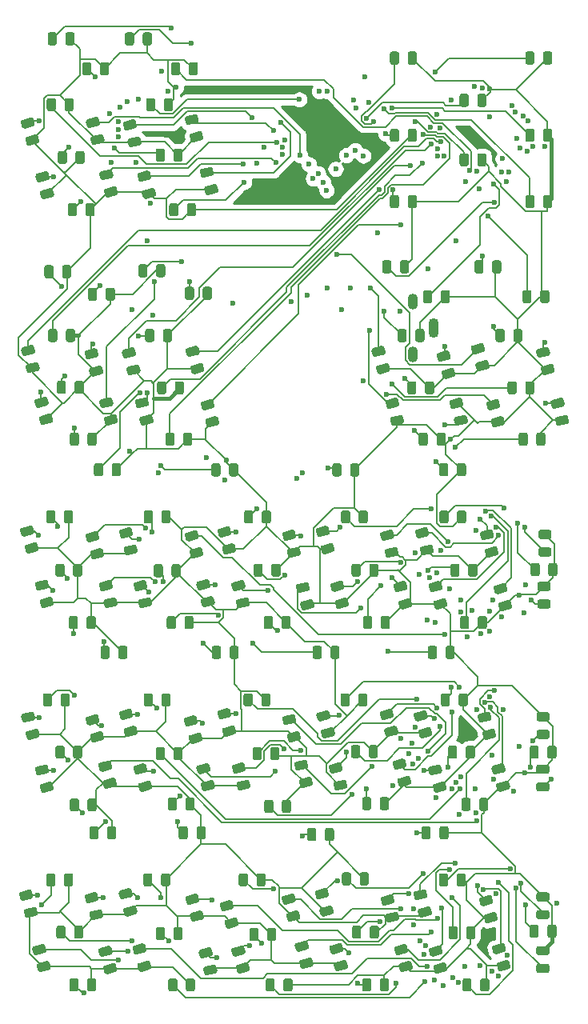
<source format=gbr>
%TF.GenerationSoftware,KiCad,Pcbnew,(5.1.8)-1*%
%TF.CreationDate,2021-07-31T20:08:39-05:00*%
%TF.ProjectId,DSKY_led_display,44534b59-5f6c-4656-945f-646973706c61,rev?*%
%TF.SameCoordinates,Original*%
%TF.FileFunction,Copper,L4,Bot*%
%TF.FilePolarity,Positive*%
%FSLAX46Y46*%
G04 Gerber Fmt 4.6, Leading zero omitted, Abs format (unit mm)*
G04 Created by KiCad (PCBNEW (5.1.8)-1) date 2021-07-31 20:08:39*
%MOMM*%
%LPD*%
G01*
G04 APERTURE LIST*
%TA.AperFunction,ComponentPad*%
%ADD10O,1.100000X2.100000*%
%TD*%
%TA.AperFunction,ComponentPad*%
%ADD11O,1.100000X1.700000*%
%TD*%
%TA.AperFunction,ViaPad*%
%ADD12C,0.600000*%
%TD*%
%TA.AperFunction,Conductor*%
%ADD13C,0.200000*%
%TD*%
%TA.AperFunction,Conductor*%
%ADD14C,0.400000*%
%TD*%
%TA.AperFunction,Conductor*%
%ADD15C,0.254000*%
%TD*%
%TA.AperFunction,Conductor*%
%ADD16C,0.050800*%
%TD*%
G04 APERTURE END LIST*
D10*
%TO.P,J1,S3*%
%TO.N,N/C*%
X80400000Y-67400000D03*
D11*
%TO.P,J1,S2*%
X78250000Y-64600000D03*
%TO.P,J1,S1*%
X78250000Y-70200000D03*
%TD*%
%TO.P,D190,2*%
%TO.N,VCC*%
%TA.AperFunction,SMDPad,CuDef*%
G36*
G01*
X43731600Y-137413250D02*
X43731600Y-136500750D01*
G75*
G02*
X43975350Y-136257000I243750J0D01*
G01*
X44462850Y-136257000D01*
G75*
G02*
X44706600Y-136500750I0J-243750D01*
G01*
X44706600Y-137413250D01*
G75*
G02*
X44462850Y-137657000I-243750J0D01*
G01*
X43975350Y-137657000D01*
G75*
G02*
X43731600Y-137413250I0J243750D01*
G01*
G37*
%TD.AperFunction*%
%TO.P,D190,1*%
%TO.N,cbus31*%
%TA.AperFunction,SMDPad,CuDef*%
G36*
G01*
X41856600Y-137413250D02*
X41856600Y-136500750D01*
G75*
G02*
X42100350Y-136257000I243750J0D01*
G01*
X42587850Y-136257000D01*
G75*
G02*
X42831600Y-136500750I0J-243750D01*
G01*
X42831600Y-137413250D01*
G75*
G02*
X42587850Y-137657000I-243750J0D01*
G01*
X42100350Y-137657000D01*
G75*
G02*
X41856600Y-137413250I0J243750D01*
G01*
G37*
%TD.AperFunction*%
%TD*%
%TO.P,D189,2*%
%TO.N,VCC*%
%TA.AperFunction,SMDPad,CuDef*%
G36*
G01*
X54196400Y-137413250D02*
X54196400Y-136500750D01*
G75*
G02*
X54440150Y-136257000I243750J0D01*
G01*
X54927650Y-136257000D01*
G75*
G02*
X55171400Y-136500750I0J-243750D01*
G01*
X55171400Y-137413250D01*
G75*
G02*
X54927650Y-137657000I-243750J0D01*
G01*
X54440150Y-137657000D01*
G75*
G02*
X54196400Y-137413250I0J243750D01*
G01*
G37*
%TD.AperFunction*%
%TO.P,D189,1*%
%TO.N,cbus24*%
%TA.AperFunction,SMDPad,CuDef*%
G36*
G01*
X52321400Y-137413250D02*
X52321400Y-136500750D01*
G75*
G02*
X52565150Y-136257000I243750J0D01*
G01*
X53052650Y-136257000D01*
G75*
G02*
X53296400Y-136500750I0J-243750D01*
G01*
X53296400Y-137413250D01*
G75*
G02*
X53052650Y-137657000I-243750J0D01*
G01*
X52565150Y-137657000D01*
G75*
G02*
X52321400Y-137413250I0J243750D01*
G01*
G37*
%TD.AperFunction*%
%TD*%
%TO.P,D188,2*%
%TO.N,VCC*%
%TA.AperFunction,SMDPad,CuDef*%
G36*
G01*
X64508800Y-137413250D02*
X64508800Y-136500750D01*
G75*
G02*
X64752550Y-136257000I243750J0D01*
G01*
X65240050Y-136257000D01*
G75*
G02*
X65483800Y-136500750I0J-243750D01*
G01*
X65483800Y-137413250D01*
G75*
G02*
X65240050Y-137657000I-243750J0D01*
G01*
X64752550Y-137657000D01*
G75*
G02*
X64508800Y-137413250I0J243750D01*
G01*
G37*
%TD.AperFunction*%
%TO.P,D188,1*%
%TO.N,cbus17*%
%TA.AperFunction,SMDPad,CuDef*%
G36*
G01*
X62633800Y-137413250D02*
X62633800Y-136500750D01*
G75*
G02*
X62877550Y-136257000I243750J0D01*
G01*
X63365050Y-136257000D01*
G75*
G02*
X63608800Y-136500750I0J-243750D01*
G01*
X63608800Y-137413250D01*
G75*
G02*
X63365050Y-137657000I-243750J0D01*
G01*
X62877550Y-137657000D01*
G75*
G02*
X62633800Y-137413250I0J243750D01*
G01*
G37*
%TD.AperFunction*%
%TD*%
%TO.P,D187,2*%
%TO.N,VCC*%
%TA.AperFunction,SMDPad,CuDef*%
G36*
G01*
X74719600Y-137413250D02*
X74719600Y-136500750D01*
G75*
G02*
X74963350Y-136257000I243750J0D01*
G01*
X75450850Y-136257000D01*
G75*
G02*
X75694600Y-136500750I0J-243750D01*
G01*
X75694600Y-137413250D01*
G75*
G02*
X75450850Y-137657000I-243750J0D01*
G01*
X74963350Y-137657000D01*
G75*
G02*
X74719600Y-137413250I0J243750D01*
G01*
G37*
%TD.AperFunction*%
%TO.P,D187,1*%
%TO.N,cbus10*%
%TA.AperFunction,SMDPad,CuDef*%
G36*
G01*
X72844600Y-137413250D02*
X72844600Y-136500750D01*
G75*
G02*
X73088350Y-136257000I243750J0D01*
G01*
X73575850Y-136257000D01*
G75*
G02*
X73819600Y-136500750I0J-243750D01*
G01*
X73819600Y-137413250D01*
G75*
G02*
X73575850Y-137657000I-243750J0D01*
G01*
X73088350Y-137657000D01*
G75*
G02*
X72844600Y-137413250I0J243750D01*
G01*
G37*
%TD.AperFunction*%
%TD*%
%TO.P,D186,2*%
%TO.N,VCC*%
%TA.AperFunction,SMDPad,CuDef*%
G36*
G01*
X85336800Y-137413250D02*
X85336800Y-136500750D01*
G75*
G02*
X85580550Y-136257000I243750J0D01*
G01*
X86068050Y-136257000D01*
G75*
G02*
X86311800Y-136500750I0J-243750D01*
G01*
X86311800Y-137413250D01*
G75*
G02*
X86068050Y-137657000I-243750J0D01*
G01*
X85580550Y-137657000D01*
G75*
G02*
X85336800Y-137413250I0J243750D01*
G01*
G37*
%TD.AperFunction*%
%TO.P,D186,1*%
%TO.N,cbus3*%
%TA.AperFunction,SMDPad,CuDef*%
G36*
G01*
X83461800Y-137413250D02*
X83461800Y-136500750D01*
G75*
G02*
X83705550Y-136257000I243750J0D01*
G01*
X84193050Y-136257000D01*
G75*
G02*
X84436800Y-136500750I0J-243750D01*
G01*
X84436800Y-137413250D01*
G75*
G02*
X84193050Y-137657000I-243750J0D01*
G01*
X83705550Y-137657000D01*
G75*
G02*
X83461800Y-137413250I0J243750D01*
G01*
G37*
%TD.AperFunction*%
%TD*%
%TO.P,D185,2*%
%TO.N,VCC*%
%TA.AperFunction,SMDPad,CuDef*%
G36*
G01*
X45613365Y-134866753D02*
X46494773Y-134630580D01*
G75*
G02*
X46793304Y-134802937I63087J-235444D01*
G01*
X46919478Y-135273826D01*
G75*
G02*
X46747121Y-135572357I-235444J-63087D01*
G01*
X45865713Y-135808530D01*
G75*
G02*
X45567182Y-135636173I-63087J235444D01*
G01*
X45441008Y-135165284D01*
G75*
G02*
X45613365Y-134866753I235444J63087D01*
G01*
G37*
%TD.AperFunction*%
%TO.P,D185,1*%
%TO.N,cbus32*%
%TA.AperFunction,SMDPad,CuDef*%
G36*
G01*
X45128079Y-133055643D02*
X46009487Y-132819470D01*
G75*
G02*
X46308018Y-132991827I63087J-235444D01*
G01*
X46434192Y-133462716D01*
G75*
G02*
X46261835Y-133761247I-235444J-63087D01*
G01*
X45380427Y-133997420D01*
G75*
G02*
X45081896Y-133825063I-63087J235444D01*
G01*
X44955722Y-133354174D01*
G75*
G02*
X45128079Y-133055643I235444J63087D01*
G01*
G37*
%TD.AperFunction*%
%TD*%
%TO.P,D184,2*%
%TO.N,VCC*%
%TA.AperFunction,SMDPad,CuDef*%
G36*
G01*
X56216165Y-135020753D02*
X57097573Y-134784580D01*
G75*
G02*
X57396104Y-134956937I63087J-235444D01*
G01*
X57522278Y-135427826D01*
G75*
G02*
X57349921Y-135726357I-235444J-63087D01*
G01*
X56468513Y-135962530D01*
G75*
G02*
X56169982Y-135790173I-63087J235444D01*
G01*
X56043808Y-135319284D01*
G75*
G02*
X56216165Y-135020753I235444J63087D01*
G01*
G37*
%TD.AperFunction*%
%TO.P,D184,1*%
%TO.N,cbus25*%
%TA.AperFunction,SMDPad,CuDef*%
G36*
G01*
X55730879Y-133209643D02*
X56612287Y-132973470D01*
G75*
G02*
X56910818Y-133145827I63087J-235444D01*
G01*
X57036992Y-133616716D01*
G75*
G02*
X56864635Y-133915247I-235444J-63087D01*
G01*
X55983227Y-134151420D01*
G75*
G02*
X55684696Y-133979063I-63087J235444D01*
G01*
X55558522Y-133508174D01*
G75*
G02*
X55730879Y-133209643I235444J63087D01*
G01*
G37*
%TD.AperFunction*%
%TD*%
%TO.P,D183,2*%
%TO.N,VCC*%
%TA.AperFunction,SMDPad,CuDef*%
G36*
G01*
X38602965Y-134663753D02*
X39484373Y-134427580D01*
G75*
G02*
X39782904Y-134599937I63087J-235444D01*
G01*
X39909078Y-135070826D01*
G75*
G02*
X39736721Y-135369357I-235444J-63087D01*
G01*
X38855313Y-135605530D01*
G75*
G02*
X38556782Y-135433173I-63087J235444D01*
G01*
X38430608Y-134962284D01*
G75*
G02*
X38602965Y-134663753I235444J63087D01*
G01*
G37*
%TD.AperFunction*%
%TO.P,D183,1*%
%TO.N,cbus30*%
%TA.AperFunction,SMDPad,CuDef*%
G36*
G01*
X38117679Y-132852643D02*
X38999087Y-132616470D01*
G75*
G02*
X39297618Y-132788827I63087J-235444D01*
G01*
X39423792Y-133259716D01*
G75*
G02*
X39251435Y-133558247I-235444J-63087D01*
G01*
X38370027Y-133794420D01*
G75*
G02*
X38071496Y-133622063I-63087J235444D01*
G01*
X37945322Y-133151174D01*
G75*
G02*
X38117679Y-132852643I235444J63087D01*
G01*
G37*
%TD.AperFunction*%
%TD*%
%TO.P,D182,2*%
%TO.N,VCC*%
%TA.AperFunction,SMDPad,CuDef*%
G36*
G01*
X49220165Y-134612753D02*
X50101573Y-134376580D01*
G75*
G02*
X50400104Y-134548937I63087J-235444D01*
G01*
X50526278Y-135019826D01*
G75*
G02*
X50353921Y-135318357I-235444J-63087D01*
G01*
X49472513Y-135554530D01*
G75*
G02*
X49173982Y-135382173I-63087J235444D01*
G01*
X49047808Y-134911284D01*
G75*
G02*
X49220165Y-134612753I235444J63087D01*
G01*
G37*
%TD.AperFunction*%
%TO.P,D182,1*%
%TO.N,cbus23*%
%TA.AperFunction,SMDPad,CuDef*%
G36*
G01*
X48734879Y-132801643D02*
X49616287Y-132565470D01*
G75*
G02*
X49914818Y-132737827I63087J-235444D01*
G01*
X50040992Y-133208716D01*
G75*
G02*
X49868635Y-133507247I-235444J-63087D01*
G01*
X48987227Y-133743420D01*
G75*
G02*
X48688696Y-133571063I-63087J235444D01*
G01*
X48562522Y-133100174D01*
G75*
G02*
X48734879Y-132801643I235444J63087D01*
G01*
G37*
%TD.AperFunction*%
%TD*%
%TO.P,D181,2*%
%TO.N,VCC*%
%TA.AperFunction,SMDPad,CuDef*%
G36*
G01*
X66376165Y-134308753D02*
X67257573Y-134072580D01*
G75*
G02*
X67556104Y-134244937I63087J-235444D01*
G01*
X67682278Y-134715826D01*
G75*
G02*
X67509921Y-135014357I-235444J-63087D01*
G01*
X66628513Y-135250530D01*
G75*
G02*
X66329982Y-135078173I-63087J235444D01*
G01*
X66203808Y-134607284D01*
G75*
G02*
X66376165Y-134308753I235444J63087D01*
G01*
G37*
%TD.AperFunction*%
%TO.P,D181,1*%
%TO.N,cbus18*%
%TA.AperFunction,SMDPad,CuDef*%
G36*
G01*
X65890879Y-132497643D02*
X66772287Y-132261470D01*
G75*
G02*
X67070818Y-132433827I63087J-235444D01*
G01*
X67196992Y-132904716D01*
G75*
G02*
X67024635Y-133203247I-235444J-63087D01*
G01*
X66143227Y-133439420D01*
G75*
G02*
X65844696Y-133267063I-63087J235444D01*
G01*
X65718522Y-132796174D01*
G75*
G02*
X65890879Y-132497643I235444J63087D01*
G01*
G37*
%TD.AperFunction*%
%TD*%
%TO.P,D180,2*%
%TO.N,VCC*%
%TA.AperFunction,SMDPad,CuDef*%
G36*
G01*
X76891765Y-134664753D02*
X77773173Y-134428580D01*
G75*
G02*
X78071704Y-134600937I63087J-235444D01*
G01*
X78197878Y-135071826D01*
G75*
G02*
X78025521Y-135370357I-235444J-63087D01*
G01*
X77144113Y-135606530D01*
G75*
G02*
X76845582Y-135434173I-63087J235444D01*
G01*
X76719408Y-134963284D01*
G75*
G02*
X76891765Y-134664753I235444J63087D01*
G01*
G37*
%TD.AperFunction*%
%TO.P,D180,1*%
%TO.N,cbus11*%
%TA.AperFunction,SMDPad,CuDef*%
G36*
G01*
X76406479Y-132853643D02*
X77287887Y-132617470D01*
G75*
G02*
X77586418Y-132789827I63087J-235444D01*
G01*
X77712592Y-133260716D01*
G75*
G02*
X77540235Y-133559247I-235444J-63087D01*
G01*
X76658827Y-133795420D01*
G75*
G02*
X76360296Y-133623063I-63087J235444D01*
G01*
X76234122Y-133152174D01*
G75*
G02*
X76406479Y-132853643I235444J63087D01*
G01*
G37*
%TD.AperFunction*%
%TD*%
%TO.P,D179,2*%
%TO.N,VCC*%
%TA.AperFunction,SMDPad,CuDef*%
G36*
G01*
X59670565Y-134816753D02*
X60551973Y-134580580D01*
G75*
G02*
X60850504Y-134752937I63087J-235444D01*
G01*
X60976678Y-135223826D01*
G75*
G02*
X60804321Y-135522357I-235444J-63087D01*
G01*
X59922913Y-135758530D01*
G75*
G02*
X59624382Y-135586173I-63087J235444D01*
G01*
X59498208Y-135115284D01*
G75*
G02*
X59670565Y-134816753I235444J63087D01*
G01*
G37*
%TD.AperFunction*%
%TO.P,D179,1*%
%TO.N,cbus16*%
%TA.AperFunction,SMDPad,CuDef*%
G36*
G01*
X59185279Y-133005643D02*
X60066687Y-132769470D01*
G75*
G02*
X60365218Y-132941827I63087J-235444D01*
G01*
X60491392Y-133412716D01*
G75*
G02*
X60319035Y-133711247I-235444J-63087D01*
G01*
X59437627Y-133947420D01*
G75*
G02*
X59139096Y-133775063I-63087J235444D01*
G01*
X59012922Y-133304174D01*
G75*
G02*
X59185279Y-133005643I235444J63087D01*
G01*
G37*
%TD.AperFunction*%
%TD*%
%TO.P,D178,2*%
%TO.N,VCC*%
%TA.AperFunction,SMDPad,CuDef*%
G36*
G01*
X70033765Y-134562753D02*
X70915173Y-134326580D01*
G75*
G02*
X71213704Y-134498937I63087J-235444D01*
G01*
X71339878Y-134969826D01*
G75*
G02*
X71167521Y-135268357I-235444J-63087D01*
G01*
X70286113Y-135504530D01*
G75*
G02*
X69987582Y-135332173I-63087J235444D01*
G01*
X69861408Y-134861284D01*
G75*
G02*
X70033765Y-134562753I235444J63087D01*
G01*
G37*
%TD.AperFunction*%
%TO.P,D178,1*%
%TO.N,cbus9*%
%TA.AperFunction,SMDPad,CuDef*%
G36*
G01*
X69548479Y-132751643D02*
X70429887Y-132515470D01*
G75*
G02*
X70728418Y-132687827I63087J-235444D01*
G01*
X70854592Y-133158716D01*
G75*
G02*
X70682235Y-133457247I-235444J-63087D01*
G01*
X69800827Y-133693420D01*
G75*
G02*
X69502296Y-133521063I-63087J235444D01*
G01*
X69376122Y-133050174D01*
G75*
G02*
X69548479Y-132751643I235444J63087D01*
G01*
G37*
%TD.AperFunction*%
%TD*%
%TO.P,D177,2*%
%TO.N,VCC*%
%TA.AperFunction,SMDPad,CuDef*%
G36*
G01*
X87254965Y-134562753D02*
X88136373Y-134326580D01*
G75*
G02*
X88434904Y-134498937I63087J-235444D01*
G01*
X88561078Y-134969826D01*
G75*
G02*
X88388721Y-135268357I-235444J-63087D01*
G01*
X87507313Y-135504530D01*
G75*
G02*
X87208782Y-135332173I-63087J235444D01*
G01*
X87082608Y-134861284D01*
G75*
G02*
X87254965Y-134562753I235444J63087D01*
G01*
G37*
%TD.AperFunction*%
%TO.P,D177,1*%
%TO.N,cbus4*%
%TA.AperFunction,SMDPad,CuDef*%
G36*
G01*
X86769679Y-132751643D02*
X87651087Y-132515470D01*
G75*
G02*
X87949618Y-132687827I63087J-235444D01*
G01*
X88075792Y-133158716D01*
G75*
G02*
X87903435Y-133457247I-235444J-63087D01*
G01*
X87022027Y-133693420D01*
G75*
G02*
X86723496Y-133521063I-63087J235444D01*
G01*
X86597322Y-133050174D01*
G75*
G02*
X86769679Y-132751643I235444J63087D01*
G01*
G37*
%TD.AperFunction*%
%TD*%
%TO.P,D176,2*%
%TO.N,VCC*%
%TA.AperFunction,SMDPad,CuDef*%
G36*
G01*
X92435050Y-133814000D02*
X91522550Y-133814000D01*
G75*
G02*
X91278800Y-133570250I0J243750D01*
G01*
X91278800Y-133082750D01*
G75*
G02*
X91522550Y-132839000I243750J0D01*
G01*
X92435050Y-132839000D01*
G75*
G02*
X92678800Y-133082750I0J-243750D01*
G01*
X92678800Y-133570250D01*
G75*
G02*
X92435050Y-133814000I-243750J0D01*
G01*
G37*
%TD.AperFunction*%
%TO.P,D176,1*%
%TO.N,scbus2*%
%TA.AperFunction,SMDPad,CuDef*%
G36*
G01*
X92435050Y-135689000D02*
X91522550Y-135689000D01*
G75*
G02*
X91278800Y-135445250I0J243750D01*
G01*
X91278800Y-134957750D01*
G75*
G02*
X91522550Y-134714000I243750J0D01*
G01*
X92435050Y-134714000D01*
G75*
G02*
X92678800Y-134957750I0J-243750D01*
G01*
X92678800Y-135445250D01*
G75*
G02*
X92435050Y-135689000I-243750J0D01*
G01*
G37*
%TD.AperFunction*%
%TD*%
%TO.P,D175,2*%
%TO.N,VCC*%
%TA.AperFunction,SMDPad,CuDef*%
G36*
G01*
X80549365Y-134816753D02*
X81430773Y-134580580D01*
G75*
G02*
X81729304Y-134752937I63087J-235444D01*
G01*
X81855478Y-135223826D01*
G75*
G02*
X81683121Y-135522357I-235444J-63087D01*
G01*
X80801713Y-135758530D01*
G75*
G02*
X80503182Y-135586173I-63087J235444D01*
G01*
X80377008Y-135115284D01*
G75*
G02*
X80549365Y-134816753I235444J63087D01*
G01*
G37*
%TD.AperFunction*%
%TO.P,D175,1*%
%TO.N,cbus2*%
%TA.AperFunction,SMDPad,CuDef*%
G36*
G01*
X80064079Y-133005643D02*
X80945487Y-132769470D01*
G75*
G02*
X81244018Y-132941827I63087J-235444D01*
G01*
X81370192Y-133412716D01*
G75*
G02*
X81197835Y-133711247I-235444J-63087D01*
G01*
X80316427Y-133947420D01*
G75*
G02*
X80017896Y-133775063I-63087J235444D01*
G01*
X79891722Y-133304174D01*
G75*
G02*
X80064079Y-133005643I235444J63087D01*
G01*
G37*
%TD.AperFunction*%
%TD*%
%TO.P,D174,2*%
%TO.N,VCC*%
%TA.AperFunction,SMDPad,CuDef*%
G36*
G01*
X42360000Y-131825250D02*
X42360000Y-130912750D01*
G75*
G02*
X42603750Y-130669000I243750J0D01*
G01*
X43091250Y-130669000D01*
G75*
G02*
X43335000Y-130912750I0J-243750D01*
G01*
X43335000Y-131825250D01*
G75*
G02*
X43091250Y-132069000I-243750J0D01*
G01*
X42603750Y-132069000D01*
G75*
G02*
X42360000Y-131825250I0J243750D01*
G01*
G37*
%TD.AperFunction*%
%TO.P,D174,1*%
%TO.N,cbus34*%
%TA.AperFunction,SMDPad,CuDef*%
G36*
G01*
X40485000Y-131825250D02*
X40485000Y-130912750D01*
G75*
G02*
X40728750Y-130669000I243750J0D01*
G01*
X41216250Y-130669000D01*
G75*
G02*
X41460000Y-130912750I0J-243750D01*
G01*
X41460000Y-131825250D01*
G75*
G02*
X41216250Y-132069000I-243750J0D01*
G01*
X40728750Y-132069000D01*
G75*
G02*
X40485000Y-131825250I0J243750D01*
G01*
G37*
%TD.AperFunction*%
%TD*%
%TO.P,D173,2*%
%TO.N,VCC*%
%TA.AperFunction,SMDPad,CuDef*%
G36*
G01*
X52875600Y-131977250D02*
X52875600Y-131064750D01*
G75*
G02*
X53119350Y-130821000I243750J0D01*
G01*
X53606850Y-130821000D01*
G75*
G02*
X53850600Y-131064750I0J-243750D01*
G01*
X53850600Y-131977250D01*
G75*
G02*
X53606850Y-132221000I-243750J0D01*
G01*
X53119350Y-132221000D01*
G75*
G02*
X52875600Y-131977250I0J243750D01*
G01*
G37*
%TD.AperFunction*%
%TO.P,D173,1*%
%TO.N,cbus27*%
%TA.AperFunction,SMDPad,CuDef*%
G36*
G01*
X51000600Y-131977250D02*
X51000600Y-131064750D01*
G75*
G02*
X51244350Y-130821000I243750J0D01*
G01*
X51731850Y-130821000D01*
G75*
G02*
X51975600Y-131064750I0J-243750D01*
G01*
X51975600Y-131977250D01*
G75*
G02*
X51731850Y-132221000I-243750J0D01*
G01*
X51244350Y-132221000D01*
G75*
G02*
X51000600Y-131977250I0J243750D01*
G01*
G37*
%TD.AperFunction*%
%TD*%
%TO.P,D172,2*%
%TO.N,VCC*%
%TA.AperFunction,SMDPad,CuDef*%
G36*
G01*
X62781600Y-132079250D02*
X62781600Y-131166750D01*
G75*
G02*
X63025350Y-130923000I243750J0D01*
G01*
X63512850Y-130923000D01*
G75*
G02*
X63756600Y-131166750I0J-243750D01*
G01*
X63756600Y-132079250D01*
G75*
G02*
X63512850Y-132323000I-243750J0D01*
G01*
X63025350Y-132323000D01*
G75*
G02*
X62781600Y-132079250I0J243750D01*
G01*
G37*
%TD.AperFunction*%
%TO.P,D172,1*%
%TO.N,cbus20*%
%TA.AperFunction,SMDPad,CuDef*%
G36*
G01*
X60906600Y-132079250D02*
X60906600Y-131166750D01*
G75*
G02*
X61150350Y-130923000I243750J0D01*
G01*
X61637850Y-130923000D01*
G75*
G02*
X61881600Y-131166750I0J-243750D01*
G01*
X61881600Y-132079250D01*
G75*
G02*
X61637850Y-132323000I-243750J0D01*
G01*
X61150350Y-132323000D01*
G75*
G02*
X60906600Y-132079250I0J243750D01*
G01*
G37*
%TD.AperFunction*%
%TD*%
%TO.P,D171,2*%
%TO.N,VCC*%
%TA.AperFunction,SMDPad,CuDef*%
G36*
G01*
X73652800Y-131825250D02*
X73652800Y-130912750D01*
G75*
G02*
X73896550Y-130669000I243750J0D01*
G01*
X74384050Y-130669000D01*
G75*
G02*
X74627800Y-130912750I0J-243750D01*
G01*
X74627800Y-131825250D01*
G75*
G02*
X74384050Y-132069000I-243750J0D01*
G01*
X73896550Y-132069000D01*
G75*
G02*
X73652800Y-131825250I0J243750D01*
G01*
G37*
%TD.AperFunction*%
%TO.P,D171,1*%
%TO.N,cbus13*%
%TA.AperFunction,SMDPad,CuDef*%
G36*
G01*
X71777800Y-131825250D02*
X71777800Y-130912750D01*
G75*
G02*
X72021550Y-130669000I243750J0D01*
G01*
X72509050Y-130669000D01*
G75*
G02*
X72752800Y-130912750I0J-243750D01*
G01*
X72752800Y-131825250D01*
G75*
G02*
X72509050Y-132069000I-243750J0D01*
G01*
X72021550Y-132069000D01*
G75*
G02*
X71777800Y-131825250I0J243750D01*
G01*
G37*
%TD.AperFunction*%
%TD*%
%TO.P,D170,2*%
%TO.N,VCC*%
%TA.AperFunction,SMDPad,CuDef*%
G36*
G01*
X83863600Y-131876250D02*
X83863600Y-130963750D01*
G75*
G02*
X84107350Y-130720000I243750J0D01*
G01*
X84594850Y-130720000D01*
G75*
G02*
X84838600Y-130963750I0J-243750D01*
G01*
X84838600Y-131876250D01*
G75*
G02*
X84594850Y-132120000I-243750J0D01*
G01*
X84107350Y-132120000D01*
G75*
G02*
X83863600Y-131876250I0J243750D01*
G01*
G37*
%TD.AperFunction*%
%TO.P,D170,1*%
%TO.N,cbus6*%
%TA.AperFunction,SMDPad,CuDef*%
G36*
G01*
X81988600Y-131876250D02*
X81988600Y-130963750D01*
G75*
G02*
X82232350Y-130720000I243750J0D01*
G01*
X82719850Y-130720000D01*
G75*
G02*
X82963600Y-130963750I0J-243750D01*
G01*
X82963600Y-131876250D01*
G75*
G02*
X82719850Y-132120000I-243750J0D01*
G01*
X82232350Y-132120000D01*
G75*
G02*
X81988600Y-131876250I0J243750D01*
G01*
G37*
%TD.AperFunction*%
%TD*%
%TO.P,D169,2*%
%TO.N,VCC*%
%TA.AperFunction,SMDPad,CuDef*%
G36*
G01*
X37216965Y-128924753D02*
X38098373Y-128688580D01*
G75*
G02*
X38396904Y-128860937I63087J-235444D01*
G01*
X38523078Y-129331826D01*
G75*
G02*
X38350721Y-129630357I-235444J-63087D01*
G01*
X37469313Y-129866530D01*
G75*
G02*
X37170782Y-129694173I-63087J235444D01*
G01*
X37044608Y-129223284D01*
G75*
G02*
X37216965Y-128924753I235444J63087D01*
G01*
G37*
%TD.AperFunction*%
%TO.P,D169,1*%
%TO.N,cbus29*%
%TA.AperFunction,SMDPad,CuDef*%
G36*
G01*
X36731679Y-127113643D02*
X37613087Y-126877470D01*
G75*
G02*
X37911618Y-127049827I63087J-235444D01*
G01*
X38037792Y-127520716D01*
G75*
G02*
X37865435Y-127819247I-235444J-63087D01*
G01*
X36984027Y-128055420D01*
G75*
G02*
X36685496Y-127883063I-63087J235444D01*
G01*
X36559322Y-127412174D01*
G75*
G02*
X36731679Y-127113643I235444J63087D01*
G01*
G37*
%TD.AperFunction*%
%TD*%
%TO.P,D168,2*%
%TO.N,VCC*%
%TA.AperFunction,SMDPad,CuDef*%
G36*
G01*
X47746965Y-128770753D02*
X48628373Y-128534580D01*
G75*
G02*
X48926904Y-128706937I63087J-235444D01*
G01*
X49053078Y-129177826D01*
G75*
G02*
X48880721Y-129476357I-235444J-63087D01*
G01*
X47999313Y-129712530D01*
G75*
G02*
X47700782Y-129540173I-63087J235444D01*
G01*
X47574608Y-129069284D01*
G75*
G02*
X47746965Y-128770753I235444J63087D01*
G01*
G37*
%TD.AperFunction*%
%TO.P,D168,1*%
%TO.N,cbus22*%
%TA.AperFunction,SMDPad,CuDef*%
G36*
G01*
X47261679Y-126959643D02*
X48143087Y-126723470D01*
G75*
G02*
X48441618Y-126895827I63087J-235444D01*
G01*
X48567792Y-127366716D01*
G75*
G02*
X48395435Y-127665247I-235444J-63087D01*
G01*
X47514027Y-127901420D01*
G75*
G02*
X47215496Y-127729063I-63087J235444D01*
G01*
X47089322Y-127258174D01*
G75*
G02*
X47261679Y-126959643I235444J63087D01*
G01*
G37*
%TD.AperFunction*%
%TD*%
%TO.P,D167,2*%
%TO.N,VCC*%
%TA.AperFunction,SMDPad,CuDef*%
G36*
G01*
X44140165Y-129177753D02*
X45021573Y-128941580D01*
G75*
G02*
X45320104Y-129113937I63087J-235444D01*
G01*
X45446278Y-129584826D01*
G75*
G02*
X45273921Y-129883357I-235444J-63087D01*
G01*
X44392513Y-130119530D01*
G75*
G02*
X44093982Y-129947173I-63087J235444D01*
G01*
X43967808Y-129476284D01*
G75*
G02*
X44140165Y-129177753I235444J63087D01*
G01*
G37*
%TD.AperFunction*%
%TO.P,D167,1*%
%TO.N,cbus33*%
%TA.AperFunction,SMDPad,CuDef*%
G36*
G01*
X43654879Y-127366643D02*
X44536287Y-127130470D01*
G75*
G02*
X44834818Y-127302827I63087J-235444D01*
G01*
X44960992Y-127773716D01*
G75*
G02*
X44788635Y-128072247I-235444J-63087D01*
G01*
X43907227Y-128308420D01*
G75*
G02*
X43608696Y-128136063I-63087J235444D01*
G01*
X43482522Y-127665174D01*
G75*
G02*
X43654879Y-127366643I235444J63087D01*
G01*
G37*
%TD.AperFunction*%
%TD*%
%TO.P,D166,2*%
%TO.N,VCC*%
%TA.AperFunction,SMDPad,CuDef*%
G36*
G01*
X54793765Y-129330753D02*
X55675173Y-129094580D01*
G75*
G02*
X55973704Y-129266937I63087J-235444D01*
G01*
X56099878Y-129737826D01*
G75*
G02*
X55927521Y-130036357I-235444J-63087D01*
G01*
X55046113Y-130272530D01*
G75*
G02*
X54747582Y-130100173I-63087J235444D01*
G01*
X54621408Y-129629284D01*
G75*
G02*
X54793765Y-129330753I235444J63087D01*
G01*
G37*
%TD.AperFunction*%
%TO.P,D166,1*%
%TO.N,cbus26*%
%TA.AperFunction,SMDPad,CuDef*%
G36*
G01*
X54308479Y-127519643D02*
X55189887Y-127283470D01*
G75*
G02*
X55488418Y-127455827I63087J-235444D01*
G01*
X55614592Y-127926716D01*
G75*
G02*
X55442235Y-128225247I-235444J-63087D01*
G01*
X54560827Y-128461420D01*
G75*
G02*
X54262296Y-128289063I-63087J235444D01*
G01*
X54136122Y-127818174D01*
G75*
G02*
X54308479Y-127519643I235444J63087D01*
G01*
G37*
%TD.AperFunction*%
%TD*%
%TO.P,D165,2*%
%TO.N,VCC*%
%TA.AperFunction,SMDPad,CuDef*%
G36*
G01*
X58451365Y-130041753D02*
X59332773Y-129805580D01*
G75*
G02*
X59631304Y-129977937I63087J-235444D01*
G01*
X59757478Y-130448826D01*
G75*
G02*
X59585121Y-130747357I-235444J-63087D01*
G01*
X58703713Y-130983530D01*
G75*
G02*
X58405182Y-130811173I-63087J235444D01*
G01*
X58279008Y-130340284D01*
G75*
G02*
X58451365Y-130041753I235444J63087D01*
G01*
G37*
%TD.AperFunction*%
%TO.P,D165,1*%
%TO.N,cbus15*%
%TA.AperFunction,SMDPad,CuDef*%
G36*
G01*
X57966079Y-128230643D02*
X58847487Y-127994470D01*
G75*
G02*
X59146018Y-128166827I63087J-235444D01*
G01*
X59272192Y-128637716D01*
G75*
G02*
X59099835Y-128936247I-235444J-63087D01*
G01*
X58218427Y-129172420D01*
G75*
G02*
X57919896Y-129000063I-63087J235444D01*
G01*
X57793722Y-128529174D01*
G75*
G02*
X57966079Y-128230643I235444J63087D01*
G01*
G37*
%TD.AperFunction*%
%TD*%
%TO.P,D164,2*%
%TO.N,VCC*%
%TA.AperFunction,SMDPad,CuDef*%
G36*
G01*
X68509765Y-128771753D02*
X69391173Y-128535580D01*
G75*
G02*
X69689704Y-128707937I63087J-235444D01*
G01*
X69815878Y-129178826D01*
G75*
G02*
X69643521Y-129477357I-235444J-63087D01*
G01*
X68762113Y-129713530D01*
G75*
G02*
X68463582Y-129541173I-63087J235444D01*
G01*
X68337408Y-129070284D01*
G75*
G02*
X68509765Y-128771753I235444J63087D01*
G01*
G37*
%TD.AperFunction*%
%TO.P,D164,1*%
%TO.N,cbus8*%
%TA.AperFunction,SMDPad,CuDef*%
G36*
G01*
X68024479Y-126960643D02*
X68905887Y-126724470D01*
G75*
G02*
X69204418Y-126896827I63087J-235444D01*
G01*
X69330592Y-127367716D01*
G75*
G02*
X69158235Y-127666247I-235444J-63087D01*
G01*
X68276827Y-127902420D01*
G75*
G02*
X67978296Y-127730063I-63087J235444D01*
G01*
X67852122Y-127259174D01*
G75*
G02*
X68024479Y-126960643I235444J63087D01*
G01*
G37*
%TD.AperFunction*%
%TD*%
%TO.P,D163,2*%
%TO.N,VCC*%
%TA.AperFunction,SMDPad,CuDef*%
G36*
G01*
X92448800Y-131723250D02*
X92448800Y-130810750D01*
G75*
G02*
X92692550Y-130567000I243750J0D01*
G01*
X93180050Y-130567000D01*
G75*
G02*
X93423800Y-130810750I0J-243750D01*
G01*
X93423800Y-131723250D01*
G75*
G02*
X93180050Y-131967000I-243750J0D01*
G01*
X92692550Y-131967000D01*
G75*
G02*
X92448800Y-131723250I0J243750D01*
G01*
G37*
%TD.AperFunction*%
%TO.P,D163,1*%
%TO.N,scbus1*%
%TA.AperFunction,SMDPad,CuDef*%
G36*
G01*
X90573800Y-131723250D02*
X90573800Y-130810750D01*
G75*
G02*
X90817550Y-130567000I243750J0D01*
G01*
X91305050Y-130567000D01*
G75*
G02*
X91548800Y-130810750I0J-243750D01*
G01*
X91548800Y-131723250D01*
G75*
G02*
X91305050Y-131967000I-243750J0D01*
G01*
X90817550Y-131967000D01*
G75*
G02*
X90573800Y-131723250I0J243750D01*
G01*
G37*
%TD.AperFunction*%
%TD*%
%TO.P,D162,2*%
%TO.N,VCC*%
%TA.AperFunction,SMDPad,CuDef*%
G36*
G01*
X65004565Y-129330753D02*
X65885973Y-129094580D01*
G75*
G02*
X66184504Y-129266937I63087J-235444D01*
G01*
X66310678Y-129737826D01*
G75*
G02*
X66138321Y-130036357I-235444J-63087D01*
G01*
X65256913Y-130272530D01*
G75*
G02*
X64958382Y-130100173I-63087J235444D01*
G01*
X64832208Y-129629284D01*
G75*
G02*
X65004565Y-129330753I235444J63087D01*
G01*
G37*
%TD.AperFunction*%
%TO.P,D162,1*%
%TO.N,cbus19*%
%TA.AperFunction,SMDPad,CuDef*%
G36*
G01*
X64519279Y-127519643D02*
X65400687Y-127283470D01*
G75*
G02*
X65699218Y-127455827I63087J-235444D01*
G01*
X65825392Y-127926716D01*
G75*
G02*
X65653035Y-128225247I-235444J-63087D01*
G01*
X64771627Y-128461420D01*
G75*
G02*
X64473096Y-128289063I-63087J235444D01*
G01*
X64346922Y-127818174D01*
G75*
G02*
X64519279Y-127519643I235444J63087D01*
G01*
G37*
%TD.AperFunction*%
%TD*%
%TO.P,D161,2*%
%TO.N,VCC*%
%TA.AperFunction,SMDPad,CuDef*%
G36*
G01*
X75469365Y-129432753D02*
X76350773Y-129196580D01*
G75*
G02*
X76649304Y-129368937I63087J-235444D01*
G01*
X76775478Y-129839826D01*
G75*
G02*
X76603121Y-130138357I-235444J-63087D01*
G01*
X75721713Y-130374530D01*
G75*
G02*
X75423182Y-130202173I-63087J235444D01*
G01*
X75297008Y-129731284D01*
G75*
G02*
X75469365Y-129432753I235444J63087D01*
G01*
G37*
%TD.AperFunction*%
%TO.P,D161,1*%
%TO.N,cbus12*%
%TA.AperFunction,SMDPad,CuDef*%
G36*
G01*
X74984079Y-127621643D02*
X75865487Y-127385470D01*
G75*
G02*
X76164018Y-127557827I63087J-235444D01*
G01*
X76290192Y-128028716D01*
G75*
G02*
X76117835Y-128327247I-235444J-63087D01*
G01*
X75236427Y-128563420D01*
G75*
G02*
X74937896Y-128391063I-63087J235444D01*
G01*
X74811722Y-127920174D01*
G75*
G02*
X74984079Y-127621643I235444J63087D01*
G01*
G37*
%TD.AperFunction*%
%TD*%
%TO.P,D160,2*%
%TO.N,VCC*%
%TA.AperFunction,SMDPad,CuDef*%
G36*
G01*
X78923765Y-128873753D02*
X79805173Y-128637580D01*
G75*
G02*
X80103704Y-128809937I63087J-235444D01*
G01*
X80229878Y-129280826D01*
G75*
G02*
X80057521Y-129579357I-235444J-63087D01*
G01*
X79176113Y-129815530D01*
G75*
G02*
X78877582Y-129643173I-63087J235444D01*
G01*
X78751408Y-129172284D01*
G75*
G02*
X78923765Y-128873753I235444J63087D01*
G01*
G37*
%TD.AperFunction*%
%TO.P,D160,1*%
%TO.N,cbus1*%
%TA.AperFunction,SMDPad,CuDef*%
G36*
G01*
X78438479Y-127062643D02*
X79319887Y-126826470D01*
G75*
G02*
X79618418Y-126998827I63087J-235444D01*
G01*
X79744592Y-127469716D01*
G75*
G02*
X79572235Y-127768247I-235444J-63087D01*
G01*
X78690827Y-128004420D01*
G75*
G02*
X78392296Y-127832063I-63087J235444D01*
G01*
X78266122Y-127361174D01*
G75*
G02*
X78438479Y-127062643I235444J63087D01*
G01*
G37*
%TD.AperFunction*%
%TD*%
%TO.P,D159,2*%
%TO.N,VCC*%
%TA.AperFunction,SMDPad,CuDef*%
G36*
G01*
X85883365Y-129482753D02*
X86764773Y-129246580D01*
G75*
G02*
X87063304Y-129418937I63087J-235444D01*
G01*
X87189478Y-129889826D01*
G75*
G02*
X87017121Y-130188357I-235444J-63087D01*
G01*
X86135713Y-130424530D01*
G75*
G02*
X85837182Y-130252173I-63087J235444D01*
G01*
X85711008Y-129781284D01*
G75*
G02*
X85883365Y-129482753I235444J63087D01*
G01*
G37*
%TD.AperFunction*%
%TO.P,D159,1*%
%TO.N,cbus5*%
%TA.AperFunction,SMDPad,CuDef*%
G36*
G01*
X85398079Y-127671643D02*
X86279487Y-127435470D01*
G75*
G02*
X86578018Y-127607827I63087J-235444D01*
G01*
X86704192Y-128078716D01*
G75*
G02*
X86531835Y-128377247I-235444J-63087D01*
G01*
X85650427Y-128613420D01*
G75*
G02*
X85351896Y-128441063I-63087J235444D01*
G01*
X85225722Y-127970174D01*
G75*
G02*
X85398079Y-127671643I235444J63087D01*
G01*
G37*
%TD.AperFunction*%
%TD*%
%TO.P,D158,2*%
%TO.N,VCC*%
%TA.AperFunction,SMDPad,CuDef*%
G36*
G01*
X41293200Y-126288250D02*
X41293200Y-125375750D01*
G75*
G02*
X41536950Y-125132000I243750J0D01*
G01*
X42024450Y-125132000D01*
G75*
G02*
X42268200Y-125375750I0J-243750D01*
G01*
X42268200Y-126288250D01*
G75*
G02*
X42024450Y-126532000I-243750J0D01*
G01*
X41536950Y-126532000D01*
G75*
G02*
X41293200Y-126288250I0J243750D01*
G01*
G37*
%TD.AperFunction*%
%TO.P,D158,1*%
%TO.N,cbus28*%
%TA.AperFunction,SMDPad,CuDef*%
G36*
G01*
X39418200Y-126288250D02*
X39418200Y-125375750D01*
G75*
G02*
X39661950Y-125132000I243750J0D01*
G01*
X40149450Y-125132000D01*
G75*
G02*
X40393200Y-125375750I0J-243750D01*
G01*
X40393200Y-126288250D01*
G75*
G02*
X40149450Y-126532000I-243750J0D01*
G01*
X39661950Y-126532000D01*
G75*
G02*
X39418200Y-126288250I0J243750D01*
G01*
G37*
%TD.AperFunction*%
%TD*%
%TO.P,D157,2*%
%TO.N,VCC*%
%TA.AperFunction,SMDPad,CuDef*%
G36*
G01*
X51554800Y-126288250D02*
X51554800Y-125375750D01*
G75*
G02*
X51798550Y-125132000I243750J0D01*
G01*
X52286050Y-125132000D01*
G75*
G02*
X52529800Y-125375750I0J-243750D01*
G01*
X52529800Y-126288250D01*
G75*
G02*
X52286050Y-126532000I-243750J0D01*
G01*
X51798550Y-126532000D01*
G75*
G02*
X51554800Y-126288250I0J243750D01*
G01*
G37*
%TD.AperFunction*%
%TO.P,D157,1*%
%TO.N,cbus21*%
%TA.AperFunction,SMDPad,CuDef*%
G36*
G01*
X49679800Y-126288250D02*
X49679800Y-125375750D01*
G75*
G02*
X49923550Y-125132000I243750J0D01*
G01*
X50411050Y-125132000D01*
G75*
G02*
X50654800Y-125375750I0J-243750D01*
G01*
X50654800Y-126288250D01*
G75*
G02*
X50411050Y-126532000I-243750J0D01*
G01*
X49923550Y-126532000D01*
G75*
G02*
X49679800Y-126288250I0J243750D01*
G01*
G37*
%TD.AperFunction*%
%TD*%
%TO.P,D156,2*%
%TO.N,VCC*%
%TA.AperFunction,SMDPad,CuDef*%
G36*
G01*
X61664000Y-126288250D02*
X61664000Y-125375750D01*
G75*
G02*
X61907750Y-125132000I243750J0D01*
G01*
X62395250Y-125132000D01*
G75*
G02*
X62639000Y-125375750I0J-243750D01*
G01*
X62639000Y-126288250D01*
G75*
G02*
X62395250Y-126532000I-243750J0D01*
G01*
X61907750Y-126532000D01*
G75*
G02*
X61664000Y-126288250I0J243750D01*
G01*
G37*
%TD.AperFunction*%
%TO.P,D156,1*%
%TO.N,cbus14*%
%TA.AperFunction,SMDPad,CuDef*%
G36*
G01*
X59789000Y-126288250D02*
X59789000Y-125375750D01*
G75*
G02*
X60032750Y-125132000I243750J0D01*
G01*
X60520250Y-125132000D01*
G75*
G02*
X60764000Y-125375750I0J-243750D01*
G01*
X60764000Y-126288250D01*
G75*
G02*
X60520250Y-126532000I-243750J0D01*
G01*
X60032750Y-126532000D01*
G75*
G02*
X59789000Y-126288250I0J243750D01*
G01*
G37*
%TD.AperFunction*%
%TD*%
%TO.P,D155,2*%
%TO.N,VCC*%
%TA.AperFunction,SMDPad,CuDef*%
G36*
G01*
X72586000Y-126186250D02*
X72586000Y-125273750D01*
G75*
G02*
X72829750Y-125030000I243750J0D01*
G01*
X73317250Y-125030000D01*
G75*
G02*
X73561000Y-125273750I0J-243750D01*
G01*
X73561000Y-126186250D01*
G75*
G02*
X73317250Y-126430000I-243750J0D01*
G01*
X72829750Y-126430000D01*
G75*
G02*
X72586000Y-126186250I0J243750D01*
G01*
G37*
%TD.AperFunction*%
%TO.P,D155,1*%
%TO.N,cbus7*%
%TA.AperFunction,SMDPad,CuDef*%
G36*
G01*
X70711000Y-126186250D02*
X70711000Y-125273750D01*
G75*
G02*
X70954750Y-125030000I243750J0D01*
G01*
X71442250Y-125030000D01*
G75*
G02*
X71686000Y-125273750I0J-243750D01*
G01*
X71686000Y-126186250D01*
G75*
G02*
X71442250Y-126430000I-243750J0D01*
G01*
X70954750Y-126430000D01*
G75*
G02*
X70711000Y-126186250I0J243750D01*
G01*
G37*
%TD.AperFunction*%
%TD*%
%TO.P,D154,2*%
%TO.N,VCC*%
%TA.AperFunction,SMDPad,CuDef*%
G36*
G01*
X82847600Y-126288250D02*
X82847600Y-125375750D01*
G75*
G02*
X83091350Y-125132000I243750J0D01*
G01*
X83578850Y-125132000D01*
G75*
G02*
X83822600Y-125375750I0J-243750D01*
G01*
X83822600Y-126288250D01*
G75*
G02*
X83578850Y-126532000I-243750J0D01*
G01*
X83091350Y-126532000D01*
G75*
G02*
X82847600Y-126288250I0J243750D01*
G01*
G37*
%TD.AperFunction*%
%TO.P,D154,1*%
%TO.N,cbus0*%
%TA.AperFunction,SMDPad,CuDef*%
G36*
G01*
X80972600Y-126288250D02*
X80972600Y-125375750D01*
G75*
G02*
X81216350Y-125132000I243750J0D01*
G01*
X81703850Y-125132000D01*
G75*
G02*
X81947600Y-125375750I0J-243750D01*
G01*
X81947600Y-126288250D01*
G75*
G02*
X81703850Y-126532000I-243750J0D01*
G01*
X81216350Y-126532000D01*
G75*
G02*
X80972600Y-126288250I0J243750D01*
G01*
G37*
%TD.AperFunction*%
%TD*%
%TO.P,D153,2*%
%TO.N,VCC*%
%TA.AperFunction,SMDPad,CuDef*%
G36*
G01*
X92435050Y-128125000D02*
X91522550Y-128125000D01*
G75*
G02*
X91278800Y-127881250I0J243750D01*
G01*
X91278800Y-127393750D01*
G75*
G02*
X91522550Y-127150000I243750J0D01*
G01*
X92435050Y-127150000D01*
G75*
G02*
X92678800Y-127393750I0J-243750D01*
G01*
X92678800Y-127881250D01*
G75*
G02*
X92435050Y-128125000I-243750J0D01*
G01*
G37*
%TD.AperFunction*%
%TO.P,D153,1*%
%TO.N,scbus0*%
%TA.AperFunction,SMDPad,CuDef*%
G36*
G01*
X92435050Y-130000000D02*
X91522550Y-130000000D01*
G75*
G02*
X91278800Y-129756250I0J243750D01*
G01*
X91278800Y-129268750D01*
G75*
G02*
X91522550Y-129025000I243750J0D01*
G01*
X92435050Y-129025000D01*
G75*
G02*
X92678800Y-129268750I0J-243750D01*
G01*
X92678800Y-129756250D01*
G75*
G02*
X92435050Y-130000000I-243750J0D01*
G01*
G37*
%TD.AperFunction*%
%TD*%
%TO.P,D152,2*%
%TO.N,VCC*%
%TA.AperFunction,SMDPad,CuDef*%
G36*
G01*
X45865200Y-121309250D02*
X45865200Y-120396750D01*
G75*
G02*
X46108950Y-120153000I243750J0D01*
G01*
X46596450Y-120153000D01*
G75*
G02*
X46840200Y-120396750I0J-243750D01*
G01*
X46840200Y-121309250D01*
G75*
G02*
X46596450Y-121553000I-243750J0D01*
G01*
X46108950Y-121553000D01*
G75*
G02*
X45865200Y-121309250I0J243750D01*
G01*
G37*
%TD.AperFunction*%
%TO.P,D152,1*%
%TO.N,g6bus3*%
%TA.AperFunction,SMDPad,CuDef*%
G36*
G01*
X43990200Y-121309250D02*
X43990200Y-120396750D01*
G75*
G02*
X44233950Y-120153000I243750J0D01*
G01*
X44721450Y-120153000D01*
G75*
G02*
X44965200Y-120396750I0J-243750D01*
G01*
X44965200Y-121309250D01*
G75*
G02*
X44721450Y-121553000I-243750J0D01*
G01*
X44233950Y-121553000D01*
G75*
G02*
X43990200Y-121309250I0J243750D01*
G01*
G37*
%TD.AperFunction*%
%TD*%
%TO.P,D151,2*%
%TO.N,VCC*%
%TA.AperFunction,SMDPad,CuDef*%
G36*
G01*
X55314000Y-121309250D02*
X55314000Y-120396750D01*
G75*
G02*
X55557750Y-120153000I243750J0D01*
G01*
X56045250Y-120153000D01*
G75*
G02*
X56289000Y-120396750I0J-243750D01*
G01*
X56289000Y-121309250D01*
G75*
G02*
X56045250Y-121553000I-243750J0D01*
G01*
X55557750Y-121553000D01*
G75*
G02*
X55314000Y-121309250I0J243750D01*
G01*
G37*
%TD.AperFunction*%
%TO.P,D151,1*%
%TO.N,g6bus2*%
%TA.AperFunction,SMDPad,CuDef*%
G36*
G01*
X53439000Y-121309250D02*
X53439000Y-120396750D01*
G75*
G02*
X53682750Y-120153000I243750J0D01*
G01*
X54170250Y-120153000D01*
G75*
G02*
X54414000Y-120396750I0J-243750D01*
G01*
X54414000Y-121309250D01*
G75*
G02*
X54170250Y-121553000I-243750J0D01*
G01*
X53682750Y-121553000D01*
G75*
G02*
X53439000Y-121309250I0J243750D01*
G01*
G37*
%TD.AperFunction*%
%TD*%
%TO.P,D150,2*%
%TO.N,VCC*%
%TA.AperFunction,SMDPad,CuDef*%
G36*
G01*
X68903000Y-121487250D02*
X68903000Y-120574750D01*
G75*
G02*
X69146750Y-120331000I243750J0D01*
G01*
X69634250Y-120331000D01*
G75*
G02*
X69878000Y-120574750I0J-243750D01*
G01*
X69878000Y-121487250D01*
G75*
G02*
X69634250Y-121731000I-243750J0D01*
G01*
X69146750Y-121731000D01*
G75*
G02*
X68903000Y-121487250I0J243750D01*
G01*
G37*
%TD.AperFunction*%
%TO.P,D150,1*%
%TO.N,g6bus1*%
%TA.AperFunction,SMDPad,CuDef*%
G36*
G01*
X67028000Y-121487250D02*
X67028000Y-120574750D01*
G75*
G02*
X67271750Y-120331000I243750J0D01*
G01*
X67759250Y-120331000D01*
G75*
G02*
X68003000Y-120574750I0J-243750D01*
G01*
X68003000Y-121487250D01*
G75*
G02*
X67759250Y-121731000I-243750J0D01*
G01*
X67271750Y-121731000D01*
G75*
G02*
X67028000Y-121487250I0J243750D01*
G01*
G37*
%TD.AperFunction*%
%TD*%
%TO.P,D149,2*%
%TO.N,VCC*%
%TA.AperFunction,SMDPad,CuDef*%
G36*
G01*
X81018800Y-121309250D02*
X81018800Y-120396750D01*
G75*
G02*
X81262550Y-120153000I243750J0D01*
G01*
X81750050Y-120153000D01*
G75*
G02*
X81993800Y-120396750I0J-243750D01*
G01*
X81993800Y-121309250D01*
G75*
G02*
X81750050Y-121553000I-243750J0D01*
G01*
X81262550Y-121553000D01*
G75*
G02*
X81018800Y-121309250I0J243750D01*
G01*
G37*
%TD.AperFunction*%
%TO.P,D149,1*%
%TO.N,g6bus0*%
%TA.AperFunction,SMDPad,CuDef*%
G36*
G01*
X79143800Y-121309250D02*
X79143800Y-120396750D01*
G75*
G02*
X79387550Y-120153000I243750J0D01*
G01*
X79875050Y-120153000D01*
G75*
G02*
X80118800Y-120396750I0J-243750D01*
G01*
X80118800Y-121309250D01*
G75*
G02*
X79875050Y-121553000I-243750J0D01*
G01*
X79387550Y-121553000D01*
G75*
G02*
X79143800Y-121309250I0J243750D01*
G01*
G37*
%TD.AperFunction*%
%TD*%
%TO.P,D148,2*%
%TO.N,VCC*%
%TA.AperFunction,SMDPad,CuDef*%
G36*
G01*
X43782400Y-118363250D02*
X43782400Y-117450750D01*
G75*
G02*
X44026150Y-117207000I243750J0D01*
G01*
X44513650Y-117207000D01*
G75*
G02*
X44757400Y-117450750I0J-243750D01*
G01*
X44757400Y-118363250D01*
G75*
G02*
X44513650Y-118607000I-243750J0D01*
G01*
X44026150Y-118607000D01*
G75*
G02*
X43782400Y-118363250I0J243750D01*
G01*
G37*
%TD.AperFunction*%
%TO.P,D148,1*%
%TO.N,bbus31*%
%TA.AperFunction,SMDPad,CuDef*%
G36*
G01*
X41907400Y-118363250D02*
X41907400Y-117450750D01*
G75*
G02*
X42151150Y-117207000I243750J0D01*
G01*
X42638650Y-117207000D01*
G75*
G02*
X42882400Y-117450750I0J-243750D01*
G01*
X42882400Y-118363250D01*
G75*
G02*
X42638650Y-118607000I-243750J0D01*
G01*
X42151150Y-118607000D01*
G75*
G02*
X41907400Y-118363250I0J243750D01*
G01*
G37*
%TD.AperFunction*%
%TD*%
%TO.P,D147,2*%
%TO.N,VCC*%
%TA.AperFunction,SMDPad,CuDef*%
G36*
G01*
X54145600Y-118261250D02*
X54145600Y-117348750D01*
G75*
G02*
X54389350Y-117105000I243750J0D01*
G01*
X54876850Y-117105000D01*
G75*
G02*
X55120600Y-117348750I0J-243750D01*
G01*
X55120600Y-118261250D01*
G75*
G02*
X54876850Y-118505000I-243750J0D01*
G01*
X54389350Y-118505000D01*
G75*
G02*
X54145600Y-118261250I0J243750D01*
G01*
G37*
%TD.AperFunction*%
%TO.P,D147,1*%
%TO.N,bbus24*%
%TA.AperFunction,SMDPad,CuDef*%
G36*
G01*
X52270600Y-118261250D02*
X52270600Y-117348750D01*
G75*
G02*
X52514350Y-117105000I243750J0D01*
G01*
X53001850Y-117105000D01*
G75*
G02*
X53245600Y-117348750I0J-243750D01*
G01*
X53245600Y-118261250D01*
G75*
G02*
X53001850Y-118505000I-243750J0D01*
G01*
X52514350Y-118505000D01*
G75*
G02*
X52270600Y-118261250I0J243750D01*
G01*
G37*
%TD.AperFunction*%
%TD*%
%TO.P,D146,2*%
%TO.N,VCC*%
%TA.AperFunction,SMDPad,CuDef*%
G36*
G01*
X64356400Y-118515250D02*
X64356400Y-117602750D01*
G75*
G02*
X64600150Y-117359000I243750J0D01*
G01*
X65087650Y-117359000D01*
G75*
G02*
X65331400Y-117602750I0J-243750D01*
G01*
X65331400Y-118515250D01*
G75*
G02*
X65087650Y-118759000I-243750J0D01*
G01*
X64600150Y-118759000D01*
G75*
G02*
X64356400Y-118515250I0J243750D01*
G01*
G37*
%TD.AperFunction*%
%TO.P,D146,1*%
%TO.N,bbus17*%
%TA.AperFunction,SMDPad,CuDef*%
G36*
G01*
X62481400Y-118515250D02*
X62481400Y-117602750D01*
G75*
G02*
X62725150Y-117359000I243750J0D01*
G01*
X63212650Y-117359000D01*
G75*
G02*
X63456400Y-117602750I0J-243750D01*
G01*
X63456400Y-118515250D01*
G75*
G02*
X63212650Y-118759000I-243750J0D01*
G01*
X62725150Y-118759000D01*
G75*
G02*
X62481400Y-118515250I0J243750D01*
G01*
G37*
%TD.AperFunction*%
%TD*%
%TO.P,D145,2*%
%TO.N,VCC*%
%TA.AperFunction,SMDPad,CuDef*%
G36*
G01*
X74719600Y-118210250D02*
X74719600Y-117297750D01*
G75*
G02*
X74963350Y-117054000I243750J0D01*
G01*
X75450850Y-117054000D01*
G75*
G02*
X75694600Y-117297750I0J-243750D01*
G01*
X75694600Y-118210250D01*
G75*
G02*
X75450850Y-118454000I-243750J0D01*
G01*
X74963350Y-118454000D01*
G75*
G02*
X74719600Y-118210250I0J243750D01*
G01*
G37*
%TD.AperFunction*%
%TO.P,D145,1*%
%TO.N,bbus10*%
%TA.AperFunction,SMDPad,CuDef*%
G36*
G01*
X72844600Y-118210250D02*
X72844600Y-117297750D01*
G75*
G02*
X73088350Y-117054000I243750J0D01*
G01*
X73575850Y-117054000D01*
G75*
G02*
X73819600Y-117297750I0J-243750D01*
G01*
X73819600Y-118210250D01*
G75*
G02*
X73575850Y-118454000I-243750J0D01*
G01*
X73088350Y-118454000D01*
G75*
G02*
X72844600Y-118210250I0J243750D01*
G01*
G37*
%TD.AperFunction*%
%TD*%
%TO.P,D144,2*%
%TO.N,VCC*%
%TA.AperFunction,SMDPad,CuDef*%
G36*
G01*
X85235200Y-118312250D02*
X85235200Y-117399750D01*
G75*
G02*
X85478950Y-117156000I243750J0D01*
G01*
X85966450Y-117156000D01*
G75*
G02*
X86210200Y-117399750I0J-243750D01*
G01*
X86210200Y-118312250D01*
G75*
G02*
X85966450Y-118556000I-243750J0D01*
G01*
X85478950Y-118556000D01*
G75*
G02*
X85235200Y-118312250I0J243750D01*
G01*
G37*
%TD.AperFunction*%
%TO.P,D144,1*%
%TO.N,bbus3*%
%TA.AperFunction,SMDPad,CuDef*%
G36*
G01*
X83360200Y-118312250D02*
X83360200Y-117399750D01*
G75*
G02*
X83603950Y-117156000I243750J0D01*
G01*
X84091450Y-117156000D01*
G75*
G02*
X84335200Y-117399750I0J-243750D01*
G01*
X84335200Y-118312250D01*
G75*
G02*
X84091450Y-118556000I-243750J0D01*
G01*
X83603950Y-118556000D01*
G75*
G02*
X83360200Y-118312250I0J243750D01*
G01*
G37*
%TD.AperFunction*%
%TD*%
%TO.P,D143,2*%
%TO.N,VCC*%
%TA.AperFunction,SMDPad,CuDef*%
G36*
G01*
X92435050Y-114612000D02*
X91522550Y-114612000D01*
G75*
G02*
X91278800Y-114368250I0J243750D01*
G01*
X91278800Y-113880750D01*
G75*
G02*
X91522550Y-113637000I243750J0D01*
G01*
X92435050Y-113637000D01*
G75*
G02*
X92678800Y-113880750I0J-243750D01*
G01*
X92678800Y-114368250D01*
G75*
G02*
X92435050Y-114612000I-243750J0D01*
G01*
G37*
%TD.AperFunction*%
%TO.P,D143,1*%
%TO.N,sbbus2*%
%TA.AperFunction,SMDPad,CuDef*%
G36*
G01*
X92435050Y-116487000D02*
X91522550Y-116487000D01*
G75*
G02*
X91278800Y-116243250I0J243750D01*
G01*
X91278800Y-115755750D01*
G75*
G02*
X91522550Y-115512000I243750J0D01*
G01*
X92435050Y-115512000D01*
G75*
G02*
X92678800Y-115755750I0J-243750D01*
G01*
X92678800Y-116243250D01*
G75*
G02*
X92435050Y-116487000I-243750J0D01*
G01*
G37*
%TD.AperFunction*%
%TD*%
%TO.P,D142,2*%
%TO.N,VCC*%
%TA.AperFunction,SMDPad,CuDef*%
G36*
G01*
X45575765Y-115252753D02*
X46457173Y-115016580D01*
G75*
G02*
X46755704Y-115188937I63087J-235444D01*
G01*
X46881878Y-115659826D01*
G75*
G02*
X46709521Y-115958357I-235444J-63087D01*
G01*
X45828113Y-116194530D01*
G75*
G02*
X45529582Y-116022173I-63087J235444D01*
G01*
X45403408Y-115551284D01*
G75*
G02*
X45575765Y-115252753I235444J63087D01*
G01*
G37*
%TD.AperFunction*%
%TO.P,D142,1*%
%TO.N,bbus32*%
%TA.AperFunction,SMDPad,CuDef*%
G36*
G01*
X45090479Y-113441643D02*
X45971887Y-113205470D01*
G75*
G02*
X46270418Y-113377827I63087J-235444D01*
G01*
X46396592Y-113848716D01*
G75*
G02*
X46224235Y-114147247I-235444J-63087D01*
G01*
X45342827Y-114383420D01*
G75*
G02*
X45044296Y-114211063I-63087J235444D01*
G01*
X44918122Y-113740174D01*
G75*
G02*
X45090479Y-113441643I235444J63087D01*
G01*
G37*
%TD.AperFunction*%
%TD*%
%TO.P,D141,2*%
%TO.N,VCC*%
%TA.AperFunction,SMDPad,CuDef*%
G36*
G01*
X55962165Y-115512753D02*
X56843573Y-115276580D01*
G75*
G02*
X57142104Y-115448937I63087J-235444D01*
G01*
X57268278Y-115919826D01*
G75*
G02*
X57095921Y-116218357I-235444J-63087D01*
G01*
X56214513Y-116454530D01*
G75*
G02*
X55915982Y-116282173I-63087J235444D01*
G01*
X55789808Y-115811284D01*
G75*
G02*
X55962165Y-115512753I235444J63087D01*
G01*
G37*
%TD.AperFunction*%
%TO.P,D141,1*%
%TO.N,bbus25*%
%TA.AperFunction,SMDPad,CuDef*%
G36*
G01*
X55476879Y-113701643D02*
X56358287Y-113465470D01*
G75*
G02*
X56656818Y-113637827I63087J-235444D01*
G01*
X56782992Y-114108716D01*
G75*
G02*
X56610635Y-114407247I-235444J-63087D01*
G01*
X55729227Y-114643420D01*
G75*
G02*
X55430696Y-114471063I-63087J235444D01*
G01*
X55304522Y-114000174D01*
G75*
G02*
X55476879Y-113701643I235444J63087D01*
G01*
G37*
%TD.AperFunction*%
%TD*%
%TO.P,D140,2*%
%TO.N,VCC*%
%TA.AperFunction,SMDPad,CuDef*%
G36*
G01*
X38893365Y-115665753D02*
X39774773Y-115429580D01*
G75*
G02*
X40073304Y-115601937I63087J-235444D01*
G01*
X40199478Y-116072826D01*
G75*
G02*
X40027121Y-116371357I-235444J-63087D01*
G01*
X39145713Y-116607530D01*
G75*
G02*
X38847182Y-116435173I-63087J235444D01*
G01*
X38721008Y-115964284D01*
G75*
G02*
X38893365Y-115665753I235444J63087D01*
G01*
G37*
%TD.AperFunction*%
%TO.P,D140,1*%
%TO.N,bbus30*%
%TA.AperFunction,SMDPad,CuDef*%
G36*
G01*
X38408079Y-113854643D02*
X39289487Y-113618470D01*
G75*
G02*
X39588018Y-113790827I63087J-235444D01*
G01*
X39714192Y-114261716D01*
G75*
G02*
X39541835Y-114560247I-235444J-63087D01*
G01*
X38660427Y-114796420D01*
G75*
G02*
X38361896Y-114624063I-63087J235444D01*
G01*
X38235722Y-114153174D01*
G75*
G02*
X38408079Y-113854643I235444J63087D01*
G01*
G37*
%TD.AperFunction*%
%TD*%
%TO.P,D139,2*%
%TO.N,VCC*%
%TA.AperFunction,SMDPad,CuDef*%
G36*
G01*
X49307365Y-115563753D02*
X50188773Y-115327580D01*
G75*
G02*
X50487304Y-115499937I63087J-235444D01*
G01*
X50613478Y-115970826D01*
G75*
G02*
X50441121Y-116269357I-235444J-63087D01*
G01*
X49559713Y-116505530D01*
G75*
G02*
X49261182Y-116333173I-63087J235444D01*
G01*
X49135008Y-115862284D01*
G75*
G02*
X49307365Y-115563753I235444J63087D01*
G01*
G37*
%TD.AperFunction*%
%TO.P,D139,1*%
%TO.N,bbus23*%
%TA.AperFunction,SMDPad,CuDef*%
G36*
G01*
X48822079Y-113752643D02*
X49703487Y-113516470D01*
G75*
G02*
X50002018Y-113688827I63087J-235444D01*
G01*
X50128192Y-114159716D01*
G75*
G02*
X49955835Y-114458247I-235444J-63087D01*
G01*
X49074427Y-114694420D01*
G75*
G02*
X48775896Y-114522063I-63087J235444D01*
G01*
X48649722Y-114051174D01*
G75*
G02*
X48822079Y-113752643I235444J63087D01*
G01*
G37*
%TD.AperFunction*%
%TD*%
%TO.P,D138,2*%
%TO.N,VCC*%
%TA.AperFunction,SMDPad,CuDef*%
G36*
G01*
X66325365Y-115157753D02*
X67206773Y-114921580D01*
G75*
G02*
X67505304Y-115093937I63087J-235444D01*
G01*
X67631478Y-115564826D01*
G75*
G02*
X67459121Y-115863357I-235444J-63087D01*
G01*
X66577713Y-116099530D01*
G75*
G02*
X66279182Y-115927173I-63087J235444D01*
G01*
X66153008Y-115456284D01*
G75*
G02*
X66325365Y-115157753I235444J63087D01*
G01*
G37*
%TD.AperFunction*%
%TO.P,D138,1*%
%TO.N,bbus18*%
%TA.AperFunction,SMDPad,CuDef*%
G36*
G01*
X65840079Y-113346643D02*
X66721487Y-113110470D01*
G75*
G02*
X67020018Y-113282827I63087J-235444D01*
G01*
X67146192Y-113753716D01*
G75*
G02*
X66973835Y-114052247I-235444J-63087D01*
G01*
X66092427Y-114288420D01*
G75*
G02*
X65793896Y-114116063I-63087J235444D01*
G01*
X65667722Y-113645174D01*
G75*
G02*
X65840079Y-113346643I235444J63087D01*
G01*
G37*
%TD.AperFunction*%
%TD*%
%TO.P,D137,2*%
%TO.N,VCC*%
%TA.AperFunction,SMDPad,CuDef*%
G36*
G01*
X76739365Y-115055753D02*
X77620773Y-114819580D01*
G75*
G02*
X77919304Y-114991937I63087J-235444D01*
G01*
X78045478Y-115462826D01*
G75*
G02*
X77873121Y-115761357I-235444J-63087D01*
G01*
X76991713Y-115997530D01*
G75*
G02*
X76693182Y-115825173I-63087J235444D01*
G01*
X76567008Y-115354284D01*
G75*
G02*
X76739365Y-115055753I235444J63087D01*
G01*
G37*
%TD.AperFunction*%
%TO.P,D137,1*%
%TO.N,bbus11*%
%TA.AperFunction,SMDPad,CuDef*%
G36*
G01*
X76254079Y-113244643D02*
X77135487Y-113008470D01*
G75*
G02*
X77434018Y-113180827I63087J-235444D01*
G01*
X77560192Y-113651716D01*
G75*
G02*
X77387835Y-113950247I-235444J-63087D01*
G01*
X76506427Y-114186420D01*
G75*
G02*
X76207896Y-114014063I-63087J235444D01*
G01*
X76081722Y-113543174D01*
G75*
G02*
X76254079Y-113244643I235444J63087D01*
G01*
G37*
%TD.AperFunction*%
%TD*%
%TO.P,D136,2*%
%TO.N,VCC*%
%TA.AperFunction,SMDPad,CuDef*%
G36*
G01*
X59721365Y-115462753D02*
X60602773Y-115226580D01*
G75*
G02*
X60901304Y-115398937I63087J-235444D01*
G01*
X61027478Y-115869826D01*
G75*
G02*
X60855121Y-116168357I-235444J-63087D01*
G01*
X59973713Y-116404530D01*
G75*
G02*
X59675182Y-116232173I-63087J235444D01*
G01*
X59549008Y-115761284D01*
G75*
G02*
X59721365Y-115462753I235444J63087D01*
G01*
G37*
%TD.AperFunction*%
%TO.P,D136,1*%
%TO.N,bbus16*%
%TA.AperFunction,SMDPad,CuDef*%
G36*
G01*
X59236079Y-113651643D02*
X60117487Y-113415470D01*
G75*
G02*
X60416018Y-113587827I63087J-235444D01*
G01*
X60542192Y-114058716D01*
G75*
G02*
X60369835Y-114357247I-235444J-63087D01*
G01*
X59488427Y-114593420D01*
G75*
G02*
X59189896Y-114421063I-63087J235444D01*
G01*
X59063722Y-113950174D01*
G75*
G02*
X59236079Y-113651643I235444J63087D01*
G01*
G37*
%TD.AperFunction*%
%TD*%
%TO.P,D135,2*%
%TO.N,VCC*%
%TA.AperFunction,SMDPad,CuDef*%
G36*
G01*
X69982965Y-115462753D02*
X70864373Y-115226580D01*
G75*
G02*
X71162904Y-115398937I63087J-235444D01*
G01*
X71289078Y-115869826D01*
G75*
G02*
X71116721Y-116168357I-235444J-63087D01*
G01*
X70235313Y-116404530D01*
G75*
G02*
X69936782Y-116232173I-63087J235444D01*
G01*
X69810608Y-115761284D01*
G75*
G02*
X69982965Y-115462753I235444J63087D01*
G01*
G37*
%TD.AperFunction*%
%TO.P,D135,1*%
%TO.N,bbus9*%
%TA.AperFunction,SMDPad,CuDef*%
G36*
G01*
X69497679Y-113651643D02*
X70379087Y-113415470D01*
G75*
G02*
X70677618Y-113587827I63087J-235444D01*
G01*
X70803792Y-114058716D01*
G75*
G02*
X70631435Y-114357247I-235444J-63087D01*
G01*
X69750027Y-114593420D01*
G75*
G02*
X69451496Y-114421063I-63087J235444D01*
G01*
X69325322Y-113950174D01*
G75*
G02*
X69497679Y-113651643I235444J63087D01*
G01*
G37*
%TD.AperFunction*%
%TD*%
%TO.P,D134,2*%
%TO.N,VCC*%
%TA.AperFunction,SMDPad,CuDef*%
G36*
G01*
X87204165Y-115563753D02*
X88085573Y-115327580D01*
G75*
G02*
X88384104Y-115499937I63087J-235444D01*
G01*
X88510278Y-115970826D01*
G75*
G02*
X88337921Y-116269357I-235444J-63087D01*
G01*
X87456513Y-116505530D01*
G75*
G02*
X87157982Y-116333173I-63087J235444D01*
G01*
X87031808Y-115862284D01*
G75*
G02*
X87204165Y-115563753I235444J63087D01*
G01*
G37*
%TD.AperFunction*%
%TO.P,D134,1*%
%TO.N,bbus4*%
%TA.AperFunction,SMDPad,CuDef*%
G36*
G01*
X86718879Y-113752643D02*
X87600287Y-113516470D01*
G75*
G02*
X87898818Y-113688827I63087J-235444D01*
G01*
X88024992Y-114159716D01*
G75*
G02*
X87852635Y-114458247I-235444J-63087D01*
G01*
X86971227Y-114694420D01*
G75*
G02*
X86672696Y-114522063I-63087J235444D01*
G01*
X86546522Y-114051174D01*
G75*
G02*
X86718879Y-113752643I235444J63087D01*
G01*
G37*
%TD.AperFunction*%
%TD*%
%TO.P,D133,2*%
%TO.N,VCC*%
%TA.AperFunction,SMDPad,CuDef*%
G36*
G01*
X80498565Y-115665753D02*
X81379973Y-115429580D01*
G75*
G02*
X81678504Y-115601937I63087J-235444D01*
G01*
X81804678Y-116072826D01*
G75*
G02*
X81632321Y-116371357I-235444J-63087D01*
G01*
X80750913Y-116607530D01*
G75*
G02*
X80452382Y-116435173I-63087J235444D01*
G01*
X80326208Y-115964284D01*
G75*
G02*
X80498565Y-115665753I235444J63087D01*
G01*
G37*
%TD.AperFunction*%
%TO.P,D133,1*%
%TO.N,bbus2*%
%TA.AperFunction,SMDPad,CuDef*%
G36*
G01*
X80013279Y-113854643D02*
X80894687Y-113618470D01*
G75*
G02*
X81193218Y-113790827I63087J-235444D01*
G01*
X81319392Y-114261716D01*
G75*
G02*
X81147035Y-114560247I-235444J-63087D01*
G01*
X80265627Y-114796420D01*
G75*
G02*
X79967096Y-114624063I-63087J235444D01*
G01*
X79840922Y-114153174D01*
G75*
G02*
X80013279Y-113854643I235444J63087D01*
G01*
G37*
%TD.AperFunction*%
%TD*%
%TO.P,D132,2*%
%TO.N,VCC*%
%TA.AperFunction,SMDPad,CuDef*%
G36*
G01*
X42258400Y-112775250D02*
X42258400Y-111862750D01*
G75*
G02*
X42502150Y-111619000I243750J0D01*
G01*
X42989650Y-111619000D01*
G75*
G02*
X43233400Y-111862750I0J-243750D01*
G01*
X43233400Y-112775250D01*
G75*
G02*
X42989650Y-113019000I-243750J0D01*
G01*
X42502150Y-113019000D01*
G75*
G02*
X42258400Y-112775250I0J243750D01*
G01*
G37*
%TD.AperFunction*%
%TO.P,D132,1*%
%TO.N,bbus34*%
%TA.AperFunction,SMDPad,CuDef*%
G36*
G01*
X40383400Y-112775250D02*
X40383400Y-111862750D01*
G75*
G02*
X40627150Y-111619000I243750J0D01*
G01*
X41114650Y-111619000D01*
G75*
G02*
X41358400Y-111862750I0J-243750D01*
G01*
X41358400Y-112775250D01*
G75*
G02*
X41114650Y-113019000I-243750J0D01*
G01*
X40627150Y-113019000D01*
G75*
G02*
X40383400Y-112775250I0J243750D01*
G01*
G37*
%TD.AperFunction*%
%TD*%
%TO.P,D131,2*%
%TO.N,VCC*%
%TA.AperFunction,SMDPad,CuDef*%
G36*
G01*
X52875600Y-112927250D02*
X52875600Y-112014750D01*
G75*
G02*
X53119350Y-111771000I243750J0D01*
G01*
X53606850Y-111771000D01*
G75*
G02*
X53850600Y-112014750I0J-243750D01*
G01*
X53850600Y-112927250D01*
G75*
G02*
X53606850Y-113171000I-243750J0D01*
G01*
X53119350Y-113171000D01*
G75*
G02*
X52875600Y-112927250I0J243750D01*
G01*
G37*
%TD.AperFunction*%
%TO.P,D131,1*%
%TO.N,bbus27*%
%TA.AperFunction,SMDPad,CuDef*%
G36*
G01*
X51000600Y-112927250D02*
X51000600Y-112014750D01*
G75*
G02*
X51244350Y-111771000I243750J0D01*
G01*
X51731850Y-111771000D01*
G75*
G02*
X51975600Y-112014750I0J-243750D01*
G01*
X51975600Y-112927250D01*
G75*
G02*
X51731850Y-113171000I-243750J0D01*
G01*
X51244350Y-113171000D01*
G75*
G02*
X51000600Y-112927250I0J243750D01*
G01*
G37*
%TD.AperFunction*%
%TD*%
%TO.P,D130,2*%
%TO.N,VCC*%
%TA.AperFunction,SMDPad,CuDef*%
G36*
G01*
X63137200Y-112927250D02*
X63137200Y-112014750D01*
G75*
G02*
X63380950Y-111771000I243750J0D01*
G01*
X63868450Y-111771000D01*
G75*
G02*
X64112200Y-112014750I0J-243750D01*
G01*
X64112200Y-112927250D01*
G75*
G02*
X63868450Y-113171000I-243750J0D01*
G01*
X63380950Y-113171000D01*
G75*
G02*
X63137200Y-112927250I0J243750D01*
G01*
G37*
%TD.AperFunction*%
%TO.P,D130,1*%
%TO.N,bbus20*%
%TA.AperFunction,SMDPad,CuDef*%
G36*
G01*
X61262200Y-112927250D02*
X61262200Y-112014750D01*
G75*
G02*
X61505950Y-111771000I243750J0D01*
G01*
X61993450Y-111771000D01*
G75*
G02*
X62237200Y-112014750I0J-243750D01*
G01*
X62237200Y-112927250D01*
G75*
G02*
X61993450Y-113171000I-243750J0D01*
G01*
X61505950Y-113171000D01*
G75*
G02*
X61262200Y-112927250I0J243750D01*
G01*
G37*
%TD.AperFunction*%
%TD*%
%TO.P,D129,2*%
%TO.N,VCC*%
%TA.AperFunction,SMDPad,CuDef*%
G36*
G01*
X73551200Y-112724250D02*
X73551200Y-111811750D01*
G75*
G02*
X73794950Y-111568000I243750J0D01*
G01*
X74282450Y-111568000D01*
G75*
G02*
X74526200Y-111811750I0J-243750D01*
G01*
X74526200Y-112724250D01*
G75*
G02*
X74282450Y-112968000I-243750J0D01*
G01*
X73794950Y-112968000D01*
G75*
G02*
X73551200Y-112724250I0J243750D01*
G01*
G37*
%TD.AperFunction*%
%TO.P,D129,1*%
%TO.N,bbus13*%
%TA.AperFunction,SMDPad,CuDef*%
G36*
G01*
X71676200Y-112724250D02*
X71676200Y-111811750D01*
G75*
G02*
X71919950Y-111568000I243750J0D01*
G01*
X72407450Y-111568000D01*
G75*
G02*
X72651200Y-111811750I0J-243750D01*
G01*
X72651200Y-112724250D01*
G75*
G02*
X72407450Y-112968000I-243750J0D01*
G01*
X71919950Y-112968000D01*
G75*
G02*
X71676200Y-112724250I0J243750D01*
G01*
G37*
%TD.AperFunction*%
%TD*%
%TO.P,D128,2*%
%TO.N,VCC*%
%TA.AperFunction,SMDPad,CuDef*%
G36*
G01*
X83812800Y-112775250D02*
X83812800Y-111862750D01*
G75*
G02*
X84056550Y-111619000I243750J0D01*
G01*
X84544050Y-111619000D01*
G75*
G02*
X84787800Y-111862750I0J-243750D01*
G01*
X84787800Y-112775250D01*
G75*
G02*
X84544050Y-113019000I-243750J0D01*
G01*
X84056550Y-113019000D01*
G75*
G02*
X83812800Y-112775250I0J243750D01*
G01*
G37*
%TD.AperFunction*%
%TO.P,D128,1*%
%TO.N,bbus6*%
%TA.AperFunction,SMDPad,CuDef*%
G36*
G01*
X81937800Y-112775250D02*
X81937800Y-111862750D01*
G75*
G02*
X82181550Y-111619000I243750J0D01*
G01*
X82669050Y-111619000D01*
G75*
G02*
X82912800Y-111862750I0J-243750D01*
G01*
X82912800Y-112775250D01*
G75*
G02*
X82669050Y-113019000I-243750J0D01*
G01*
X82181550Y-113019000D01*
G75*
G02*
X81937800Y-112775250I0J243750D01*
G01*
G37*
%TD.AperFunction*%
%TD*%
%TO.P,D127,2*%
%TO.N,VCC*%
%TA.AperFunction,SMDPad,CuDef*%
G36*
G01*
X92448800Y-112775250D02*
X92448800Y-111862750D01*
G75*
G02*
X92692550Y-111619000I243750J0D01*
G01*
X93180050Y-111619000D01*
G75*
G02*
X93423800Y-111862750I0J-243750D01*
G01*
X93423800Y-112775250D01*
G75*
G02*
X93180050Y-113019000I-243750J0D01*
G01*
X92692550Y-113019000D01*
G75*
G02*
X92448800Y-112775250I0J243750D01*
G01*
G37*
%TD.AperFunction*%
%TO.P,D127,1*%
%TO.N,sbbus1*%
%TA.AperFunction,SMDPad,CuDef*%
G36*
G01*
X90573800Y-112775250D02*
X90573800Y-111862750D01*
G75*
G02*
X90817550Y-111619000I243750J0D01*
G01*
X91305050Y-111619000D01*
G75*
G02*
X91548800Y-111862750I0J-243750D01*
G01*
X91548800Y-112775250D01*
G75*
G02*
X91305050Y-113019000I-243750J0D01*
G01*
X90817550Y-113019000D01*
G75*
G02*
X90573800Y-112775250I0J243750D01*
G01*
G37*
%TD.AperFunction*%
%TD*%
%TO.P,D126,2*%
%TO.N,VCC*%
%TA.AperFunction,SMDPad,CuDef*%
G36*
G01*
X37420165Y-110077753D02*
X38301573Y-109841580D01*
G75*
G02*
X38600104Y-110013937I63087J-235444D01*
G01*
X38726278Y-110484826D01*
G75*
G02*
X38553921Y-110783357I-235444J-63087D01*
G01*
X37672513Y-111019530D01*
G75*
G02*
X37373982Y-110847173I-63087J235444D01*
G01*
X37247808Y-110376284D01*
G75*
G02*
X37420165Y-110077753I235444J63087D01*
G01*
G37*
%TD.AperFunction*%
%TO.P,D126,1*%
%TO.N,bbus29*%
%TA.AperFunction,SMDPad,CuDef*%
G36*
G01*
X36934879Y-108266643D02*
X37816287Y-108030470D01*
G75*
G02*
X38114818Y-108202827I63087J-235444D01*
G01*
X38240992Y-108673716D01*
G75*
G02*
X38068635Y-108972247I-235444J-63087D01*
G01*
X37187227Y-109208420D01*
G75*
G02*
X36888696Y-109036063I-63087J235444D01*
G01*
X36762522Y-108565174D01*
G75*
G02*
X36934879Y-108266643I235444J63087D01*
G01*
G37*
%TD.AperFunction*%
%TD*%
%TO.P,D125,2*%
%TO.N,VCC*%
%TA.AperFunction,SMDPad,CuDef*%
G36*
G01*
X47783365Y-109772753D02*
X48664773Y-109536580D01*
G75*
G02*
X48963304Y-109708937I63087J-235444D01*
G01*
X49089478Y-110179826D01*
G75*
G02*
X48917121Y-110478357I-235444J-63087D01*
G01*
X48035713Y-110714530D01*
G75*
G02*
X47737182Y-110542173I-63087J235444D01*
G01*
X47611008Y-110071284D01*
G75*
G02*
X47783365Y-109772753I235444J63087D01*
G01*
G37*
%TD.AperFunction*%
%TO.P,D125,1*%
%TO.N,bbus22*%
%TA.AperFunction,SMDPad,CuDef*%
G36*
G01*
X47298079Y-107961643D02*
X48179487Y-107725470D01*
G75*
G02*
X48478018Y-107897827I63087J-235444D01*
G01*
X48604192Y-108368716D01*
G75*
G02*
X48431835Y-108667247I-235444J-63087D01*
G01*
X47550427Y-108903420D01*
G75*
G02*
X47251896Y-108731063I-63087J235444D01*
G01*
X47125722Y-108260174D01*
G75*
G02*
X47298079Y-107961643I235444J63087D01*
G01*
G37*
%TD.AperFunction*%
%TD*%
%TO.P,D124,2*%
%TO.N,VCC*%
%TA.AperFunction,SMDPad,CuDef*%
G36*
G01*
X44233165Y-110346753D02*
X45114573Y-110110580D01*
G75*
G02*
X45413104Y-110282937I63087J-235444D01*
G01*
X45539278Y-110753826D01*
G75*
G02*
X45366921Y-111052357I-235444J-63087D01*
G01*
X44485513Y-111288530D01*
G75*
G02*
X44186982Y-111116173I-63087J235444D01*
G01*
X44060808Y-110645284D01*
G75*
G02*
X44233165Y-110346753I235444J63087D01*
G01*
G37*
%TD.AperFunction*%
%TO.P,D124,1*%
%TO.N,bbus33*%
%TA.AperFunction,SMDPad,CuDef*%
G36*
G01*
X43747879Y-108535643D02*
X44629287Y-108299470D01*
G75*
G02*
X44927818Y-108471827I63087J-235444D01*
G01*
X45053992Y-108942716D01*
G75*
G02*
X44881635Y-109241247I-235444J-63087D01*
G01*
X44000227Y-109477420D01*
G75*
G02*
X43701696Y-109305063I-63087J235444D01*
G01*
X43575522Y-108834174D01*
G75*
G02*
X43747879Y-108535643I235444J63087D01*
G01*
G37*
%TD.AperFunction*%
%TD*%
%TO.P,D123,2*%
%TO.N,VCC*%
%TA.AperFunction,SMDPad,CuDef*%
G36*
G01*
X54641365Y-110483753D02*
X55522773Y-110247580D01*
G75*
G02*
X55821304Y-110419937I63087J-235444D01*
G01*
X55947478Y-110890826D01*
G75*
G02*
X55775121Y-111189357I-235444J-63087D01*
G01*
X54893713Y-111425530D01*
G75*
G02*
X54595182Y-111253173I-63087J235444D01*
G01*
X54469008Y-110782284D01*
G75*
G02*
X54641365Y-110483753I235444J63087D01*
G01*
G37*
%TD.AperFunction*%
%TO.P,D123,1*%
%TO.N,bbus26*%
%TA.AperFunction,SMDPad,CuDef*%
G36*
G01*
X54156079Y-108672643D02*
X55037487Y-108436470D01*
G75*
G02*
X55336018Y-108608827I63087J-235444D01*
G01*
X55462192Y-109079716D01*
G75*
G02*
X55289835Y-109378247I-235444J-63087D01*
G01*
X54408427Y-109614420D01*
G75*
G02*
X54109896Y-109442063I-63087J235444D01*
G01*
X53983722Y-108971174D01*
G75*
G02*
X54156079Y-108672643I235444J63087D01*
G01*
G37*
%TD.AperFunction*%
%TD*%
%TO.P,D122,2*%
%TO.N,VCC*%
%TA.AperFunction,SMDPad,CuDef*%
G36*
G01*
X58197365Y-109721753D02*
X59078773Y-109485580D01*
G75*
G02*
X59377304Y-109657937I63087J-235444D01*
G01*
X59503478Y-110128826D01*
G75*
G02*
X59331121Y-110427357I-235444J-63087D01*
G01*
X58449713Y-110663530D01*
G75*
G02*
X58151182Y-110491173I-63087J235444D01*
G01*
X58025008Y-110020284D01*
G75*
G02*
X58197365Y-109721753I235444J63087D01*
G01*
G37*
%TD.AperFunction*%
%TO.P,D122,1*%
%TO.N,bbus15*%
%TA.AperFunction,SMDPad,CuDef*%
G36*
G01*
X57712079Y-107910643D02*
X58593487Y-107674470D01*
G75*
G02*
X58892018Y-107846827I63087J-235444D01*
G01*
X59018192Y-108317716D01*
G75*
G02*
X58845835Y-108616247I-235444J-63087D01*
G01*
X57964427Y-108852420D01*
G75*
G02*
X57665896Y-108680063I-63087J235444D01*
G01*
X57539722Y-108209174D01*
G75*
G02*
X57712079Y-107910643I235444J63087D01*
G01*
G37*
%TD.AperFunction*%
%TD*%
%TO.P,D121,2*%
%TO.N,VCC*%
%TA.AperFunction,SMDPad,CuDef*%
G36*
G01*
X68662165Y-109924753D02*
X69543573Y-109688580D01*
G75*
G02*
X69842104Y-109860937I63087J-235444D01*
G01*
X69968278Y-110331826D01*
G75*
G02*
X69795921Y-110630357I-235444J-63087D01*
G01*
X68914513Y-110866530D01*
G75*
G02*
X68615982Y-110694173I-63087J235444D01*
G01*
X68489808Y-110223284D01*
G75*
G02*
X68662165Y-109924753I235444J63087D01*
G01*
G37*
%TD.AperFunction*%
%TO.P,D121,1*%
%TO.N,bbus8*%
%TA.AperFunction,SMDPad,CuDef*%
G36*
G01*
X68176879Y-108113643D02*
X69058287Y-107877470D01*
G75*
G02*
X69356818Y-108049827I63087J-235444D01*
G01*
X69482992Y-108520716D01*
G75*
G02*
X69310635Y-108819247I-235444J-63087D01*
G01*
X68429227Y-109055420D01*
G75*
G02*
X68130696Y-108883063I-63087J235444D01*
G01*
X68004522Y-108412174D01*
G75*
G02*
X68176879Y-108113643I235444J63087D01*
G01*
G37*
%TD.AperFunction*%
%TD*%
%TO.P,D120,2*%
%TO.N,VCC*%
%TA.AperFunction,SMDPad,CuDef*%
G36*
G01*
X65055365Y-110331753D02*
X65936773Y-110095580D01*
G75*
G02*
X66235304Y-110267937I63087J-235444D01*
G01*
X66361478Y-110738826D01*
G75*
G02*
X66189121Y-111037357I-235444J-63087D01*
G01*
X65307713Y-111273530D01*
G75*
G02*
X65009182Y-111101173I-63087J235444D01*
G01*
X64883008Y-110630284D01*
G75*
G02*
X65055365Y-110331753I235444J63087D01*
G01*
G37*
%TD.AperFunction*%
%TO.P,D120,1*%
%TO.N,bbus19*%
%TA.AperFunction,SMDPad,CuDef*%
G36*
G01*
X64570079Y-108520643D02*
X65451487Y-108284470D01*
G75*
G02*
X65750018Y-108456827I63087J-235444D01*
G01*
X65876192Y-108927716D01*
G75*
G02*
X65703835Y-109226247I-235444J-63087D01*
G01*
X64822427Y-109462420D01*
G75*
G02*
X64523896Y-109290063I-63087J235444D01*
G01*
X64397722Y-108819174D01*
G75*
G02*
X64570079Y-108520643I235444J63087D01*
G01*
G37*
%TD.AperFunction*%
%TD*%
%TO.P,D119,2*%
%TO.N,VCC*%
%TA.AperFunction,SMDPad,CuDef*%
G36*
G01*
X75367765Y-109772753D02*
X76249173Y-109536580D01*
G75*
G02*
X76547704Y-109708937I63087J-235444D01*
G01*
X76673878Y-110179826D01*
G75*
G02*
X76501521Y-110478357I-235444J-63087D01*
G01*
X75620113Y-110714530D01*
G75*
G02*
X75321582Y-110542173I-63087J235444D01*
G01*
X75195408Y-110071284D01*
G75*
G02*
X75367765Y-109772753I235444J63087D01*
G01*
G37*
%TD.AperFunction*%
%TO.P,D119,1*%
%TO.N,bbus12*%
%TA.AperFunction,SMDPad,CuDef*%
G36*
G01*
X74882479Y-107961643D02*
X75763887Y-107725470D01*
G75*
G02*
X76062418Y-107897827I63087J-235444D01*
G01*
X76188592Y-108368716D01*
G75*
G02*
X76016235Y-108667247I-235444J-63087D01*
G01*
X75134827Y-108903420D01*
G75*
G02*
X74836296Y-108731063I-63087J235444D01*
G01*
X74710122Y-108260174D01*
G75*
G02*
X74882479Y-107961643I235444J63087D01*
G01*
G37*
%TD.AperFunction*%
%TD*%
%TO.P,D118,2*%
%TO.N,VCC*%
%TA.AperFunction,SMDPad,CuDef*%
G36*
G01*
X78974565Y-109924753D02*
X79855973Y-109688580D01*
G75*
G02*
X80154504Y-109860937I63087J-235444D01*
G01*
X80280678Y-110331826D01*
G75*
G02*
X80108321Y-110630357I-235444J-63087D01*
G01*
X79226913Y-110866530D01*
G75*
G02*
X78928382Y-110694173I-63087J235444D01*
G01*
X78802208Y-110223284D01*
G75*
G02*
X78974565Y-109924753I235444J63087D01*
G01*
G37*
%TD.AperFunction*%
%TO.P,D118,1*%
%TO.N,bbus1*%
%TA.AperFunction,SMDPad,CuDef*%
G36*
G01*
X78489279Y-108113643D02*
X79370687Y-107877470D01*
G75*
G02*
X79669218Y-108049827I63087J-235444D01*
G01*
X79795392Y-108520716D01*
G75*
G02*
X79623035Y-108819247I-235444J-63087D01*
G01*
X78741627Y-109055420D01*
G75*
G02*
X78443096Y-108883063I-63087J235444D01*
G01*
X78316922Y-108412174D01*
G75*
G02*
X78489279Y-108113643I235444J63087D01*
G01*
G37*
%TD.AperFunction*%
%TD*%
%TO.P,D117,2*%
%TO.N,VCC*%
%TA.AperFunction,SMDPad,CuDef*%
G36*
G01*
X85730965Y-110077753D02*
X86612373Y-109841580D01*
G75*
G02*
X86910904Y-110013937I63087J-235444D01*
G01*
X87037078Y-110484826D01*
G75*
G02*
X86864721Y-110783357I-235444J-63087D01*
G01*
X85983313Y-111019530D01*
G75*
G02*
X85684782Y-110847173I-63087J235444D01*
G01*
X85558608Y-110376284D01*
G75*
G02*
X85730965Y-110077753I235444J63087D01*
G01*
G37*
%TD.AperFunction*%
%TO.P,D117,1*%
%TO.N,bbus5*%
%TA.AperFunction,SMDPad,CuDef*%
G36*
G01*
X85245679Y-108266643D02*
X86127087Y-108030470D01*
G75*
G02*
X86425618Y-108202827I63087J-235444D01*
G01*
X86551792Y-108673716D01*
G75*
G02*
X86379435Y-108972247I-235444J-63087D01*
G01*
X85498027Y-109208420D01*
G75*
G02*
X85199496Y-109036063I-63087J235444D01*
G01*
X85073322Y-108565174D01*
G75*
G02*
X85245679Y-108266643I235444J63087D01*
G01*
G37*
%TD.AperFunction*%
%TD*%
%TO.P,D116,2*%
%TO.N,VCC*%
%TA.AperFunction,SMDPad,CuDef*%
G36*
G01*
X40937600Y-107238250D02*
X40937600Y-106325750D01*
G75*
G02*
X41181350Y-106082000I243750J0D01*
G01*
X41668850Y-106082000D01*
G75*
G02*
X41912600Y-106325750I0J-243750D01*
G01*
X41912600Y-107238250D01*
G75*
G02*
X41668850Y-107482000I-243750J0D01*
G01*
X41181350Y-107482000D01*
G75*
G02*
X40937600Y-107238250I0J243750D01*
G01*
G37*
%TD.AperFunction*%
%TO.P,D116,1*%
%TO.N,bbus28*%
%TA.AperFunction,SMDPad,CuDef*%
G36*
G01*
X39062600Y-107238250D02*
X39062600Y-106325750D01*
G75*
G02*
X39306350Y-106082000I243750J0D01*
G01*
X39793850Y-106082000D01*
G75*
G02*
X40037600Y-106325750I0J-243750D01*
G01*
X40037600Y-107238250D01*
G75*
G02*
X39793850Y-107482000I-243750J0D01*
G01*
X39306350Y-107482000D01*
G75*
G02*
X39062600Y-107238250I0J243750D01*
G01*
G37*
%TD.AperFunction*%
%TD*%
%TO.P,D115,2*%
%TO.N,VCC*%
%TA.AperFunction,SMDPad,CuDef*%
G36*
G01*
X51605600Y-107238250D02*
X51605600Y-106325750D01*
G75*
G02*
X51849350Y-106082000I243750J0D01*
G01*
X52336850Y-106082000D01*
G75*
G02*
X52580600Y-106325750I0J-243750D01*
G01*
X52580600Y-107238250D01*
G75*
G02*
X52336850Y-107482000I-243750J0D01*
G01*
X51849350Y-107482000D01*
G75*
G02*
X51605600Y-107238250I0J243750D01*
G01*
G37*
%TD.AperFunction*%
%TO.P,D115,1*%
%TO.N,bbus21*%
%TA.AperFunction,SMDPad,CuDef*%
G36*
G01*
X49730600Y-107238250D02*
X49730600Y-106325750D01*
G75*
G02*
X49974350Y-106082000I243750J0D01*
G01*
X50461850Y-106082000D01*
G75*
G02*
X50705600Y-106325750I0J-243750D01*
G01*
X50705600Y-107238250D01*
G75*
G02*
X50461850Y-107482000I-243750J0D01*
G01*
X49974350Y-107482000D01*
G75*
G02*
X49730600Y-107238250I0J243750D01*
G01*
G37*
%TD.AperFunction*%
%TD*%
%TO.P,D114,2*%
%TO.N,VCC*%
%TA.AperFunction,SMDPad,CuDef*%
G36*
G01*
X62172000Y-107238250D02*
X62172000Y-106325750D01*
G75*
G02*
X62415750Y-106082000I243750J0D01*
G01*
X62903250Y-106082000D01*
G75*
G02*
X63147000Y-106325750I0J-243750D01*
G01*
X63147000Y-107238250D01*
G75*
G02*
X62903250Y-107482000I-243750J0D01*
G01*
X62415750Y-107482000D01*
G75*
G02*
X62172000Y-107238250I0J243750D01*
G01*
G37*
%TD.AperFunction*%
%TO.P,D114,1*%
%TO.N,bbus14*%
%TA.AperFunction,SMDPad,CuDef*%
G36*
G01*
X60297000Y-107238250D02*
X60297000Y-106325750D01*
G75*
G02*
X60540750Y-106082000I243750J0D01*
G01*
X61028250Y-106082000D01*
G75*
G02*
X61272000Y-106325750I0J-243750D01*
G01*
X61272000Y-107238250D01*
G75*
G02*
X61028250Y-107482000I-243750J0D01*
G01*
X60540750Y-107482000D01*
G75*
G02*
X60297000Y-107238250I0J243750D01*
G01*
G37*
%TD.AperFunction*%
%TD*%
%TO.P,D113,2*%
%TO.N,VCC*%
%TA.AperFunction,SMDPad,CuDef*%
G36*
G01*
X72433600Y-107238250D02*
X72433600Y-106325750D01*
G75*
G02*
X72677350Y-106082000I243750J0D01*
G01*
X73164850Y-106082000D01*
G75*
G02*
X73408600Y-106325750I0J-243750D01*
G01*
X73408600Y-107238250D01*
G75*
G02*
X73164850Y-107482000I-243750J0D01*
G01*
X72677350Y-107482000D01*
G75*
G02*
X72433600Y-107238250I0J243750D01*
G01*
G37*
%TD.AperFunction*%
%TO.P,D113,1*%
%TO.N,bbus7*%
%TA.AperFunction,SMDPad,CuDef*%
G36*
G01*
X70558600Y-107238250D02*
X70558600Y-106325750D01*
G75*
G02*
X70802350Y-106082000I243750J0D01*
G01*
X71289850Y-106082000D01*
G75*
G02*
X71533600Y-106325750I0J-243750D01*
G01*
X71533600Y-107238250D01*
G75*
G02*
X71289850Y-107482000I-243750J0D01*
G01*
X70802350Y-107482000D01*
G75*
G02*
X70558600Y-107238250I0J243750D01*
G01*
G37*
%TD.AperFunction*%
%TD*%
%TO.P,D112,2*%
%TO.N,VCC*%
%TA.AperFunction,SMDPad,CuDef*%
G36*
G01*
X92456250Y-109050000D02*
X91543750Y-109050000D01*
G75*
G02*
X91300000Y-108806250I0J243750D01*
G01*
X91300000Y-108318750D01*
G75*
G02*
X91543750Y-108075000I243750J0D01*
G01*
X92456250Y-108075000D01*
G75*
G02*
X92700000Y-108318750I0J-243750D01*
G01*
X92700000Y-108806250D01*
G75*
G02*
X92456250Y-109050000I-243750J0D01*
G01*
G37*
%TD.AperFunction*%
%TO.P,D112,1*%
%TO.N,sbbus0*%
%TA.AperFunction,SMDPad,CuDef*%
G36*
G01*
X92456250Y-110925000D02*
X91543750Y-110925000D01*
G75*
G02*
X91300000Y-110681250I0J243750D01*
G01*
X91300000Y-110193750D01*
G75*
G02*
X91543750Y-109950000I243750J0D01*
G01*
X92456250Y-109950000D01*
G75*
G02*
X92700000Y-110193750I0J-243750D01*
G01*
X92700000Y-110681250D01*
G75*
G02*
X92456250Y-110925000I-243750J0D01*
G01*
G37*
%TD.AperFunction*%
%TD*%
%TO.P,D111,2*%
%TO.N,VCC*%
%TA.AperFunction,SMDPad,CuDef*%
G36*
G01*
X83050800Y-107238250D02*
X83050800Y-106325750D01*
G75*
G02*
X83294550Y-106082000I243750J0D01*
G01*
X83782050Y-106082000D01*
G75*
G02*
X84025800Y-106325750I0J-243750D01*
G01*
X84025800Y-107238250D01*
G75*
G02*
X83782050Y-107482000I-243750J0D01*
G01*
X83294550Y-107482000D01*
G75*
G02*
X83050800Y-107238250I0J243750D01*
G01*
G37*
%TD.AperFunction*%
%TO.P,D111,1*%
%TO.N,bbus0*%
%TA.AperFunction,SMDPad,CuDef*%
G36*
G01*
X81175800Y-107238250D02*
X81175800Y-106325750D01*
G75*
G02*
X81419550Y-106082000I243750J0D01*
G01*
X81907050Y-106082000D01*
G75*
G02*
X82150800Y-106325750I0J-243750D01*
G01*
X82150800Y-107238250D01*
G75*
G02*
X81907050Y-107482000I-243750J0D01*
G01*
X81419550Y-107482000D01*
G75*
G02*
X81175800Y-107238250I0J243750D01*
G01*
G37*
%TD.AperFunction*%
%TD*%
%TO.P,D110,2*%
%TO.N,VCC*%
%TA.AperFunction,SMDPad,CuDef*%
G36*
G01*
X47033600Y-102208250D02*
X47033600Y-101295750D01*
G75*
G02*
X47277350Y-101052000I243750J0D01*
G01*
X47764850Y-101052000D01*
G75*
G02*
X48008600Y-101295750I0J-243750D01*
G01*
X48008600Y-102208250D01*
G75*
G02*
X47764850Y-102452000I-243750J0D01*
G01*
X47277350Y-102452000D01*
G75*
G02*
X47033600Y-102208250I0J243750D01*
G01*
G37*
%TD.AperFunction*%
%TO.P,D110,1*%
%TO.N,g5bus3*%
%TA.AperFunction,SMDPad,CuDef*%
G36*
G01*
X45158600Y-102208250D02*
X45158600Y-101295750D01*
G75*
G02*
X45402350Y-101052000I243750J0D01*
G01*
X45889850Y-101052000D01*
G75*
G02*
X46133600Y-101295750I0J-243750D01*
G01*
X46133600Y-102208250D01*
G75*
G02*
X45889850Y-102452000I-243750J0D01*
G01*
X45402350Y-102452000D01*
G75*
G02*
X45158600Y-102208250I0J243750D01*
G01*
G37*
%TD.AperFunction*%
%TD*%
%TO.P,D109,2*%
%TO.N,VCC*%
%TA.AperFunction,SMDPad,CuDef*%
G36*
G01*
X58819200Y-102208250D02*
X58819200Y-101295750D01*
G75*
G02*
X59062950Y-101052000I243750J0D01*
G01*
X59550450Y-101052000D01*
G75*
G02*
X59794200Y-101295750I0J-243750D01*
G01*
X59794200Y-102208250D01*
G75*
G02*
X59550450Y-102452000I-243750J0D01*
G01*
X59062950Y-102452000D01*
G75*
G02*
X58819200Y-102208250I0J243750D01*
G01*
G37*
%TD.AperFunction*%
%TO.P,D109,1*%
%TO.N,g5bus2*%
%TA.AperFunction,SMDPad,CuDef*%
G36*
G01*
X56944200Y-102208250D02*
X56944200Y-101295750D01*
G75*
G02*
X57187950Y-101052000I243750J0D01*
G01*
X57675450Y-101052000D01*
G75*
G02*
X57919200Y-101295750I0J-243750D01*
G01*
X57919200Y-102208250D01*
G75*
G02*
X57675450Y-102452000I-243750J0D01*
G01*
X57187950Y-102452000D01*
G75*
G02*
X56944200Y-102208250I0J243750D01*
G01*
G37*
%TD.AperFunction*%
%TD*%
%TO.P,D108,2*%
%TO.N,VCC*%
%TA.AperFunction,SMDPad,CuDef*%
G36*
G01*
X69487200Y-102208250D02*
X69487200Y-101295750D01*
G75*
G02*
X69730950Y-101052000I243750J0D01*
G01*
X70218450Y-101052000D01*
G75*
G02*
X70462200Y-101295750I0J-243750D01*
G01*
X70462200Y-102208250D01*
G75*
G02*
X70218450Y-102452000I-243750J0D01*
G01*
X69730950Y-102452000D01*
G75*
G02*
X69487200Y-102208250I0J243750D01*
G01*
G37*
%TD.AperFunction*%
%TO.P,D108,1*%
%TO.N,g5bus1*%
%TA.AperFunction,SMDPad,CuDef*%
G36*
G01*
X67612200Y-102208250D02*
X67612200Y-101295750D01*
G75*
G02*
X67855950Y-101052000I243750J0D01*
G01*
X68343450Y-101052000D01*
G75*
G02*
X68587200Y-101295750I0J-243750D01*
G01*
X68587200Y-102208250D01*
G75*
G02*
X68343450Y-102452000I-243750J0D01*
G01*
X67855950Y-102452000D01*
G75*
G02*
X67612200Y-102208250I0J243750D01*
G01*
G37*
%TD.AperFunction*%
%TD*%
%TO.P,D107,2*%
%TO.N,VCC*%
%TA.AperFunction,SMDPad,CuDef*%
G36*
G01*
X81679200Y-102208250D02*
X81679200Y-101295750D01*
G75*
G02*
X81922950Y-101052000I243750J0D01*
G01*
X82410450Y-101052000D01*
G75*
G02*
X82654200Y-101295750I0J-243750D01*
G01*
X82654200Y-102208250D01*
G75*
G02*
X82410450Y-102452000I-243750J0D01*
G01*
X81922950Y-102452000D01*
G75*
G02*
X81679200Y-102208250I0J243750D01*
G01*
G37*
%TD.AperFunction*%
%TO.P,D107,1*%
%TO.N,g5bus0*%
%TA.AperFunction,SMDPad,CuDef*%
G36*
G01*
X79804200Y-102208250D02*
X79804200Y-101295750D01*
G75*
G02*
X80047950Y-101052000I243750J0D01*
G01*
X80535450Y-101052000D01*
G75*
G02*
X80779200Y-101295750I0J-243750D01*
G01*
X80779200Y-102208250D01*
G75*
G02*
X80535450Y-102452000I-243750J0D01*
G01*
X80047950Y-102452000D01*
G75*
G02*
X79804200Y-102208250I0J243750D01*
G01*
G37*
%TD.AperFunction*%
%TD*%
%TO.P,D106,2*%
%TO.N,VCC*%
%TA.AperFunction,SMDPad,CuDef*%
G36*
G01*
X43680800Y-99059050D02*
X43680800Y-98146550D01*
G75*
G02*
X43924550Y-97902800I243750J0D01*
G01*
X44412050Y-97902800D01*
G75*
G02*
X44655800Y-98146550I0J-243750D01*
G01*
X44655800Y-99059050D01*
G75*
G02*
X44412050Y-99302800I-243750J0D01*
G01*
X43924550Y-99302800D01*
G75*
G02*
X43680800Y-99059050I0J243750D01*
G01*
G37*
%TD.AperFunction*%
%TO.P,D106,1*%
%TO.N,abus31*%
%TA.AperFunction,SMDPad,CuDef*%
G36*
G01*
X41805800Y-99059050D02*
X41805800Y-98146550D01*
G75*
G02*
X42049550Y-97902800I243750J0D01*
G01*
X42537050Y-97902800D01*
G75*
G02*
X42780800Y-98146550I0J-243750D01*
G01*
X42780800Y-99059050D01*
G75*
G02*
X42537050Y-99302800I-243750J0D01*
G01*
X42049550Y-99302800D01*
G75*
G02*
X41805800Y-99059050I0J243750D01*
G01*
G37*
%TD.AperFunction*%
%TD*%
%TO.P,D105,2*%
%TO.N,VCC*%
%TA.AperFunction,SMDPad,CuDef*%
G36*
G01*
X54044000Y-99059050D02*
X54044000Y-98146550D01*
G75*
G02*
X54287750Y-97902800I243750J0D01*
G01*
X54775250Y-97902800D01*
G75*
G02*
X55019000Y-98146550I0J-243750D01*
G01*
X55019000Y-99059050D01*
G75*
G02*
X54775250Y-99302800I-243750J0D01*
G01*
X54287750Y-99302800D01*
G75*
G02*
X54044000Y-99059050I0J243750D01*
G01*
G37*
%TD.AperFunction*%
%TO.P,D105,1*%
%TO.N,abus24*%
%TA.AperFunction,SMDPad,CuDef*%
G36*
G01*
X52169000Y-99059050D02*
X52169000Y-98146550D01*
G75*
G02*
X52412750Y-97902800I243750J0D01*
G01*
X52900250Y-97902800D01*
G75*
G02*
X53144000Y-98146550I0J-243750D01*
G01*
X53144000Y-99059050D01*
G75*
G02*
X52900250Y-99302800I-243750J0D01*
G01*
X52412750Y-99302800D01*
G75*
G02*
X52169000Y-99059050I0J243750D01*
G01*
G37*
%TD.AperFunction*%
%TD*%
%TO.P,D104,2*%
%TO.N,VCC*%
%TA.AperFunction,SMDPad,CuDef*%
G36*
G01*
X64305600Y-99059050D02*
X64305600Y-98146550D01*
G75*
G02*
X64549350Y-97902800I243750J0D01*
G01*
X65036850Y-97902800D01*
G75*
G02*
X65280600Y-98146550I0J-243750D01*
G01*
X65280600Y-99059050D01*
G75*
G02*
X65036850Y-99302800I-243750J0D01*
G01*
X64549350Y-99302800D01*
G75*
G02*
X64305600Y-99059050I0J243750D01*
G01*
G37*
%TD.AperFunction*%
%TO.P,D104,1*%
%TO.N,abus17*%
%TA.AperFunction,SMDPad,CuDef*%
G36*
G01*
X62430600Y-99059050D02*
X62430600Y-98146550D01*
G75*
G02*
X62674350Y-97902800I243750J0D01*
G01*
X63161850Y-97902800D01*
G75*
G02*
X63405600Y-98146550I0J-243750D01*
G01*
X63405600Y-99059050D01*
G75*
G02*
X63161850Y-99302800I-243750J0D01*
G01*
X62674350Y-99302800D01*
G75*
G02*
X62430600Y-99059050I0J243750D01*
G01*
G37*
%TD.AperFunction*%
%TD*%
%TO.P,D103,2*%
%TO.N,VCC*%
%TA.AperFunction,SMDPad,CuDef*%
G36*
G01*
X74821200Y-99059050D02*
X74821200Y-98146550D01*
G75*
G02*
X75064950Y-97902800I243750J0D01*
G01*
X75552450Y-97902800D01*
G75*
G02*
X75796200Y-98146550I0J-243750D01*
G01*
X75796200Y-99059050D01*
G75*
G02*
X75552450Y-99302800I-243750J0D01*
G01*
X75064950Y-99302800D01*
G75*
G02*
X74821200Y-99059050I0J243750D01*
G01*
G37*
%TD.AperFunction*%
%TO.P,D103,1*%
%TO.N,abus10*%
%TA.AperFunction,SMDPad,CuDef*%
G36*
G01*
X72946200Y-99059050D02*
X72946200Y-98146550D01*
G75*
G02*
X73189950Y-97902800I243750J0D01*
G01*
X73677450Y-97902800D01*
G75*
G02*
X73921200Y-98146550I0J-243750D01*
G01*
X73921200Y-99059050D01*
G75*
G02*
X73677450Y-99302800I-243750J0D01*
G01*
X73189950Y-99302800D01*
G75*
G02*
X72946200Y-99059050I0J243750D01*
G01*
G37*
%TD.AperFunction*%
%TD*%
%TO.P,D102,2*%
%TO.N,VCC*%
%TA.AperFunction,SMDPad,CuDef*%
G36*
G01*
X92556250Y-95257200D02*
X91643750Y-95257200D01*
G75*
G02*
X91400000Y-95013450I0J243750D01*
G01*
X91400000Y-94525950D01*
G75*
G02*
X91643750Y-94282200I243750J0D01*
G01*
X92556250Y-94282200D01*
G75*
G02*
X92800000Y-94525950I0J-243750D01*
G01*
X92800000Y-95013450D01*
G75*
G02*
X92556250Y-95257200I-243750J0D01*
G01*
G37*
%TD.AperFunction*%
%TO.P,D102,1*%
%TO.N,sabus2*%
%TA.AperFunction,SMDPad,CuDef*%
G36*
G01*
X92556250Y-97132200D02*
X91643750Y-97132200D01*
G75*
G02*
X91400000Y-96888450I0J243750D01*
G01*
X91400000Y-96400950D01*
G75*
G02*
X91643750Y-96157200I243750J0D01*
G01*
X92556250Y-96157200D01*
G75*
G02*
X92800000Y-96400950I0J-243750D01*
G01*
X92800000Y-96888450D01*
G75*
G02*
X92556250Y-97132200I-243750J0D01*
G01*
G37*
%TD.AperFunction*%
%TD*%
%TO.P,D101,2*%
%TO.N,VCC*%
%TA.AperFunction,SMDPad,CuDef*%
G36*
G01*
X85082800Y-99059050D02*
X85082800Y-98146550D01*
G75*
G02*
X85326550Y-97902800I243750J0D01*
G01*
X85814050Y-97902800D01*
G75*
G02*
X86057800Y-98146550I0J-243750D01*
G01*
X86057800Y-99059050D01*
G75*
G02*
X85814050Y-99302800I-243750J0D01*
G01*
X85326550Y-99302800D01*
G75*
G02*
X85082800Y-99059050I0J243750D01*
G01*
G37*
%TD.AperFunction*%
%TO.P,D101,1*%
%TO.N,abus3*%
%TA.AperFunction,SMDPad,CuDef*%
G36*
G01*
X83207800Y-99059050D02*
X83207800Y-98146550D01*
G75*
G02*
X83451550Y-97902800I243750J0D01*
G01*
X83939050Y-97902800D01*
G75*
G02*
X84182800Y-98146550I0J-243750D01*
G01*
X84182800Y-99059050D01*
G75*
G02*
X83939050Y-99302800I-243750J0D01*
G01*
X83451550Y-99302800D01*
G75*
G02*
X83207800Y-99059050I0J243750D01*
G01*
G37*
%TD.AperFunction*%
%TD*%
%TO.P,D100,2*%
%TO.N,VCC*%
%TA.AperFunction,SMDPad,CuDef*%
G36*
G01*
X45649765Y-96158353D02*
X46531173Y-95922180D01*
G75*
G02*
X46829704Y-96094537I63087J-235444D01*
G01*
X46955878Y-96565426D01*
G75*
G02*
X46783521Y-96863957I-235444J-63087D01*
G01*
X45902113Y-97100130D01*
G75*
G02*
X45603582Y-96927773I-63087J235444D01*
G01*
X45477408Y-96456884D01*
G75*
G02*
X45649765Y-96158353I235444J63087D01*
G01*
G37*
%TD.AperFunction*%
%TO.P,D100,1*%
%TO.N,abus32*%
%TA.AperFunction,SMDPad,CuDef*%
G36*
G01*
X45164479Y-94347243D02*
X46045887Y-94111070D01*
G75*
G02*
X46344418Y-94283427I63087J-235444D01*
G01*
X46470592Y-94754316D01*
G75*
G02*
X46298235Y-95052847I-235444J-63087D01*
G01*
X45416827Y-95289020D01*
G75*
G02*
X45118296Y-95116663I-63087J235444D01*
G01*
X44992122Y-94645774D01*
G75*
G02*
X45164479Y-94347243I235444J63087D01*
G01*
G37*
%TD.AperFunction*%
%TD*%
%TO.P,D99,2*%
%TO.N,VCC*%
%TA.AperFunction,SMDPad,CuDef*%
G36*
G01*
X55962165Y-96056753D02*
X56843573Y-95820580D01*
G75*
G02*
X57142104Y-95992937I63087J-235444D01*
G01*
X57268278Y-96463826D01*
G75*
G02*
X57095921Y-96762357I-235444J-63087D01*
G01*
X56214513Y-96998530D01*
G75*
G02*
X55915982Y-96826173I-63087J235444D01*
G01*
X55789808Y-96355284D01*
G75*
G02*
X55962165Y-96056753I235444J63087D01*
G01*
G37*
%TD.AperFunction*%
%TO.P,D99,1*%
%TO.N,abus25*%
%TA.AperFunction,SMDPad,CuDef*%
G36*
G01*
X55476879Y-94245643D02*
X56358287Y-94009470D01*
G75*
G02*
X56656818Y-94181827I63087J-235444D01*
G01*
X56782992Y-94652716D01*
G75*
G02*
X56610635Y-94951247I-235444J-63087D01*
G01*
X55729227Y-95187420D01*
G75*
G02*
X55430696Y-95015063I-63087J235444D01*
G01*
X55304522Y-94544174D01*
G75*
G02*
X55476879Y-94245643I235444J63087D01*
G01*
G37*
%TD.AperFunction*%
%TD*%
%TO.P,D98,2*%
%TO.N,VCC*%
%TA.AperFunction,SMDPad,CuDef*%
G36*
G01*
X38893365Y-96107553D02*
X39774773Y-95871380D01*
G75*
G02*
X40073304Y-96043737I63087J-235444D01*
G01*
X40199478Y-96514626D01*
G75*
G02*
X40027121Y-96813157I-235444J-63087D01*
G01*
X39145713Y-97049330D01*
G75*
G02*
X38847182Y-96876973I-63087J235444D01*
G01*
X38721008Y-96406084D01*
G75*
G02*
X38893365Y-96107553I235444J63087D01*
G01*
G37*
%TD.AperFunction*%
%TO.P,D98,1*%
%TO.N,abus30*%
%TA.AperFunction,SMDPad,CuDef*%
G36*
G01*
X38408079Y-94296443D02*
X39289487Y-94060270D01*
G75*
G02*
X39588018Y-94232627I63087J-235444D01*
G01*
X39714192Y-94703516D01*
G75*
G02*
X39541835Y-95002047I-235444J-63087D01*
G01*
X38660427Y-95238220D01*
G75*
G02*
X38361896Y-95065863I-63087J235444D01*
G01*
X38235722Y-94594974D01*
G75*
G02*
X38408079Y-94296443I235444J63087D01*
G01*
G37*
%TD.AperFunction*%
%TD*%
%TO.P,D97,2*%
%TO.N,VCC*%
%TA.AperFunction,SMDPad,CuDef*%
G36*
G01*
X49307365Y-96158353D02*
X50188773Y-95922180D01*
G75*
G02*
X50487304Y-96094537I63087J-235444D01*
G01*
X50613478Y-96565426D01*
G75*
G02*
X50441121Y-96863957I-235444J-63087D01*
G01*
X49559713Y-97100130D01*
G75*
G02*
X49261182Y-96927773I-63087J235444D01*
G01*
X49135008Y-96456884D01*
G75*
G02*
X49307365Y-96158353I235444J63087D01*
G01*
G37*
%TD.AperFunction*%
%TO.P,D97,1*%
%TO.N,abus23*%
%TA.AperFunction,SMDPad,CuDef*%
G36*
G01*
X48822079Y-94347243D02*
X49703487Y-94111070D01*
G75*
G02*
X50002018Y-94283427I63087J-235444D01*
G01*
X50128192Y-94754316D01*
G75*
G02*
X49955835Y-95052847I-235444J-63087D01*
G01*
X49074427Y-95289020D01*
G75*
G02*
X48775896Y-95116663I-63087J235444D01*
G01*
X48649722Y-94645774D01*
G75*
G02*
X48822079Y-94347243I235444J63087D01*
G01*
G37*
%TD.AperFunction*%
%TD*%
%TO.P,D96,2*%
%TO.N,VCC*%
%TA.AperFunction,SMDPad,CuDef*%
G36*
G01*
X66477765Y-96361553D02*
X67359173Y-96125380D01*
G75*
G02*
X67657704Y-96297737I63087J-235444D01*
G01*
X67783878Y-96768626D01*
G75*
G02*
X67611521Y-97067157I-235444J-63087D01*
G01*
X66730113Y-97303330D01*
G75*
G02*
X66431582Y-97130973I-63087J235444D01*
G01*
X66305408Y-96660084D01*
G75*
G02*
X66477765Y-96361553I235444J63087D01*
G01*
G37*
%TD.AperFunction*%
%TO.P,D96,1*%
%TO.N,abus18*%
%TA.AperFunction,SMDPad,CuDef*%
G36*
G01*
X65992479Y-94550443D02*
X66873887Y-94314270D01*
G75*
G02*
X67172418Y-94486627I63087J-235444D01*
G01*
X67298592Y-94957516D01*
G75*
G02*
X67126235Y-95256047I-235444J-63087D01*
G01*
X66244827Y-95492220D01*
G75*
G02*
X65946296Y-95319863I-63087J235444D01*
G01*
X65820122Y-94848974D01*
G75*
G02*
X65992479Y-94550443I235444J63087D01*
G01*
G37*
%TD.AperFunction*%
%TD*%
%TO.P,D95,2*%
%TO.N,VCC*%
%TA.AperFunction,SMDPad,CuDef*%
G36*
G01*
X76840965Y-96259953D02*
X77722373Y-96023780D01*
G75*
G02*
X78020904Y-96196137I63087J-235444D01*
G01*
X78147078Y-96667026D01*
G75*
G02*
X77974721Y-96965557I-235444J-63087D01*
G01*
X77093313Y-97201730D01*
G75*
G02*
X76794782Y-97029373I-63087J235444D01*
G01*
X76668608Y-96558484D01*
G75*
G02*
X76840965Y-96259953I235444J63087D01*
G01*
G37*
%TD.AperFunction*%
%TO.P,D95,1*%
%TO.N,abus11*%
%TA.AperFunction,SMDPad,CuDef*%
G36*
G01*
X76355679Y-94448843D02*
X77237087Y-94212670D01*
G75*
G02*
X77535618Y-94385027I63087J-235444D01*
G01*
X77661792Y-94855916D01*
G75*
G02*
X77489435Y-95154447I-235444J-63087D01*
G01*
X76608027Y-95390620D01*
G75*
G02*
X76309496Y-95218263I-63087J235444D01*
G01*
X76183322Y-94747374D01*
G75*
G02*
X76355679Y-94448843I235444J63087D01*
G01*
G37*
%TD.AperFunction*%
%TD*%
%TO.P,D94,2*%
%TO.N,VCC*%
%TA.AperFunction,SMDPad,CuDef*%
G36*
G01*
X59670565Y-96158353D02*
X60551973Y-95922180D01*
G75*
G02*
X60850504Y-96094537I63087J-235444D01*
G01*
X60976678Y-96565426D01*
G75*
G02*
X60804321Y-96863957I-235444J-63087D01*
G01*
X59922913Y-97100130D01*
G75*
G02*
X59624382Y-96927773I-63087J235444D01*
G01*
X59498208Y-96456884D01*
G75*
G02*
X59670565Y-96158353I235444J63087D01*
G01*
G37*
%TD.AperFunction*%
%TO.P,D94,1*%
%TO.N,abus16*%
%TA.AperFunction,SMDPad,CuDef*%
G36*
G01*
X59185279Y-94347243D02*
X60066687Y-94111070D01*
G75*
G02*
X60365218Y-94283427I63087J-235444D01*
G01*
X60491392Y-94754316D01*
G75*
G02*
X60319035Y-95052847I-235444J-63087D01*
G01*
X59437627Y-95289020D01*
G75*
G02*
X59139096Y-95116663I-63087J235444D01*
G01*
X59012922Y-94645774D01*
G75*
G02*
X59185279Y-94347243I235444J63087D01*
G01*
G37*
%TD.AperFunction*%
%TD*%
%TO.P,D93,2*%
%TO.N,VCC*%
%TA.AperFunction,SMDPad,CuDef*%
G36*
G01*
X70135365Y-96209153D02*
X71016773Y-95972980D01*
G75*
G02*
X71315304Y-96145337I63087J-235444D01*
G01*
X71441478Y-96616226D01*
G75*
G02*
X71269121Y-96914757I-235444J-63087D01*
G01*
X70387713Y-97150930D01*
G75*
G02*
X70089182Y-96978573I-63087J235444D01*
G01*
X69963008Y-96507684D01*
G75*
G02*
X70135365Y-96209153I235444J63087D01*
G01*
G37*
%TD.AperFunction*%
%TO.P,D93,1*%
%TO.N,abus9*%
%TA.AperFunction,SMDPad,CuDef*%
G36*
G01*
X69650079Y-94398043D02*
X70531487Y-94161870D01*
G75*
G02*
X70830018Y-94334227I63087J-235444D01*
G01*
X70956192Y-94805116D01*
G75*
G02*
X70783835Y-95103647I-235444J-63087D01*
G01*
X69902427Y-95339820D01*
G75*
G02*
X69603896Y-95167463I-63087J235444D01*
G01*
X69477722Y-94696574D01*
G75*
G02*
X69650079Y-94398043I235444J63087D01*
G01*
G37*
%TD.AperFunction*%
%TD*%
%TO.P,D92,2*%
%TO.N,VCC*%
%TA.AperFunction,SMDPad,CuDef*%
G36*
G01*
X87407365Y-96463153D02*
X88288773Y-96226980D01*
G75*
G02*
X88587304Y-96399337I63087J-235444D01*
G01*
X88713478Y-96870226D01*
G75*
G02*
X88541121Y-97168757I-235444J-63087D01*
G01*
X87659713Y-97404930D01*
G75*
G02*
X87361182Y-97232573I-63087J235444D01*
G01*
X87235008Y-96761684D01*
G75*
G02*
X87407365Y-96463153I235444J63087D01*
G01*
G37*
%TD.AperFunction*%
%TO.P,D92,1*%
%TO.N,abus4*%
%TA.AperFunction,SMDPad,CuDef*%
G36*
G01*
X86922079Y-94652043D02*
X87803487Y-94415870D01*
G75*
G02*
X88102018Y-94588227I63087J-235444D01*
G01*
X88228192Y-95059116D01*
G75*
G02*
X88055835Y-95357647I-235444J-63087D01*
G01*
X87174427Y-95593820D01*
G75*
G02*
X86875896Y-95421463I-63087J235444D01*
G01*
X86749722Y-94950574D01*
G75*
G02*
X86922079Y-94652043I235444J63087D01*
G01*
G37*
%TD.AperFunction*%
%TD*%
%TO.P,D91,2*%
%TO.N,VCC*%
%TA.AperFunction,SMDPad,CuDef*%
G36*
G01*
X80549365Y-96259953D02*
X81430773Y-96023780D01*
G75*
G02*
X81729304Y-96196137I63087J-235444D01*
G01*
X81855478Y-96667026D01*
G75*
G02*
X81683121Y-96965557I-235444J-63087D01*
G01*
X80801713Y-97201730D01*
G75*
G02*
X80503182Y-97029373I-63087J235444D01*
G01*
X80377008Y-96558484D01*
G75*
G02*
X80549365Y-96259953I235444J63087D01*
G01*
G37*
%TD.AperFunction*%
%TO.P,D91,1*%
%TO.N,abus2*%
%TA.AperFunction,SMDPad,CuDef*%
G36*
G01*
X80064079Y-94448843D02*
X80945487Y-94212670D01*
G75*
G02*
X81244018Y-94385027I63087J-235444D01*
G01*
X81370192Y-94855916D01*
G75*
G02*
X81197835Y-95154447I-235444J-63087D01*
G01*
X80316427Y-95390620D01*
G75*
G02*
X80017896Y-95218263I-63087J235444D01*
G01*
X79891722Y-94747374D01*
G75*
G02*
X80064079Y-94448843I235444J63087D01*
G01*
G37*
%TD.AperFunction*%
%TD*%
%TO.P,D90,2*%
%TO.N,VCC*%
%TA.AperFunction,SMDPad,CuDef*%
G36*
G01*
X42258400Y-93521850D02*
X42258400Y-92609350D01*
G75*
G02*
X42502150Y-92365600I243750J0D01*
G01*
X42989650Y-92365600D01*
G75*
G02*
X43233400Y-92609350I0J-243750D01*
G01*
X43233400Y-93521850D01*
G75*
G02*
X42989650Y-93765600I-243750J0D01*
G01*
X42502150Y-93765600D01*
G75*
G02*
X42258400Y-93521850I0J243750D01*
G01*
G37*
%TD.AperFunction*%
%TO.P,D90,1*%
%TO.N,abus34*%
%TA.AperFunction,SMDPad,CuDef*%
G36*
G01*
X40383400Y-93521850D02*
X40383400Y-92609350D01*
G75*
G02*
X40627150Y-92365600I243750J0D01*
G01*
X41114650Y-92365600D01*
G75*
G02*
X41358400Y-92609350I0J-243750D01*
G01*
X41358400Y-93521850D01*
G75*
G02*
X41114650Y-93765600I-243750J0D01*
G01*
X40627150Y-93765600D01*
G75*
G02*
X40383400Y-93521850I0J243750D01*
G01*
G37*
%TD.AperFunction*%
%TD*%
%TO.P,D89,2*%
%TO.N,VCC*%
%TA.AperFunction,SMDPad,CuDef*%
G36*
G01*
X52672400Y-93572650D02*
X52672400Y-92660150D01*
G75*
G02*
X52916150Y-92416400I243750J0D01*
G01*
X53403650Y-92416400D01*
G75*
G02*
X53647400Y-92660150I0J-243750D01*
G01*
X53647400Y-93572650D01*
G75*
G02*
X53403650Y-93816400I-243750J0D01*
G01*
X52916150Y-93816400D01*
G75*
G02*
X52672400Y-93572650I0J243750D01*
G01*
G37*
%TD.AperFunction*%
%TO.P,D89,1*%
%TO.N,abus27*%
%TA.AperFunction,SMDPad,CuDef*%
G36*
G01*
X50797400Y-93572650D02*
X50797400Y-92660150D01*
G75*
G02*
X51041150Y-92416400I243750J0D01*
G01*
X51528650Y-92416400D01*
G75*
G02*
X51772400Y-92660150I0J-243750D01*
G01*
X51772400Y-93572650D01*
G75*
G02*
X51528650Y-93816400I-243750J0D01*
G01*
X51041150Y-93816400D01*
G75*
G02*
X50797400Y-93572650I0J243750D01*
G01*
G37*
%TD.AperFunction*%
%TD*%
%TO.P,D88,2*%
%TO.N,VCC*%
%TA.AperFunction,SMDPad,CuDef*%
G36*
G01*
X63238800Y-93521850D02*
X63238800Y-92609350D01*
G75*
G02*
X63482550Y-92365600I243750J0D01*
G01*
X63970050Y-92365600D01*
G75*
G02*
X64213800Y-92609350I0J-243750D01*
G01*
X64213800Y-93521850D01*
G75*
G02*
X63970050Y-93765600I-243750J0D01*
G01*
X63482550Y-93765600D01*
G75*
G02*
X63238800Y-93521850I0J243750D01*
G01*
G37*
%TD.AperFunction*%
%TO.P,D88,1*%
%TO.N,abus20*%
%TA.AperFunction,SMDPad,CuDef*%
G36*
G01*
X61363800Y-93521850D02*
X61363800Y-92609350D01*
G75*
G02*
X61607550Y-92365600I243750J0D01*
G01*
X62095050Y-92365600D01*
G75*
G02*
X62338800Y-92609350I0J-243750D01*
G01*
X62338800Y-93521850D01*
G75*
G02*
X62095050Y-93765600I-243750J0D01*
G01*
X61607550Y-93765600D01*
G75*
G02*
X61363800Y-93521850I0J243750D01*
G01*
G37*
%TD.AperFunction*%
%TD*%
%TO.P,D87,2*%
%TO.N,VCC*%
%TA.AperFunction,SMDPad,CuDef*%
G36*
G01*
X73602000Y-93521850D02*
X73602000Y-92609350D01*
G75*
G02*
X73845750Y-92365600I243750J0D01*
G01*
X74333250Y-92365600D01*
G75*
G02*
X74577000Y-92609350I0J-243750D01*
G01*
X74577000Y-93521850D01*
G75*
G02*
X74333250Y-93765600I-243750J0D01*
G01*
X73845750Y-93765600D01*
G75*
G02*
X73602000Y-93521850I0J243750D01*
G01*
G37*
%TD.AperFunction*%
%TO.P,D87,1*%
%TO.N,abus13*%
%TA.AperFunction,SMDPad,CuDef*%
G36*
G01*
X71727000Y-93521850D02*
X71727000Y-92609350D01*
G75*
G02*
X71970750Y-92365600I243750J0D01*
G01*
X72458250Y-92365600D01*
G75*
G02*
X72702000Y-92609350I0J-243750D01*
G01*
X72702000Y-93521850D01*
G75*
G02*
X72458250Y-93765600I-243750J0D01*
G01*
X71970750Y-93765600D01*
G75*
G02*
X71727000Y-93521850I0J243750D01*
G01*
G37*
%TD.AperFunction*%
%TD*%
%TO.P,D86,2*%
%TO.N,VCC*%
%TA.AperFunction,SMDPad,CuDef*%
G36*
G01*
X92550000Y-93456250D02*
X92550000Y-92543750D01*
G75*
G02*
X92793750Y-92300000I243750J0D01*
G01*
X93281250Y-92300000D01*
G75*
G02*
X93525000Y-92543750I0J-243750D01*
G01*
X93525000Y-93456250D01*
G75*
G02*
X93281250Y-93700000I-243750J0D01*
G01*
X92793750Y-93700000D01*
G75*
G02*
X92550000Y-93456250I0J243750D01*
G01*
G37*
%TD.AperFunction*%
%TO.P,D86,1*%
%TO.N,sabus1*%
%TA.AperFunction,SMDPad,CuDef*%
G36*
G01*
X90675000Y-93456250D02*
X90675000Y-92543750D01*
G75*
G02*
X90918750Y-92300000I243750J0D01*
G01*
X91406250Y-92300000D01*
G75*
G02*
X91650000Y-92543750I0J-243750D01*
G01*
X91650000Y-93456250D01*
G75*
G02*
X91406250Y-93700000I-243750J0D01*
G01*
X90918750Y-93700000D01*
G75*
G02*
X90675000Y-93456250I0J243750D01*
G01*
G37*
%TD.AperFunction*%
%TD*%
%TO.P,D85,2*%
%TO.N,VCC*%
%TA.AperFunction,SMDPad,CuDef*%
G36*
G01*
X84066800Y-93521850D02*
X84066800Y-92609350D01*
G75*
G02*
X84310550Y-92365600I243750J0D01*
G01*
X84798050Y-92365600D01*
G75*
G02*
X85041800Y-92609350I0J-243750D01*
G01*
X85041800Y-93521850D01*
G75*
G02*
X84798050Y-93765600I-243750J0D01*
G01*
X84310550Y-93765600D01*
G75*
G02*
X84066800Y-93521850I0J243750D01*
G01*
G37*
%TD.AperFunction*%
%TO.P,D85,1*%
%TO.N,abus6*%
%TA.AperFunction,SMDPad,CuDef*%
G36*
G01*
X82191800Y-93521850D02*
X82191800Y-92609350D01*
G75*
G02*
X82435550Y-92365600I243750J0D01*
G01*
X82923050Y-92365600D01*
G75*
G02*
X83166800Y-92609350I0J-243750D01*
G01*
X83166800Y-93521850D01*
G75*
G02*
X82923050Y-93765600I-243750J0D01*
G01*
X82435550Y-93765600D01*
G75*
G02*
X82191800Y-93521850I0J243750D01*
G01*
G37*
%TD.AperFunction*%
%TD*%
%TO.P,D84,2*%
%TO.N,VCC*%
%TA.AperFunction,SMDPad,CuDef*%
G36*
G01*
X37318565Y-90367153D02*
X38199973Y-90130980D01*
G75*
G02*
X38498504Y-90303337I63087J-235444D01*
G01*
X38624678Y-90774226D01*
G75*
G02*
X38452321Y-91072757I-235444J-63087D01*
G01*
X37570913Y-91308930D01*
G75*
G02*
X37272382Y-91136573I-63087J235444D01*
G01*
X37146208Y-90665684D01*
G75*
G02*
X37318565Y-90367153I235444J63087D01*
G01*
G37*
%TD.AperFunction*%
%TO.P,D84,1*%
%TO.N,abus29*%
%TA.AperFunction,SMDPad,CuDef*%
G36*
G01*
X36833279Y-88556043D02*
X37714687Y-88319870D01*
G75*
G02*
X38013218Y-88492227I63087J-235444D01*
G01*
X38139392Y-88963116D01*
G75*
G02*
X37967035Y-89261647I-235444J-63087D01*
G01*
X37085627Y-89497820D01*
G75*
G02*
X36787096Y-89325463I-63087J235444D01*
G01*
X36660922Y-88854574D01*
G75*
G02*
X36833279Y-88556043I235444J63087D01*
G01*
G37*
%TD.AperFunction*%
%TD*%
%TO.P,D83,2*%
%TO.N,VCC*%
%TA.AperFunction,SMDPad,CuDef*%
G36*
G01*
X47783365Y-90570353D02*
X48664773Y-90334180D01*
G75*
G02*
X48963304Y-90506537I63087J-235444D01*
G01*
X49089478Y-90977426D01*
G75*
G02*
X48917121Y-91275957I-235444J-63087D01*
G01*
X48035713Y-91512130D01*
G75*
G02*
X47737182Y-91339773I-63087J235444D01*
G01*
X47611008Y-90868884D01*
G75*
G02*
X47783365Y-90570353I235444J63087D01*
G01*
G37*
%TD.AperFunction*%
%TO.P,D83,1*%
%TO.N,abus22*%
%TA.AperFunction,SMDPad,CuDef*%
G36*
G01*
X47298079Y-88759243D02*
X48179487Y-88523070D01*
G75*
G02*
X48478018Y-88695427I63087J-235444D01*
G01*
X48604192Y-89166316D01*
G75*
G02*
X48431835Y-89464847I-235444J-63087D01*
G01*
X47550427Y-89701020D01*
G75*
G02*
X47251896Y-89528663I-63087J235444D01*
G01*
X47125722Y-89057774D01*
G75*
G02*
X47298079Y-88759243I235444J63087D01*
G01*
G37*
%TD.AperFunction*%
%TD*%
%TO.P,D82,2*%
%TO.N,VCC*%
%TA.AperFunction,SMDPad,CuDef*%
G36*
G01*
X44227365Y-90976753D02*
X45108773Y-90740580D01*
G75*
G02*
X45407304Y-90912937I63087J-235444D01*
G01*
X45533478Y-91383826D01*
G75*
G02*
X45361121Y-91682357I-235444J-63087D01*
G01*
X44479713Y-91918530D01*
G75*
G02*
X44181182Y-91746173I-63087J235444D01*
G01*
X44055008Y-91275284D01*
G75*
G02*
X44227365Y-90976753I235444J63087D01*
G01*
G37*
%TD.AperFunction*%
%TO.P,D82,1*%
%TO.N,abus33*%
%TA.AperFunction,SMDPad,CuDef*%
G36*
G01*
X43742079Y-89165643D02*
X44623487Y-88929470D01*
G75*
G02*
X44922018Y-89101827I63087J-235444D01*
G01*
X45048192Y-89572716D01*
G75*
G02*
X44875835Y-89871247I-235444J-63087D01*
G01*
X43994427Y-90107420D01*
G75*
G02*
X43695896Y-89935063I-63087J235444D01*
G01*
X43569722Y-89464174D01*
G75*
G02*
X43742079Y-89165643I235444J63087D01*
G01*
G37*
%TD.AperFunction*%
%TD*%
%TO.P,D81,2*%
%TO.N,VCC*%
%TA.AperFunction,SMDPad,CuDef*%
G36*
G01*
X54742965Y-90875153D02*
X55624373Y-90638980D01*
G75*
G02*
X55922904Y-90811337I63087J-235444D01*
G01*
X56049078Y-91282226D01*
G75*
G02*
X55876721Y-91580757I-235444J-63087D01*
G01*
X54995313Y-91816930D01*
G75*
G02*
X54696782Y-91644573I-63087J235444D01*
G01*
X54570608Y-91173684D01*
G75*
G02*
X54742965Y-90875153I235444J63087D01*
G01*
G37*
%TD.AperFunction*%
%TO.P,D81,1*%
%TO.N,abus26*%
%TA.AperFunction,SMDPad,CuDef*%
G36*
G01*
X54257679Y-89064043D02*
X55139087Y-88827870D01*
G75*
G02*
X55437618Y-89000227I63087J-235444D01*
G01*
X55563792Y-89471116D01*
G75*
G02*
X55391435Y-89769647I-235444J-63087D01*
G01*
X54510027Y-90005820D01*
G75*
G02*
X54211496Y-89833463I-63087J235444D01*
G01*
X54085322Y-89362574D01*
G75*
G02*
X54257679Y-89064043I235444J63087D01*
G01*
G37*
%TD.AperFunction*%
%TD*%
%TO.P,D80,2*%
%TO.N,VCC*%
%TA.AperFunction,SMDPad,CuDef*%
G36*
G01*
X58197365Y-90468753D02*
X59078773Y-90232580D01*
G75*
G02*
X59377304Y-90404937I63087J-235444D01*
G01*
X59503478Y-90875826D01*
G75*
G02*
X59331121Y-91174357I-235444J-63087D01*
G01*
X58449713Y-91410530D01*
G75*
G02*
X58151182Y-91238173I-63087J235444D01*
G01*
X58025008Y-90767284D01*
G75*
G02*
X58197365Y-90468753I235444J63087D01*
G01*
G37*
%TD.AperFunction*%
%TO.P,D80,1*%
%TO.N,abus15*%
%TA.AperFunction,SMDPad,CuDef*%
G36*
G01*
X57712079Y-88657643D02*
X58593487Y-88421470D01*
G75*
G02*
X58892018Y-88593827I63087J-235444D01*
G01*
X59018192Y-89064716D01*
G75*
G02*
X58845835Y-89363247I-235444J-63087D01*
G01*
X57964427Y-89599420D01*
G75*
G02*
X57665896Y-89427063I-63087J235444D01*
G01*
X57539722Y-88956174D01*
G75*
G02*
X57712079Y-88657643I235444J63087D01*
G01*
G37*
%TD.AperFunction*%
%TD*%
%TO.P,D79,2*%
%TO.N,VCC*%
%TA.AperFunction,SMDPad,CuDef*%
G36*
G01*
X68611365Y-90417953D02*
X69492773Y-90181780D01*
G75*
G02*
X69791304Y-90354137I63087J-235444D01*
G01*
X69917478Y-90825026D01*
G75*
G02*
X69745121Y-91123557I-235444J-63087D01*
G01*
X68863713Y-91359730D01*
G75*
G02*
X68565182Y-91187373I-63087J235444D01*
G01*
X68439008Y-90716484D01*
G75*
G02*
X68611365Y-90417953I235444J63087D01*
G01*
G37*
%TD.AperFunction*%
%TO.P,D79,1*%
%TO.N,abus8*%
%TA.AperFunction,SMDPad,CuDef*%
G36*
G01*
X68126079Y-88606843D02*
X69007487Y-88370670D01*
G75*
G02*
X69306018Y-88543027I63087J-235444D01*
G01*
X69432192Y-89013916D01*
G75*
G02*
X69259835Y-89312447I-235444J-63087D01*
G01*
X68378427Y-89548620D01*
G75*
G02*
X68079896Y-89376263I-63087J235444D01*
G01*
X67953722Y-88905374D01*
G75*
G02*
X68126079Y-88606843I235444J63087D01*
G01*
G37*
%TD.AperFunction*%
%TD*%
%TO.P,D78,2*%
%TO.N,VCC*%
%TA.AperFunction,SMDPad,CuDef*%
G36*
G01*
X65055365Y-90824353D02*
X65936773Y-90588180D01*
G75*
G02*
X66235304Y-90760537I63087J-235444D01*
G01*
X66361478Y-91231426D01*
G75*
G02*
X66189121Y-91529957I-235444J-63087D01*
G01*
X65307713Y-91766130D01*
G75*
G02*
X65009182Y-91593773I-63087J235444D01*
G01*
X64883008Y-91122884D01*
G75*
G02*
X65055365Y-90824353I235444J63087D01*
G01*
G37*
%TD.AperFunction*%
%TO.P,D78,1*%
%TO.N,abus19*%
%TA.AperFunction,SMDPad,CuDef*%
G36*
G01*
X64570079Y-89013243D02*
X65451487Y-88777070D01*
G75*
G02*
X65750018Y-88949427I63087J-235444D01*
G01*
X65876192Y-89420316D01*
G75*
G02*
X65703835Y-89718847I-235444J-63087D01*
G01*
X64822427Y-89955020D01*
G75*
G02*
X64523896Y-89782663I-63087J235444D01*
G01*
X64397722Y-89311774D01*
G75*
G02*
X64570079Y-89013243I235444J63087D01*
G01*
G37*
%TD.AperFunction*%
%TD*%
%TO.P,D77,2*%
%TO.N,VCC*%
%TA.AperFunction,SMDPad,CuDef*%
G36*
G01*
X75418565Y-90824353D02*
X76299973Y-90588180D01*
G75*
G02*
X76598504Y-90760537I63087J-235444D01*
G01*
X76724678Y-91231426D01*
G75*
G02*
X76552321Y-91529957I-235444J-63087D01*
G01*
X75670913Y-91766130D01*
G75*
G02*
X75372382Y-91593773I-63087J235444D01*
G01*
X75246208Y-91122884D01*
G75*
G02*
X75418565Y-90824353I235444J63087D01*
G01*
G37*
%TD.AperFunction*%
%TO.P,D77,1*%
%TO.N,abus12*%
%TA.AperFunction,SMDPad,CuDef*%
G36*
G01*
X74933279Y-89013243D02*
X75814687Y-88777070D01*
G75*
G02*
X76113218Y-88949427I63087J-235444D01*
G01*
X76239392Y-89420316D01*
G75*
G02*
X76067035Y-89718847I-235444J-63087D01*
G01*
X75185627Y-89955020D01*
G75*
G02*
X74887096Y-89782663I-63087J235444D01*
G01*
X74760922Y-89311774D01*
G75*
G02*
X74933279Y-89013243I235444J63087D01*
G01*
G37*
%TD.AperFunction*%
%TD*%
%TO.P,D76,2*%
%TO.N,VCC*%
%TA.AperFunction,SMDPad,CuDef*%
G36*
G01*
X79126965Y-90570353D02*
X80008373Y-90334180D01*
G75*
G02*
X80306904Y-90506537I63087J-235444D01*
G01*
X80433078Y-90977426D01*
G75*
G02*
X80260721Y-91275957I-235444J-63087D01*
G01*
X79379313Y-91512130D01*
G75*
G02*
X79080782Y-91339773I-63087J235444D01*
G01*
X78954608Y-90868884D01*
G75*
G02*
X79126965Y-90570353I235444J63087D01*
G01*
G37*
%TD.AperFunction*%
%TO.P,D76,1*%
%TO.N,abus1*%
%TA.AperFunction,SMDPad,CuDef*%
G36*
G01*
X78641679Y-88759243D02*
X79523087Y-88523070D01*
G75*
G02*
X79821618Y-88695427I63087J-235444D01*
G01*
X79947792Y-89166316D01*
G75*
G02*
X79775435Y-89464847I-235444J-63087D01*
G01*
X78894027Y-89701020D01*
G75*
G02*
X78595496Y-89528663I-63087J235444D01*
G01*
X78469322Y-89057774D01*
G75*
G02*
X78641679Y-88759243I235444J63087D01*
G01*
G37*
%TD.AperFunction*%
%TD*%
%TO.P,D75,2*%
%TO.N,VCC*%
%TA.AperFunction,SMDPad,CuDef*%
G36*
G01*
X85984965Y-90773553D02*
X86866373Y-90537380D01*
G75*
G02*
X87164904Y-90709737I63087J-235444D01*
G01*
X87291078Y-91180626D01*
G75*
G02*
X87118721Y-91479157I-235444J-63087D01*
G01*
X86237313Y-91715330D01*
G75*
G02*
X85938782Y-91542973I-63087J235444D01*
G01*
X85812608Y-91072084D01*
G75*
G02*
X85984965Y-90773553I235444J63087D01*
G01*
G37*
%TD.AperFunction*%
%TO.P,D75,1*%
%TO.N,abus5*%
%TA.AperFunction,SMDPad,CuDef*%
G36*
G01*
X85499679Y-88962443D02*
X86381087Y-88726270D01*
G75*
G02*
X86679618Y-88898627I63087J-235444D01*
G01*
X86805792Y-89369516D01*
G75*
G02*
X86633435Y-89668047I-235444J-63087D01*
G01*
X85752027Y-89904220D01*
G75*
G02*
X85453496Y-89731863I-63087J235444D01*
G01*
X85327322Y-89260974D01*
G75*
G02*
X85499679Y-88962443I235444J63087D01*
G01*
G37*
%TD.AperFunction*%
%TD*%
%TO.P,D74,2*%
%TO.N,VCC*%
%TA.AperFunction,SMDPad,CuDef*%
G36*
G01*
X92656250Y-89750000D02*
X91743750Y-89750000D01*
G75*
G02*
X91500000Y-89506250I0J243750D01*
G01*
X91500000Y-89018750D01*
G75*
G02*
X91743750Y-88775000I243750J0D01*
G01*
X92656250Y-88775000D01*
G75*
G02*
X92900000Y-89018750I0J-243750D01*
G01*
X92900000Y-89506250D01*
G75*
G02*
X92656250Y-89750000I-243750J0D01*
G01*
G37*
%TD.AperFunction*%
%TO.P,D74,1*%
%TO.N,sabus0*%
%TA.AperFunction,SMDPad,CuDef*%
G36*
G01*
X92656250Y-91625000D02*
X91743750Y-91625000D01*
G75*
G02*
X91500000Y-91381250I0J243750D01*
G01*
X91500000Y-90893750D01*
G75*
G02*
X91743750Y-90650000I243750J0D01*
G01*
X92656250Y-90650000D01*
G75*
G02*
X92900000Y-90893750I0J-243750D01*
G01*
X92900000Y-91381250D01*
G75*
G02*
X92656250Y-91625000I-243750J0D01*
G01*
G37*
%TD.AperFunction*%
%TD*%
%TO.P,D73,2*%
%TO.N,VCC*%
%TA.AperFunction,SMDPad,CuDef*%
G36*
G01*
X41293200Y-87883050D02*
X41293200Y-86970550D01*
G75*
G02*
X41536950Y-86726800I243750J0D01*
G01*
X42024450Y-86726800D01*
G75*
G02*
X42268200Y-86970550I0J-243750D01*
G01*
X42268200Y-87883050D01*
G75*
G02*
X42024450Y-88126800I-243750J0D01*
G01*
X41536950Y-88126800D01*
G75*
G02*
X41293200Y-87883050I0J243750D01*
G01*
G37*
%TD.AperFunction*%
%TO.P,D73,1*%
%TO.N,abus28*%
%TA.AperFunction,SMDPad,CuDef*%
G36*
G01*
X39418200Y-87883050D02*
X39418200Y-86970550D01*
G75*
G02*
X39661950Y-86726800I243750J0D01*
G01*
X40149450Y-86726800D01*
G75*
G02*
X40393200Y-86970550I0J-243750D01*
G01*
X40393200Y-87883050D01*
G75*
G02*
X40149450Y-88126800I-243750J0D01*
G01*
X39661950Y-88126800D01*
G75*
G02*
X39418200Y-87883050I0J243750D01*
G01*
G37*
%TD.AperFunction*%
%TD*%
%TO.P,D72,2*%
%TO.N,VCC*%
%TA.AperFunction,SMDPad,CuDef*%
G36*
G01*
X51605600Y-87883050D02*
X51605600Y-86970550D01*
G75*
G02*
X51849350Y-86726800I243750J0D01*
G01*
X52336850Y-86726800D01*
G75*
G02*
X52580600Y-86970550I0J-243750D01*
G01*
X52580600Y-87883050D01*
G75*
G02*
X52336850Y-88126800I-243750J0D01*
G01*
X51849350Y-88126800D01*
G75*
G02*
X51605600Y-87883050I0J243750D01*
G01*
G37*
%TD.AperFunction*%
%TO.P,D72,1*%
%TO.N,abus21*%
%TA.AperFunction,SMDPad,CuDef*%
G36*
G01*
X49730600Y-87883050D02*
X49730600Y-86970550D01*
G75*
G02*
X49974350Y-86726800I243750J0D01*
G01*
X50461850Y-86726800D01*
G75*
G02*
X50705600Y-86970550I0J-243750D01*
G01*
X50705600Y-87883050D01*
G75*
G02*
X50461850Y-88126800I-243750J0D01*
G01*
X49974350Y-88126800D01*
G75*
G02*
X49730600Y-87883050I0J243750D01*
G01*
G37*
%TD.AperFunction*%
%TD*%
%TO.P,D71,2*%
%TO.N,VCC*%
%TA.AperFunction,SMDPad,CuDef*%
G36*
G01*
X62222800Y-87883050D02*
X62222800Y-86970550D01*
G75*
G02*
X62466550Y-86726800I243750J0D01*
G01*
X62954050Y-86726800D01*
G75*
G02*
X63197800Y-86970550I0J-243750D01*
G01*
X63197800Y-87883050D01*
G75*
G02*
X62954050Y-88126800I-243750J0D01*
G01*
X62466550Y-88126800D01*
G75*
G02*
X62222800Y-87883050I0J243750D01*
G01*
G37*
%TD.AperFunction*%
%TO.P,D71,1*%
%TO.N,abus14*%
%TA.AperFunction,SMDPad,CuDef*%
G36*
G01*
X60347800Y-87883050D02*
X60347800Y-86970550D01*
G75*
G02*
X60591550Y-86726800I243750J0D01*
G01*
X61079050Y-86726800D01*
G75*
G02*
X61322800Y-86970550I0J-243750D01*
G01*
X61322800Y-87883050D01*
G75*
G02*
X61079050Y-88126800I-243750J0D01*
G01*
X60591550Y-88126800D01*
G75*
G02*
X60347800Y-87883050I0J243750D01*
G01*
G37*
%TD.AperFunction*%
%TD*%
%TO.P,D70,2*%
%TO.N,VCC*%
%TA.AperFunction,SMDPad,CuDef*%
G36*
G01*
X72484400Y-87883050D02*
X72484400Y-86970550D01*
G75*
G02*
X72728150Y-86726800I243750J0D01*
G01*
X73215650Y-86726800D01*
G75*
G02*
X73459400Y-86970550I0J-243750D01*
G01*
X73459400Y-87883050D01*
G75*
G02*
X73215650Y-88126800I-243750J0D01*
G01*
X72728150Y-88126800D01*
G75*
G02*
X72484400Y-87883050I0J243750D01*
G01*
G37*
%TD.AperFunction*%
%TO.P,D70,1*%
%TO.N,abus7*%
%TA.AperFunction,SMDPad,CuDef*%
G36*
G01*
X70609400Y-87883050D02*
X70609400Y-86970550D01*
G75*
G02*
X70853150Y-86726800I243750J0D01*
G01*
X71340650Y-86726800D01*
G75*
G02*
X71584400Y-86970550I0J-243750D01*
G01*
X71584400Y-87883050D01*
G75*
G02*
X71340650Y-88126800I-243750J0D01*
G01*
X70853150Y-88126800D01*
G75*
G02*
X70609400Y-87883050I0J243750D01*
G01*
G37*
%TD.AperFunction*%
%TD*%
%TO.P,D69,2*%
%TO.N,VCC*%
%TA.AperFunction,SMDPad,CuDef*%
G36*
G01*
X82898400Y-87883050D02*
X82898400Y-86970550D01*
G75*
G02*
X83142150Y-86726800I243750J0D01*
G01*
X83629650Y-86726800D01*
G75*
G02*
X83873400Y-86970550I0J-243750D01*
G01*
X83873400Y-87883050D01*
G75*
G02*
X83629650Y-88126800I-243750J0D01*
G01*
X83142150Y-88126800D01*
G75*
G02*
X82898400Y-87883050I0J243750D01*
G01*
G37*
%TD.AperFunction*%
%TO.P,D69,1*%
%TO.N,abus0*%
%TA.AperFunction,SMDPad,CuDef*%
G36*
G01*
X81023400Y-87883050D02*
X81023400Y-86970550D01*
G75*
G02*
X81267150Y-86726800I243750J0D01*
G01*
X81754650Y-86726800D01*
G75*
G02*
X81998400Y-86970550I0J-243750D01*
G01*
X81998400Y-87883050D01*
G75*
G02*
X81754650Y-88126800I-243750J0D01*
G01*
X81267150Y-88126800D01*
G75*
G02*
X81023400Y-87883050I0J243750D01*
G01*
G37*
%TD.AperFunction*%
%TD*%
%TO.P,D68,2*%
%TO.N,VCC*%
%TA.AperFunction,SMDPad,CuDef*%
G36*
G01*
X46345500Y-82879250D02*
X46345500Y-81966750D01*
G75*
G02*
X46589250Y-81723000I243750J0D01*
G01*
X47076750Y-81723000D01*
G75*
G02*
X47320500Y-81966750I0J-243750D01*
G01*
X47320500Y-82879250D01*
G75*
G02*
X47076750Y-83123000I-243750J0D01*
G01*
X46589250Y-83123000D01*
G75*
G02*
X46345500Y-82879250I0J243750D01*
G01*
G37*
%TD.AperFunction*%
%TO.P,D68,1*%
%TO.N,g4bus3*%
%TA.AperFunction,SMDPad,CuDef*%
G36*
G01*
X44470500Y-82879250D02*
X44470500Y-81966750D01*
G75*
G02*
X44714250Y-81723000I243750J0D01*
G01*
X45201750Y-81723000D01*
G75*
G02*
X45445500Y-81966750I0J-243750D01*
G01*
X45445500Y-82879250D01*
G75*
G02*
X45201750Y-83123000I-243750J0D01*
G01*
X44714250Y-83123000D01*
G75*
G02*
X44470500Y-82879250I0J243750D01*
G01*
G37*
%TD.AperFunction*%
%TD*%
%TO.P,D67,2*%
%TO.N,VCC*%
%TA.AperFunction,SMDPad,CuDef*%
G36*
G01*
X58768400Y-82904650D02*
X58768400Y-81992150D01*
G75*
G02*
X59012150Y-81748400I243750J0D01*
G01*
X59499650Y-81748400D01*
G75*
G02*
X59743400Y-81992150I0J-243750D01*
G01*
X59743400Y-82904650D01*
G75*
G02*
X59499650Y-83148400I-243750J0D01*
G01*
X59012150Y-83148400D01*
G75*
G02*
X58768400Y-82904650I0J243750D01*
G01*
G37*
%TD.AperFunction*%
%TO.P,D67,1*%
%TO.N,g4bus2*%
%TA.AperFunction,SMDPad,CuDef*%
G36*
G01*
X56893400Y-82904650D02*
X56893400Y-81992150D01*
G75*
G02*
X57137150Y-81748400I243750J0D01*
G01*
X57624650Y-81748400D01*
G75*
G02*
X57868400Y-81992150I0J-243750D01*
G01*
X57868400Y-82904650D01*
G75*
G02*
X57624650Y-83148400I-243750J0D01*
G01*
X57137150Y-83148400D01*
G75*
G02*
X56893400Y-82904650I0J243750D01*
G01*
G37*
%TD.AperFunction*%
%TD*%
%TO.P,D66,2*%
%TO.N,VCC*%
%TA.AperFunction,SMDPad,CuDef*%
G36*
G01*
X71570000Y-82904650D02*
X71570000Y-81992150D01*
G75*
G02*
X71813750Y-81748400I243750J0D01*
G01*
X72301250Y-81748400D01*
G75*
G02*
X72545000Y-81992150I0J-243750D01*
G01*
X72545000Y-82904650D01*
G75*
G02*
X72301250Y-83148400I-243750J0D01*
G01*
X71813750Y-83148400D01*
G75*
G02*
X71570000Y-82904650I0J243750D01*
G01*
G37*
%TD.AperFunction*%
%TO.P,D66,1*%
%TO.N,g4bus1*%
%TA.AperFunction,SMDPad,CuDef*%
G36*
G01*
X69695000Y-82904650D02*
X69695000Y-81992150D01*
G75*
G02*
X69938750Y-81748400I243750J0D01*
G01*
X70426250Y-81748400D01*
G75*
G02*
X70670000Y-81992150I0J-243750D01*
G01*
X70670000Y-82904650D01*
G75*
G02*
X70426250Y-83148400I-243750J0D01*
G01*
X69938750Y-83148400D01*
G75*
G02*
X69695000Y-82904650I0J243750D01*
G01*
G37*
%TD.AperFunction*%
%TD*%
%TO.P,D65,2*%
%TO.N,VCC*%
%TA.AperFunction,SMDPad,CuDef*%
G36*
G01*
X82873000Y-82879250D02*
X82873000Y-81966750D01*
G75*
G02*
X83116750Y-81723000I243750J0D01*
G01*
X83604250Y-81723000D01*
G75*
G02*
X83848000Y-81966750I0J-243750D01*
G01*
X83848000Y-82879250D01*
G75*
G02*
X83604250Y-83123000I-243750J0D01*
G01*
X83116750Y-83123000D01*
G75*
G02*
X82873000Y-82879250I0J243750D01*
G01*
G37*
%TD.AperFunction*%
%TO.P,D65,1*%
%TO.N,g4bus0*%
%TA.AperFunction,SMDPad,CuDef*%
G36*
G01*
X80998000Y-82879250D02*
X80998000Y-81966750D01*
G75*
G02*
X81241750Y-81723000I243750J0D01*
G01*
X81729250Y-81723000D01*
G75*
G02*
X81973000Y-81966750I0J-243750D01*
G01*
X81973000Y-82879250D01*
G75*
G02*
X81729250Y-83123000I-243750J0D01*
G01*
X81241750Y-83123000D01*
G75*
G02*
X80998000Y-82879250I0J243750D01*
G01*
G37*
%TD.AperFunction*%
%TD*%
%TO.P,D64,2*%
%TO.N,VCC*%
%TA.AperFunction,SMDPad,CuDef*%
G36*
G01*
X43782400Y-79653450D02*
X43782400Y-78740950D01*
G75*
G02*
X44026150Y-78497200I243750J0D01*
G01*
X44513650Y-78497200D01*
G75*
G02*
X44757400Y-78740950I0J-243750D01*
G01*
X44757400Y-79653450D01*
G75*
G02*
X44513650Y-79897200I-243750J0D01*
G01*
X44026150Y-79897200D01*
G75*
G02*
X43782400Y-79653450I0J243750D01*
G01*
G37*
%TD.AperFunction*%
%TO.P,D64,1*%
%TO.N,fbus10*%
%TA.AperFunction,SMDPad,CuDef*%
G36*
G01*
X41907400Y-79653450D02*
X41907400Y-78740950D01*
G75*
G02*
X42151150Y-78497200I243750J0D01*
G01*
X42638650Y-78497200D01*
G75*
G02*
X42882400Y-78740950I0J-243750D01*
G01*
X42882400Y-79653450D01*
G75*
G02*
X42638650Y-79897200I-243750J0D01*
G01*
X42151150Y-79897200D01*
G75*
G02*
X41907400Y-79653450I0J243750D01*
G01*
G37*
%TD.AperFunction*%
%TD*%
%TO.P,D63,2*%
%TO.N,VCC*%
%TA.AperFunction,SMDPad,CuDef*%
G36*
G01*
X53891600Y-79653450D02*
X53891600Y-78740950D01*
G75*
G02*
X54135350Y-78497200I243750J0D01*
G01*
X54622850Y-78497200D01*
G75*
G02*
X54866600Y-78740950I0J-243750D01*
G01*
X54866600Y-79653450D01*
G75*
G02*
X54622850Y-79897200I-243750J0D01*
G01*
X54135350Y-79897200D01*
G75*
G02*
X53891600Y-79653450I0J243750D01*
G01*
G37*
%TD.AperFunction*%
%TO.P,D63,1*%
%TO.N,fbus3*%
%TA.AperFunction,SMDPad,CuDef*%
G36*
G01*
X52016600Y-79653450D02*
X52016600Y-78740950D01*
G75*
G02*
X52260350Y-78497200I243750J0D01*
G01*
X52747850Y-78497200D01*
G75*
G02*
X52991600Y-78740950I0J-243750D01*
G01*
X52991600Y-79653450D01*
G75*
G02*
X52747850Y-79897200I-243750J0D01*
G01*
X52260350Y-79897200D01*
G75*
G02*
X52016600Y-79653450I0J243750D01*
G01*
G37*
%TD.AperFunction*%
%TD*%
%TO.P,D62,2*%
%TO.N,VCC*%
%TA.AperFunction,SMDPad,CuDef*%
G36*
G01*
X80714000Y-79653450D02*
X80714000Y-78740950D01*
G75*
G02*
X80957750Y-78497200I243750J0D01*
G01*
X81445250Y-78497200D01*
G75*
G02*
X81689000Y-78740950I0J-243750D01*
G01*
X81689000Y-79653450D01*
G75*
G02*
X81445250Y-79897200I-243750J0D01*
G01*
X80957750Y-79897200D01*
G75*
G02*
X80714000Y-79653450I0J243750D01*
G01*
G37*
%TD.AperFunction*%
%TO.P,D62,1*%
%TO.N,ebus10*%
%TA.AperFunction,SMDPad,CuDef*%
G36*
G01*
X78839000Y-79653450D02*
X78839000Y-78740950D01*
G75*
G02*
X79082750Y-78497200I243750J0D01*
G01*
X79570250Y-78497200D01*
G75*
G02*
X79814000Y-78740950I0J-243750D01*
G01*
X79814000Y-79653450D01*
G75*
G02*
X79570250Y-79897200I-243750J0D01*
G01*
X79082750Y-79897200D01*
G75*
G02*
X78839000Y-79653450I0J243750D01*
G01*
G37*
%TD.AperFunction*%
%TD*%
%TO.P,D61,2*%
%TO.N,VCC*%
%TA.AperFunction,SMDPad,CuDef*%
G36*
G01*
X91280400Y-79653450D02*
X91280400Y-78740950D01*
G75*
G02*
X91524150Y-78497200I243750J0D01*
G01*
X92011650Y-78497200D01*
G75*
G02*
X92255400Y-78740950I0J-243750D01*
G01*
X92255400Y-79653450D01*
G75*
G02*
X92011650Y-79897200I-243750J0D01*
G01*
X91524150Y-79897200D01*
G75*
G02*
X91280400Y-79653450I0J243750D01*
G01*
G37*
%TD.AperFunction*%
%TO.P,D61,1*%
%TO.N,ebus3*%
%TA.AperFunction,SMDPad,CuDef*%
G36*
G01*
X89405400Y-79653450D02*
X89405400Y-78740950D01*
G75*
G02*
X89649150Y-78497200I243750J0D01*
G01*
X90136650Y-78497200D01*
G75*
G02*
X90380400Y-78740950I0J-243750D01*
G01*
X90380400Y-79653450D01*
G75*
G02*
X90136650Y-79897200I-243750J0D01*
G01*
X89649150Y-79897200D01*
G75*
G02*
X89405400Y-79653450I0J243750D01*
G01*
G37*
%TD.AperFunction*%
%TD*%
%TO.P,D60,2*%
%TO.N,VCC*%
%TA.AperFunction,SMDPad,CuDef*%
G36*
G01*
X45700565Y-76803553D02*
X46581973Y-76567380D01*
G75*
G02*
X46880504Y-76739737I63087J-235444D01*
G01*
X47006678Y-77210626D01*
G75*
G02*
X46834321Y-77509157I-235444J-63087D01*
G01*
X45952913Y-77745330D01*
G75*
G02*
X45654382Y-77572973I-63087J235444D01*
G01*
X45528208Y-77102084D01*
G75*
G02*
X45700565Y-76803553I235444J63087D01*
G01*
G37*
%TD.AperFunction*%
%TO.P,D60,1*%
%TO.N,fbus11*%
%TA.AperFunction,SMDPad,CuDef*%
G36*
G01*
X45215279Y-74992443D02*
X46096687Y-74756270D01*
G75*
G02*
X46395218Y-74928627I63087J-235444D01*
G01*
X46521392Y-75399516D01*
G75*
G02*
X46349035Y-75698047I-235444J-63087D01*
G01*
X45467627Y-75934220D01*
G75*
G02*
X45169096Y-75761863I-63087J235444D01*
G01*
X45042922Y-75290974D01*
G75*
G02*
X45215279Y-74992443I235444J63087D01*
G01*
G37*
%TD.AperFunction*%
%TD*%
%TO.P,D59,2*%
%TO.N,VCC*%
%TA.AperFunction,SMDPad,CuDef*%
G36*
G01*
X56419365Y-77006753D02*
X57300773Y-76770580D01*
G75*
G02*
X57599304Y-76942937I63087J-235444D01*
G01*
X57725478Y-77413826D01*
G75*
G02*
X57553121Y-77712357I-235444J-63087D01*
G01*
X56671713Y-77948530D01*
G75*
G02*
X56373182Y-77776173I-63087J235444D01*
G01*
X56247008Y-77305284D01*
G75*
G02*
X56419365Y-77006753I235444J63087D01*
G01*
G37*
%TD.AperFunction*%
%TO.P,D59,1*%
%TO.N,fbus4*%
%TA.AperFunction,SMDPad,CuDef*%
G36*
G01*
X55934079Y-75195643D02*
X56815487Y-74959470D01*
G75*
G02*
X57114018Y-75131827I63087J-235444D01*
G01*
X57240192Y-75602716D01*
G75*
G02*
X57067835Y-75901247I-235444J-63087D01*
G01*
X56186427Y-76137420D01*
G75*
G02*
X55887896Y-75965063I-63087J235444D01*
G01*
X55761722Y-75494174D01*
G75*
G02*
X55934079Y-75195643I235444J63087D01*
G01*
G37*
%TD.AperFunction*%
%TD*%
%TO.P,D58,2*%
%TO.N,VCC*%
%TA.AperFunction,SMDPad,CuDef*%
G36*
G01*
X38842565Y-76752753D02*
X39723973Y-76516580D01*
G75*
G02*
X40022504Y-76688937I63087J-235444D01*
G01*
X40148678Y-77159826D01*
G75*
G02*
X39976321Y-77458357I-235444J-63087D01*
G01*
X39094913Y-77694530D01*
G75*
G02*
X38796382Y-77522173I-63087J235444D01*
G01*
X38670208Y-77051284D01*
G75*
G02*
X38842565Y-76752753I235444J63087D01*
G01*
G37*
%TD.AperFunction*%
%TO.P,D58,1*%
%TO.N,fbus9*%
%TA.AperFunction,SMDPad,CuDef*%
G36*
G01*
X38357279Y-74941643D02*
X39238687Y-74705470D01*
G75*
G02*
X39537218Y-74877827I63087J-235444D01*
G01*
X39663392Y-75348716D01*
G75*
G02*
X39491035Y-75647247I-235444J-63087D01*
G01*
X38609627Y-75883420D01*
G75*
G02*
X38311096Y-75711063I-63087J235444D01*
G01*
X38184922Y-75240174D01*
G75*
G02*
X38357279Y-74941643I235444J63087D01*
G01*
G37*
%TD.AperFunction*%
%TD*%
%TO.P,D57,2*%
%TO.N,VCC*%
%TA.AperFunction,SMDPad,CuDef*%
G36*
G01*
X49459765Y-76803553D02*
X50341173Y-76567380D01*
G75*
G02*
X50639704Y-76739737I63087J-235444D01*
G01*
X50765878Y-77210626D01*
G75*
G02*
X50593521Y-77509157I-235444J-63087D01*
G01*
X49712113Y-77745330D01*
G75*
G02*
X49413582Y-77572973I-63087J235444D01*
G01*
X49287408Y-77102084D01*
G75*
G02*
X49459765Y-76803553I235444J63087D01*
G01*
G37*
%TD.AperFunction*%
%TO.P,D57,1*%
%TO.N,fbus2*%
%TA.AperFunction,SMDPad,CuDef*%
G36*
G01*
X48974479Y-74992443D02*
X49855887Y-74756270D01*
G75*
G02*
X50154418Y-74928627I63087J-235444D01*
G01*
X50280592Y-75399516D01*
G75*
G02*
X50108235Y-75698047I-235444J-63087D01*
G01*
X49226827Y-75934220D01*
G75*
G02*
X48928296Y-75761863I-63087J235444D01*
G01*
X48802122Y-75290974D01*
G75*
G02*
X48974479Y-74992443I235444J63087D01*
G01*
G37*
%TD.AperFunction*%
%TD*%
%TO.P,D56,2*%
%TO.N,ebus11*%
%TA.AperFunction,SMDPad,CuDef*%
G36*
G01*
X82733765Y-76854353D02*
X83615173Y-76618180D01*
G75*
G02*
X83913704Y-76790537I63087J-235444D01*
G01*
X84039878Y-77261426D01*
G75*
G02*
X83867521Y-77559957I-235444J-63087D01*
G01*
X82986113Y-77796130D01*
G75*
G02*
X82687582Y-77623773I-63087J235444D01*
G01*
X82561408Y-77152884D01*
G75*
G02*
X82733765Y-76854353I235444J63087D01*
G01*
G37*
%TD.AperFunction*%
%TO.P,D56,1*%
%TO.N,VCC*%
%TA.AperFunction,SMDPad,CuDef*%
G36*
G01*
X82248479Y-75043243D02*
X83129887Y-74807070D01*
G75*
G02*
X83428418Y-74979427I63087J-235444D01*
G01*
X83554592Y-75450316D01*
G75*
G02*
X83382235Y-75748847I-235444J-63087D01*
G01*
X82500827Y-75985020D01*
G75*
G02*
X82202296Y-75812663I-63087J235444D01*
G01*
X82076122Y-75341774D01*
G75*
G02*
X82248479Y-75043243I235444J63087D01*
G01*
G37*
%TD.AperFunction*%
%TD*%
%TO.P,D55,2*%
%TO.N,VCC*%
%TA.AperFunction,SMDPad,CuDef*%
G36*
G01*
X93452565Y-76854353D02*
X94333973Y-76618180D01*
G75*
G02*
X94632504Y-76790537I63087J-235444D01*
G01*
X94758678Y-77261426D01*
G75*
G02*
X94586321Y-77559957I-235444J-63087D01*
G01*
X93704913Y-77796130D01*
G75*
G02*
X93406382Y-77623773I-63087J235444D01*
G01*
X93280208Y-77152884D01*
G75*
G02*
X93452565Y-76854353I235444J63087D01*
G01*
G37*
%TD.AperFunction*%
%TO.P,D55,1*%
%TO.N,ebus4*%
%TA.AperFunction,SMDPad,CuDef*%
G36*
G01*
X92967279Y-75043243D02*
X93848687Y-74807070D01*
G75*
G02*
X94147218Y-74979427I63087J-235444D01*
G01*
X94273392Y-75450316D01*
G75*
G02*
X94101035Y-75748847I-235444J-63087D01*
G01*
X93219627Y-75985020D01*
G75*
G02*
X92921096Y-75812663I-63087J235444D01*
G01*
X92794922Y-75341774D01*
G75*
G02*
X92967279Y-75043243I235444J63087D01*
G01*
G37*
%TD.AperFunction*%
%TD*%
%TO.P,D54,2*%
%TO.N,VCC*%
%TA.AperFunction,SMDPad,CuDef*%
G36*
G01*
X75977365Y-76854353D02*
X76858773Y-76618180D01*
G75*
G02*
X77157304Y-76790537I63087J-235444D01*
G01*
X77283478Y-77261426D01*
G75*
G02*
X77111121Y-77559957I-235444J-63087D01*
G01*
X76229713Y-77796130D01*
G75*
G02*
X75931182Y-77623773I-63087J235444D01*
G01*
X75805008Y-77152884D01*
G75*
G02*
X75977365Y-76854353I235444J63087D01*
G01*
G37*
%TD.AperFunction*%
%TO.P,D54,1*%
%TO.N,ebus9*%
%TA.AperFunction,SMDPad,CuDef*%
G36*
G01*
X75492079Y-75043243D02*
X76373487Y-74807070D01*
G75*
G02*
X76672018Y-74979427I63087J-235444D01*
G01*
X76798192Y-75450316D01*
G75*
G02*
X76625835Y-75748847I-235444J-63087D01*
G01*
X75744427Y-75985020D01*
G75*
G02*
X75445896Y-75812663I-63087J235444D01*
G01*
X75319722Y-75341774D01*
G75*
G02*
X75492079Y-75043243I235444J63087D01*
G01*
G37*
%TD.AperFunction*%
%TD*%
%TO.P,D53,2*%
%TO.N,VCC*%
%TA.AperFunction,SMDPad,CuDef*%
G36*
G01*
X86645365Y-77006753D02*
X87526773Y-76770580D01*
G75*
G02*
X87825304Y-76942937I63087J-235444D01*
G01*
X87951478Y-77413826D01*
G75*
G02*
X87779121Y-77712357I-235444J-63087D01*
G01*
X86897713Y-77948530D01*
G75*
G02*
X86599182Y-77776173I-63087J235444D01*
G01*
X86473008Y-77305284D01*
G75*
G02*
X86645365Y-77006753I235444J63087D01*
G01*
G37*
%TD.AperFunction*%
%TO.P,D53,1*%
%TO.N,ebus2*%
%TA.AperFunction,SMDPad,CuDef*%
G36*
G01*
X86160079Y-75195643D02*
X87041487Y-74959470D01*
G75*
G02*
X87340018Y-75131827I63087J-235444D01*
G01*
X87466192Y-75602716D01*
G75*
G02*
X87293835Y-75901247I-235444J-63087D01*
G01*
X86412427Y-76137420D01*
G75*
G02*
X86113896Y-75965063I-63087J235444D01*
G01*
X85987722Y-75494174D01*
G75*
G02*
X86160079Y-75195643I235444J63087D01*
G01*
G37*
%TD.AperFunction*%
%TD*%
%TO.P,D52,2*%
%TO.N,VCC*%
%TA.AperFunction,SMDPad,CuDef*%
G36*
G01*
X42410800Y-74167050D02*
X42410800Y-73254550D01*
G75*
G02*
X42654550Y-73010800I243750J0D01*
G01*
X43142050Y-73010800D01*
G75*
G02*
X43385800Y-73254550I0J-243750D01*
G01*
X43385800Y-74167050D01*
G75*
G02*
X43142050Y-74410800I-243750J0D01*
G01*
X42654550Y-74410800D01*
G75*
G02*
X42410800Y-74167050I0J243750D01*
G01*
G37*
%TD.AperFunction*%
%TO.P,D52,1*%
%TO.N,fbus13*%
%TA.AperFunction,SMDPad,CuDef*%
G36*
G01*
X40535800Y-74167050D02*
X40535800Y-73254550D01*
G75*
G02*
X40779550Y-73010800I243750J0D01*
G01*
X41267050Y-73010800D01*
G75*
G02*
X41510800Y-73254550I0J-243750D01*
G01*
X41510800Y-74167050D01*
G75*
G02*
X41267050Y-74410800I-243750J0D01*
G01*
X40779550Y-74410800D01*
G75*
G02*
X40535800Y-74167050I0J243750D01*
G01*
G37*
%TD.AperFunction*%
%TD*%
%TO.P,D51,2*%
%TO.N,VCC*%
%TA.AperFunction,SMDPad,CuDef*%
G36*
G01*
X53028000Y-74217850D02*
X53028000Y-73305350D01*
G75*
G02*
X53271750Y-73061600I243750J0D01*
G01*
X53759250Y-73061600D01*
G75*
G02*
X54003000Y-73305350I0J-243750D01*
G01*
X54003000Y-74217850D01*
G75*
G02*
X53759250Y-74461600I-243750J0D01*
G01*
X53271750Y-74461600D01*
G75*
G02*
X53028000Y-74217850I0J243750D01*
G01*
G37*
%TD.AperFunction*%
%TO.P,D51,1*%
%TO.N,fbus6*%
%TA.AperFunction,SMDPad,CuDef*%
G36*
G01*
X51153000Y-74217850D02*
X51153000Y-73305350D01*
G75*
G02*
X51396750Y-73061600I243750J0D01*
G01*
X51884250Y-73061600D01*
G75*
G02*
X52128000Y-73305350I0J-243750D01*
G01*
X52128000Y-74217850D01*
G75*
G02*
X51884250Y-74461600I-243750J0D01*
G01*
X51396750Y-74461600D01*
G75*
G02*
X51153000Y-74217850I0J243750D01*
G01*
G37*
%TD.AperFunction*%
%TD*%
%TO.P,D50,2*%
%TO.N,VCC*%
%TA.AperFunction,SMDPad,CuDef*%
G36*
G01*
X79494800Y-74217850D02*
X79494800Y-73305350D01*
G75*
G02*
X79738550Y-73061600I243750J0D01*
G01*
X80226050Y-73061600D01*
G75*
G02*
X80469800Y-73305350I0J-243750D01*
G01*
X80469800Y-74217850D01*
G75*
G02*
X80226050Y-74461600I-243750J0D01*
G01*
X79738550Y-74461600D01*
G75*
G02*
X79494800Y-74217850I0J243750D01*
G01*
G37*
%TD.AperFunction*%
%TO.P,D50,1*%
%TO.N,ebus13*%
%TA.AperFunction,SMDPad,CuDef*%
G36*
G01*
X77619800Y-74217850D02*
X77619800Y-73305350D01*
G75*
G02*
X77863550Y-73061600I243750J0D01*
G01*
X78351050Y-73061600D01*
G75*
G02*
X78594800Y-73305350I0J-243750D01*
G01*
X78594800Y-74217850D01*
G75*
G02*
X78351050Y-74461600I-243750J0D01*
G01*
X77863550Y-74461600D01*
G75*
G02*
X77619800Y-74217850I0J243750D01*
G01*
G37*
%TD.AperFunction*%
%TD*%
%TO.P,D49,2*%
%TO.N,VCC*%
%TA.AperFunction,SMDPad,CuDef*%
G36*
G01*
X90112000Y-74217850D02*
X90112000Y-73305350D01*
G75*
G02*
X90355750Y-73061600I243750J0D01*
G01*
X90843250Y-73061600D01*
G75*
G02*
X91087000Y-73305350I0J-243750D01*
G01*
X91087000Y-74217850D01*
G75*
G02*
X90843250Y-74461600I-243750J0D01*
G01*
X90355750Y-74461600D01*
G75*
G02*
X90112000Y-74217850I0J243750D01*
G01*
G37*
%TD.AperFunction*%
%TO.P,D49,1*%
%TO.N,ebus6*%
%TA.AperFunction,SMDPad,CuDef*%
G36*
G01*
X88237000Y-74217850D02*
X88237000Y-73305350D01*
G75*
G02*
X88480750Y-73061600I243750J0D01*
G01*
X88968250Y-73061600D01*
G75*
G02*
X89212000Y-73305350I0J-243750D01*
G01*
X89212000Y-74217850D01*
G75*
G02*
X88968250Y-74461600I-243750J0D01*
G01*
X88480750Y-74461600D01*
G75*
G02*
X88237000Y-74217850I0J243750D01*
G01*
G37*
%TD.AperFunction*%
%TD*%
%TO.P,D48,2*%
%TO.N,VCC*%
%TA.AperFunction,SMDPad,CuDef*%
G36*
G01*
X37420165Y-71266353D02*
X38301573Y-71030180D01*
G75*
G02*
X38600104Y-71202537I63087J-235444D01*
G01*
X38726278Y-71673426D01*
G75*
G02*
X38553921Y-71971957I-235444J-63087D01*
G01*
X37672513Y-72208130D01*
G75*
G02*
X37373982Y-72035773I-63087J235444D01*
G01*
X37247808Y-71564884D01*
G75*
G02*
X37420165Y-71266353I235444J63087D01*
G01*
G37*
%TD.AperFunction*%
%TO.P,D48,1*%
%TO.N,fbus8*%
%TA.AperFunction,SMDPad,CuDef*%
G36*
G01*
X36934879Y-69455243D02*
X37816287Y-69219070D01*
G75*
G02*
X38114818Y-69391427I63087J-235444D01*
G01*
X38240992Y-69862316D01*
G75*
G02*
X38068635Y-70160847I-235444J-63087D01*
G01*
X37187227Y-70397020D01*
G75*
G02*
X36888696Y-70224663I-63087J235444D01*
G01*
X36762522Y-69753774D01*
G75*
G02*
X36934879Y-69455243I235444J63087D01*
G01*
G37*
%TD.AperFunction*%
%TD*%
%TO.P,D47,2*%
%TO.N,VCC*%
%TA.AperFunction,SMDPad,CuDef*%
G36*
G01*
X48088165Y-71520353D02*
X48969573Y-71284180D01*
G75*
G02*
X49268104Y-71456537I63087J-235444D01*
G01*
X49394278Y-71927426D01*
G75*
G02*
X49221921Y-72225957I-235444J-63087D01*
G01*
X48340513Y-72462130D01*
G75*
G02*
X48041982Y-72289773I-63087J235444D01*
G01*
X47915808Y-71818884D01*
G75*
G02*
X48088165Y-71520353I235444J63087D01*
G01*
G37*
%TD.AperFunction*%
%TO.P,D47,1*%
%TO.N,fbus1*%
%TA.AperFunction,SMDPad,CuDef*%
G36*
G01*
X47602879Y-69709243D02*
X48484287Y-69473070D01*
G75*
G02*
X48782818Y-69645427I63087J-235444D01*
G01*
X48908992Y-70116316D01*
G75*
G02*
X48736635Y-70414847I-235444J-63087D01*
G01*
X47855227Y-70651020D01*
G75*
G02*
X47556696Y-70478663I-63087J235444D01*
G01*
X47430522Y-70007774D01*
G75*
G02*
X47602879Y-69709243I235444J63087D01*
G01*
G37*
%TD.AperFunction*%
%TD*%
%TO.P,D46,2*%
%TO.N,VCC*%
%TA.AperFunction,SMDPad,CuDef*%
G36*
G01*
X44125765Y-71621953D02*
X45007173Y-71385780D01*
G75*
G02*
X45305704Y-71558137I63087J-235444D01*
G01*
X45431878Y-72029026D01*
G75*
G02*
X45259521Y-72327557I-235444J-63087D01*
G01*
X44378113Y-72563730D01*
G75*
G02*
X44079582Y-72391373I-63087J235444D01*
G01*
X43953408Y-71920484D01*
G75*
G02*
X44125765Y-71621953I235444J63087D01*
G01*
G37*
%TD.AperFunction*%
%TO.P,D46,1*%
%TO.N,fbus12*%
%TA.AperFunction,SMDPad,CuDef*%
G36*
G01*
X43640479Y-69810843D02*
X44521887Y-69574670D01*
G75*
G02*
X44820418Y-69747027I63087J-235444D01*
G01*
X44946592Y-70217916D01*
G75*
G02*
X44774235Y-70516447I-235444J-63087D01*
G01*
X43892827Y-70752620D01*
G75*
G02*
X43594296Y-70580263I-63087J235444D01*
G01*
X43468122Y-70109374D01*
G75*
G02*
X43640479Y-69810843I235444J63087D01*
G01*
G37*
%TD.AperFunction*%
%TD*%
%TO.P,D45,2*%
%TO.N,VCC*%
%TA.AperFunction,SMDPad,CuDef*%
G36*
G01*
X54844565Y-71367953D02*
X55725973Y-71131780D01*
G75*
G02*
X56024504Y-71304137I63087J-235444D01*
G01*
X56150678Y-71775026D01*
G75*
G02*
X55978321Y-72073557I-235444J-63087D01*
G01*
X55096913Y-72309730D01*
G75*
G02*
X54798382Y-72137373I-63087J235444D01*
G01*
X54672208Y-71666484D01*
G75*
G02*
X54844565Y-71367953I235444J63087D01*
G01*
G37*
%TD.AperFunction*%
%TO.P,D45,1*%
%TO.N,fbus5*%
%TA.AperFunction,SMDPad,CuDef*%
G36*
G01*
X54359279Y-69556843D02*
X55240687Y-69320670D01*
G75*
G02*
X55539218Y-69493027I63087J-235444D01*
G01*
X55665392Y-69963916D01*
G75*
G02*
X55493035Y-70262447I-235444J-63087D01*
G01*
X54611627Y-70498620D01*
G75*
G02*
X54313096Y-70326263I-63087J235444D01*
G01*
X54186922Y-69855374D01*
G75*
G02*
X54359279Y-69556843I235444J63087D01*
G01*
G37*
%TD.AperFunction*%
%TD*%
%TO.P,D44,2*%
%TO.N,VCC*%
%TA.AperFunction,SMDPad,CuDef*%
G36*
G01*
X74504165Y-71367953D02*
X75385573Y-71131780D01*
G75*
G02*
X75684104Y-71304137I63087J-235444D01*
G01*
X75810278Y-71775026D01*
G75*
G02*
X75637921Y-72073557I-235444J-63087D01*
G01*
X74756513Y-72309730D01*
G75*
G02*
X74457982Y-72137373I-63087J235444D01*
G01*
X74331808Y-71666484D01*
G75*
G02*
X74504165Y-71367953I235444J63087D01*
G01*
G37*
%TD.AperFunction*%
%TO.P,D44,1*%
%TO.N,ebus8*%
%TA.AperFunction,SMDPad,CuDef*%
G36*
G01*
X74018879Y-69556843D02*
X74900287Y-69320670D01*
G75*
G02*
X75198818Y-69493027I63087J-235444D01*
G01*
X75324992Y-69963916D01*
G75*
G02*
X75152635Y-70262447I-235444J-63087D01*
G01*
X74271227Y-70498620D01*
G75*
G02*
X73972696Y-70326263I-63087J235444D01*
G01*
X73846522Y-69855374D01*
G75*
G02*
X74018879Y-69556843I235444J63087D01*
G01*
G37*
%TD.AperFunction*%
%TD*%
%TO.P,D43,2*%
%TO.N,VCC*%
%TA.AperFunction,SMDPad,CuDef*%
G36*
G01*
X85019765Y-71063153D02*
X85901173Y-70826980D01*
G75*
G02*
X86199704Y-70999337I63087J-235444D01*
G01*
X86325878Y-71470226D01*
G75*
G02*
X86153521Y-71768757I-235444J-63087D01*
G01*
X85272113Y-72004930D01*
G75*
G02*
X84973582Y-71832573I-63087J235444D01*
G01*
X84847408Y-71361684D01*
G75*
G02*
X85019765Y-71063153I235444J63087D01*
G01*
G37*
%TD.AperFunction*%
%TO.P,D43,1*%
%TO.N,ebus1*%
%TA.AperFunction,SMDPad,CuDef*%
G36*
G01*
X84534479Y-69252043D02*
X85415887Y-69015870D01*
G75*
G02*
X85714418Y-69188227I63087J-235444D01*
G01*
X85840592Y-69659116D01*
G75*
G02*
X85668235Y-69957647I-235444J-63087D01*
G01*
X84786827Y-70193820D01*
G75*
G02*
X84488296Y-70021463I-63087J235444D01*
G01*
X84362122Y-69550574D01*
G75*
G02*
X84534479Y-69252043I235444J63087D01*
G01*
G37*
%TD.AperFunction*%
%TD*%
%TO.P,D42,2*%
%TO.N,VCC*%
%TA.AperFunction,SMDPad,CuDef*%
G36*
G01*
X81412965Y-71875953D02*
X82294373Y-71639780D01*
G75*
G02*
X82592904Y-71812137I63087J-235444D01*
G01*
X82719078Y-72283026D01*
G75*
G02*
X82546721Y-72581557I-235444J-63087D01*
G01*
X81665313Y-72817730D01*
G75*
G02*
X81366782Y-72645373I-63087J235444D01*
G01*
X81240608Y-72174484D01*
G75*
G02*
X81412965Y-71875953I235444J63087D01*
G01*
G37*
%TD.AperFunction*%
%TO.P,D42,1*%
%TO.N,ebus12*%
%TA.AperFunction,SMDPad,CuDef*%
G36*
G01*
X80927679Y-70064843D02*
X81809087Y-69828670D01*
G75*
G02*
X82107618Y-70001027I63087J-235444D01*
G01*
X82233792Y-70471916D01*
G75*
G02*
X82061435Y-70770447I-235444J-63087D01*
G01*
X81180027Y-71006620D01*
G75*
G02*
X80881496Y-70834263I-63087J235444D01*
G01*
X80755322Y-70363374D01*
G75*
G02*
X80927679Y-70064843I235444J63087D01*
G01*
G37*
%TD.AperFunction*%
%TD*%
%TO.P,D41,2*%
%TO.N,VCC*%
%TA.AperFunction,SMDPad,CuDef*%
G36*
G01*
X91928565Y-71469553D02*
X92809973Y-71233380D01*
G75*
G02*
X93108504Y-71405737I63087J-235444D01*
G01*
X93234678Y-71876626D01*
G75*
G02*
X93062321Y-72175157I-235444J-63087D01*
G01*
X92180913Y-72411330D01*
G75*
G02*
X91882382Y-72238973I-63087J235444D01*
G01*
X91756208Y-71768084D01*
G75*
G02*
X91928565Y-71469553I235444J63087D01*
G01*
G37*
%TD.AperFunction*%
%TO.P,D41,1*%
%TO.N,ebus5*%
%TA.AperFunction,SMDPad,CuDef*%
G36*
G01*
X91443279Y-69658443D02*
X92324687Y-69422270D01*
G75*
G02*
X92623218Y-69594627I63087J-235444D01*
G01*
X92749392Y-70065516D01*
G75*
G02*
X92577035Y-70364047I-235444J-63087D01*
G01*
X91695627Y-70600220D01*
G75*
G02*
X91397096Y-70427863I-63087J235444D01*
G01*
X91270922Y-69956974D01*
G75*
G02*
X91443279Y-69658443I235444J63087D01*
G01*
G37*
%TD.AperFunction*%
%TD*%
%TO.P,D40,2*%
%TO.N,VCC*%
%TA.AperFunction,SMDPad,CuDef*%
G36*
G01*
X41496400Y-68680650D02*
X41496400Y-67768150D01*
G75*
G02*
X41740150Y-67524400I243750J0D01*
G01*
X42227650Y-67524400D01*
G75*
G02*
X42471400Y-67768150I0J-243750D01*
G01*
X42471400Y-68680650D01*
G75*
G02*
X42227650Y-68924400I-243750J0D01*
G01*
X41740150Y-68924400D01*
G75*
G02*
X41496400Y-68680650I0J243750D01*
G01*
G37*
%TD.AperFunction*%
%TO.P,D40,1*%
%TO.N,fbus7*%
%TA.AperFunction,SMDPad,CuDef*%
G36*
G01*
X39621400Y-68680650D02*
X39621400Y-67768150D01*
G75*
G02*
X39865150Y-67524400I243750J0D01*
G01*
X40352650Y-67524400D01*
G75*
G02*
X40596400Y-67768150I0J-243750D01*
G01*
X40596400Y-68680650D01*
G75*
G02*
X40352650Y-68924400I-243750J0D01*
G01*
X39865150Y-68924400D01*
G75*
G02*
X39621400Y-68680650I0J243750D01*
G01*
G37*
%TD.AperFunction*%
%TD*%
%TO.P,D39,2*%
%TO.N,VCC*%
%TA.AperFunction,SMDPad,CuDef*%
G36*
G01*
X51758000Y-68680650D02*
X51758000Y-67768150D01*
G75*
G02*
X52001750Y-67524400I243750J0D01*
G01*
X52489250Y-67524400D01*
G75*
G02*
X52733000Y-67768150I0J-243750D01*
G01*
X52733000Y-68680650D01*
G75*
G02*
X52489250Y-68924400I-243750J0D01*
G01*
X52001750Y-68924400D01*
G75*
G02*
X51758000Y-68680650I0J243750D01*
G01*
G37*
%TD.AperFunction*%
%TO.P,D39,1*%
%TO.N,fbus0*%
%TA.AperFunction,SMDPad,CuDef*%
G36*
G01*
X49883000Y-68680650D02*
X49883000Y-67768150D01*
G75*
G02*
X50126750Y-67524400I243750J0D01*
G01*
X50614250Y-67524400D01*
G75*
G02*
X50858000Y-67768150I0J-243750D01*
G01*
X50858000Y-68680650D01*
G75*
G02*
X50614250Y-68924400I-243750J0D01*
G01*
X50126750Y-68924400D01*
G75*
G02*
X49883000Y-68680650I0J243750D01*
G01*
G37*
%TD.AperFunction*%
%TD*%
%TO.P,D38,2*%
%TO.N,VCC*%
%TA.AperFunction,SMDPad,CuDef*%
G36*
G01*
X78478800Y-68680650D02*
X78478800Y-67768150D01*
G75*
G02*
X78722550Y-67524400I243750J0D01*
G01*
X79210050Y-67524400D01*
G75*
G02*
X79453800Y-67768150I0J-243750D01*
G01*
X79453800Y-68680650D01*
G75*
G02*
X79210050Y-68924400I-243750J0D01*
G01*
X78722550Y-68924400D01*
G75*
G02*
X78478800Y-68680650I0J243750D01*
G01*
G37*
%TD.AperFunction*%
%TO.P,D38,1*%
%TO.N,ebus7*%
%TA.AperFunction,SMDPad,CuDef*%
G36*
G01*
X76603800Y-68680650D02*
X76603800Y-67768150D01*
G75*
G02*
X76847550Y-67524400I243750J0D01*
G01*
X77335050Y-67524400D01*
G75*
G02*
X77578800Y-67768150I0J-243750D01*
G01*
X77578800Y-68680650D01*
G75*
G02*
X77335050Y-68924400I-243750J0D01*
G01*
X76847550Y-68924400D01*
G75*
G02*
X76603800Y-68680650I0J243750D01*
G01*
G37*
%TD.AperFunction*%
%TD*%
%TO.P,D37,2*%
%TO.N,VCC*%
%TA.AperFunction,SMDPad,CuDef*%
G36*
G01*
X88842000Y-68680650D02*
X88842000Y-67768150D01*
G75*
G02*
X89085750Y-67524400I243750J0D01*
G01*
X89573250Y-67524400D01*
G75*
G02*
X89817000Y-67768150I0J-243750D01*
G01*
X89817000Y-68680650D01*
G75*
G02*
X89573250Y-68924400I-243750J0D01*
G01*
X89085750Y-68924400D01*
G75*
G02*
X88842000Y-68680650I0J243750D01*
G01*
G37*
%TD.AperFunction*%
%TO.P,D37,1*%
%TO.N,ebus0*%
%TA.AperFunction,SMDPad,CuDef*%
G36*
G01*
X86967000Y-68680650D02*
X86967000Y-67768150D01*
G75*
G02*
X87210750Y-67524400I243750J0D01*
G01*
X87698250Y-67524400D01*
G75*
G02*
X87942000Y-67768150I0J-243750D01*
G01*
X87942000Y-68680650D01*
G75*
G02*
X87698250Y-68924400I-243750J0D01*
G01*
X87210750Y-68924400D01*
G75*
G02*
X86967000Y-68680650I0J243750D01*
G01*
G37*
%TD.AperFunction*%
%TD*%
%TO.P,D36,2*%
%TO.N,VCC*%
%TA.AperFunction,SMDPad,CuDef*%
G36*
G01*
X45712800Y-64311850D02*
X45712800Y-63399350D01*
G75*
G02*
X45956550Y-63155600I243750J0D01*
G01*
X46444050Y-63155600D01*
G75*
G02*
X46687800Y-63399350I0J-243750D01*
G01*
X46687800Y-64311850D01*
G75*
G02*
X46444050Y-64555600I-243750J0D01*
G01*
X45956550Y-64555600D01*
G75*
G02*
X45712800Y-64311850I0J243750D01*
G01*
G37*
%TD.AperFunction*%
%TO.P,D36,1*%
%TO.N,g3bus2*%
%TA.AperFunction,SMDPad,CuDef*%
G36*
G01*
X43837800Y-64311850D02*
X43837800Y-63399350D01*
G75*
G02*
X44081550Y-63155600I243750J0D01*
G01*
X44569050Y-63155600D01*
G75*
G02*
X44812800Y-63399350I0J-243750D01*
G01*
X44812800Y-64311850D01*
G75*
G02*
X44569050Y-64555600I-243750J0D01*
G01*
X44081550Y-64555600D01*
G75*
G02*
X43837800Y-64311850I0J243750D01*
G01*
G37*
%TD.AperFunction*%
%TD*%
%TO.P,D35,2*%
%TO.N,VCC*%
%TA.AperFunction,SMDPad,CuDef*%
G36*
G01*
X55974400Y-64210250D02*
X55974400Y-63297750D01*
G75*
G02*
X56218150Y-63054000I243750J0D01*
G01*
X56705650Y-63054000D01*
G75*
G02*
X56949400Y-63297750I0J-243750D01*
G01*
X56949400Y-64210250D01*
G75*
G02*
X56705650Y-64454000I-243750J0D01*
G01*
X56218150Y-64454000D01*
G75*
G02*
X55974400Y-64210250I0J243750D01*
G01*
G37*
%TD.AperFunction*%
%TO.P,D35,1*%
%TO.N,g3bus1*%
%TA.AperFunction,SMDPad,CuDef*%
G36*
G01*
X54099400Y-64210250D02*
X54099400Y-63297750D01*
G75*
G02*
X54343150Y-63054000I243750J0D01*
G01*
X54830650Y-63054000D01*
G75*
G02*
X55074400Y-63297750I0J-243750D01*
G01*
X55074400Y-64210250D01*
G75*
G02*
X54830650Y-64454000I-243750J0D01*
G01*
X54343150Y-64454000D01*
G75*
G02*
X54099400Y-64210250I0J243750D01*
G01*
G37*
%TD.AperFunction*%
%TD*%
%TO.P,D34,2*%
%TO.N,VCC*%
%TA.AperFunction,SMDPad,CuDef*%
G36*
G01*
X81171200Y-64565850D02*
X81171200Y-63653350D01*
G75*
G02*
X81414950Y-63409600I243750J0D01*
G01*
X81902450Y-63409600D01*
G75*
G02*
X82146200Y-63653350I0J-243750D01*
G01*
X82146200Y-64565850D01*
G75*
G02*
X81902450Y-64809600I-243750J0D01*
G01*
X81414950Y-64809600D01*
G75*
G02*
X81171200Y-64565850I0J243750D01*
G01*
G37*
%TD.AperFunction*%
%TO.P,D34,1*%
%TO.N,g2bus2*%
%TA.AperFunction,SMDPad,CuDef*%
G36*
G01*
X79296200Y-64565850D02*
X79296200Y-63653350D01*
G75*
G02*
X79539950Y-63409600I243750J0D01*
G01*
X80027450Y-63409600D01*
G75*
G02*
X80271200Y-63653350I0J-243750D01*
G01*
X80271200Y-64565850D01*
G75*
G02*
X80027450Y-64809600I-243750J0D01*
G01*
X79539950Y-64809600D01*
G75*
G02*
X79296200Y-64565850I0J243750D01*
G01*
G37*
%TD.AperFunction*%
%TD*%
%TO.P,D33,2*%
%TO.N,VCC*%
%TA.AperFunction,SMDPad,CuDef*%
G36*
G01*
X91686800Y-64565850D02*
X91686800Y-63653350D01*
G75*
G02*
X91930550Y-63409600I243750J0D01*
G01*
X92418050Y-63409600D01*
G75*
G02*
X92661800Y-63653350I0J-243750D01*
G01*
X92661800Y-64565850D01*
G75*
G02*
X92418050Y-64809600I-243750J0D01*
G01*
X91930550Y-64809600D01*
G75*
G02*
X91686800Y-64565850I0J243750D01*
G01*
G37*
%TD.AperFunction*%
%TO.P,D33,1*%
%TO.N,g2bus1*%
%TA.AperFunction,SMDPad,CuDef*%
G36*
G01*
X89811800Y-64565850D02*
X89811800Y-63653350D01*
G75*
G02*
X90055550Y-63409600I243750J0D01*
G01*
X90543050Y-63409600D01*
G75*
G02*
X90786800Y-63653350I0J-243750D01*
G01*
X90786800Y-64565850D01*
G75*
G02*
X90543050Y-64809600I-243750J0D01*
G01*
X90055550Y-64809600D01*
G75*
G02*
X89811800Y-64565850I0J243750D01*
G01*
G37*
%TD.AperFunction*%
%TD*%
%TO.P,D32,2*%
%TO.N,VCC*%
%TA.AperFunction,SMDPad,CuDef*%
G36*
G01*
X41090000Y-61924250D02*
X41090000Y-61011750D01*
G75*
G02*
X41333750Y-60768000I243750J0D01*
G01*
X41821250Y-60768000D01*
G75*
G02*
X42065000Y-61011750I0J-243750D01*
G01*
X42065000Y-61924250D01*
G75*
G02*
X41821250Y-62168000I-243750J0D01*
G01*
X41333750Y-62168000D01*
G75*
G02*
X41090000Y-61924250I0J243750D01*
G01*
G37*
%TD.AperFunction*%
%TO.P,D32,1*%
%TO.N,g3bus3*%
%TA.AperFunction,SMDPad,CuDef*%
G36*
G01*
X39215000Y-61924250D02*
X39215000Y-61011750D01*
G75*
G02*
X39458750Y-60768000I243750J0D01*
G01*
X39946250Y-60768000D01*
G75*
G02*
X40190000Y-61011750I0J-243750D01*
G01*
X40190000Y-61924250D01*
G75*
G02*
X39946250Y-62168000I-243750J0D01*
G01*
X39458750Y-62168000D01*
G75*
G02*
X39215000Y-61924250I0J243750D01*
G01*
G37*
%TD.AperFunction*%
%TD*%
%TO.P,D31,2*%
%TO.N,VCC*%
%TA.AperFunction,SMDPad,CuDef*%
G36*
G01*
X51046800Y-61822650D02*
X51046800Y-60910150D01*
G75*
G02*
X51290550Y-60666400I243750J0D01*
G01*
X51778050Y-60666400D01*
G75*
G02*
X52021800Y-60910150I0J-243750D01*
G01*
X52021800Y-61822650D01*
G75*
G02*
X51778050Y-62066400I-243750J0D01*
G01*
X51290550Y-62066400D01*
G75*
G02*
X51046800Y-61822650I0J243750D01*
G01*
G37*
%TD.AperFunction*%
%TO.P,D31,1*%
%TO.N,g3bus0*%
%TA.AperFunction,SMDPad,CuDef*%
G36*
G01*
X49171800Y-61822650D02*
X49171800Y-60910150D01*
G75*
G02*
X49415550Y-60666400I243750J0D01*
G01*
X49903050Y-60666400D01*
G75*
G02*
X50146800Y-60910150I0J-243750D01*
G01*
X50146800Y-61822650D01*
G75*
G02*
X49903050Y-62066400I-243750J0D01*
G01*
X49415550Y-62066400D01*
G75*
G02*
X49171800Y-61822650I0J243750D01*
G01*
G37*
%TD.AperFunction*%
%TD*%
%TO.P,D30,2*%
%TO.N,VCC*%
%TA.AperFunction,SMDPad,CuDef*%
G36*
G01*
X76853200Y-61416250D02*
X76853200Y-60503750D01*
G75*
G02*
X77096950Y-60260000I243750J0D01*
G01*
X77584450Y-60260000D01*
G75*
G02*
X77828200Y-60503750I0J-243750D01*
G01*
X77828200Y-61416250D01*
G75*
G02*
X77584450Y-61660000I-243750J0D01*
G01*
X77096950Y-61660000D01*
G75*
G02*
X76853200Y-61416250I0J243750D01*
G01*
G37*
%TD.AperFunction*%
%TO.P,D30,1*%
%TO.N,g2bus3*%
%TA.AperFunction,SMDPad,CuDef*%
G36*
G01*
X74978200Y-61416250D02*
X74978200Y-60503750D01*
G75*
G02*
X75221950Y-60260000I243750J0D01*
G01*
X75709450Y-60260000D01*
G75*
G02*
X75953200Y-60503750I0J-243750D01*
G01*
X75953200Y-61416250D01*
G75*
G02*
X75709450Y-61660000I-243750J0D01*
G01*
X75221950Y-61660000D01*
G75*
G02*
X74978200Y-61416250I0J243750D01*
G01*
G37*
%TD.AperFunction*%
%TD*%
%TO.P,D29,2*%
%TO.N,VCC*%
%TA.AperFunction,SMDPad,CuDef*%
G36*
G01*
X86606800Y-61416250D02*
X86606800Y-60503750D01*
G75*
G02*
X86850550Y-60260000I243750J0D01*
G01*
X87338050Y-60260000D01*
G75*
G02*
X87581800Y-60503750I0J-243750D01*
G01*
X87581800Y-61416250D01*
G75*
G02*
X87338050Y-61660000I-243750J0D01*
G01*
X86850550Y-61660000D01*
G75*
G02*
X86606800Y-61416250I0J243750D01*
G01*
G37*
%TD.AperFunction*%
%TO.P,D29,1*%
%TO.N,g2bus0*%
%TA.AperFunction,SMDPad,CuDef*%
G36*
G01*
X84731800Y-61416250D02*
X84731800Y-60503750D01*
G75*
G02*
X84975550Y-60260000I243750J0D01*
G01*
X85463050Y-60260000D01*
G75*
G02*
X85706800Y-60503750I0J-243750D01*
G01*
X85706800Y-61416250D01*
G75*
G02*
X85463050Y-61660000I-243750J0D01*
G01*
X84975550Y-61660000D01*
G75*
G02*
X84731800Y-61416250I0J243750D01*
G01*
G37*
%TD.AperFunction*%
%TD*%
%TO.P,D28,2*%
%TO.N,VCC*%
%TA.AperFunction,SMDPad,CuDef*%
G36*
G01*
X43579200Y-55371050D02*
X43579200Y-54458550D01*
G75*
G02*
X43822950Y-54214800I243750J0D01*
G01*
X44310450Y-54214800D01*
G75*
G02*
X44554200Y-54458550I0J-243750D01*
G01*
X44554200Y-55371050D01*
G75*
G02*
X44310450Y-55614800I-243750J0D01*
G01*
X43822950Y-55614800D01*
G75*
G02*
X43579200Y-55371050I0J243750D01*
G01*
G37*
%TD.AperFunction*%
%TO.P,D28,1*%
%TO.N,dbus10*%
%TA.AperFunction,SMDPad,CuDef*%
G36*
G01*
X41704200Y-55371050D02*
X41704200Y-54458550D01*
G75*
G02*
X41947950Y-54214800I243750J0D01*
G01*
X42435450Y-54214800D01*
G75*
G02*
X42679200Y-54458550I0J-243750D01*
G01*
X42679200Y-55371050D01*
G75*
G02*
X42435450Y-55614800I-243750J0D01*
G01*
X41947950Y-55614800D01*
G75*
G02*
X41704200Y-55371050I0J243750D01*
G01*
G37*
%TD.AperFunction*%
%TD*%
%TO.P,D27,2*%
%TO.N,VCC*%
%TA.AperFunction,SMDPad,CuDef*%
G36*
G01*
X54298000Y-55371050D02*
X54298000Y-54458550D01*
G75*
G02*
X54541750Y-54214800I243750J0D01*
G01*
X55029250Y-54214800D01*
G75*
G02*
X55273000Y-54458550I0J-243750D01*
G01*
X55273000Y-55371050D01*
G75*
G02*
X55029250Y-55614800I-243750J0D01*
G01*
X54541750Y-55614800D01*
G75*
G02*
X54298000Y-55371050I0J243750D01*
G01*
G37*
%TD.AperFunction*%
%TO.P,D27,1*%
%TO.N,dbus3*%
%TA.AperFunction,SMDPad,CuDef*%
G36*
G01*
X52423000Y-55371050D02*
X52423000Y-54458550D01*
G75*
G02*
X52666750Y-54214800I243750J0D01*
G01*
X53154250Y-54214800D01*
G75*
G02*
X53398000Y-54458550I0J-243750D01*
G01*
X53398000Y-55371050D01*
G75*
G02*
X53154250Y-55614800I-243750J0D01*
G01*
X52666750Y-55614800D01*
G75*
G02*
X52423000Y-55371050I0J243750D01*
G01*
G37*
%TD.AperFunction*%
%TD*%
%TO.P,D26,2*%
%TO.N,VCC*%
%TA.AperFunction,SMDPad,CuDef*%
G36*
G01*
X45700565Y-52673553D02*
X46581973Y-52437380D01*
G75*
G02*
X46880504Y-52609737I63087J-235444D01*
G01*
X47006678Y-53080626D01*
G75*
G02*
X46834321Y-53379157I-235444J-63087D01*
G01*
X45952913Y-53615330D01*
G75*
G02*
X45654382Y-53442973I-63087J235444D01*
G01*
X45528208Y-52972084D01*
G75*
G02*
X45700565Y-52673553I235444J63087D01*
G01*
G37*
%TD.AperFunction*%
%TO.P,D26,1*%
%TO.N,dbus11*%
%TA.AperFunction,SMDPad,CuDef*%
G36*
G01*
X45215279Y-50862443D02*
X46096687Y-50626270D01*
G75*
G02*
X46395218Y-50798627I63087J-235444D01*
G01*
X46521392Y-51269516D01*
G75*
G02*
X46349035Y-51568047I-235444J-63087D01*
G01*
X45467627Y-51804220D01*
G75*
G02*
X45169096Y-51631863I-63087J235444D01*
G01*
X45042922Y-51160974D01*
G75*
G02*
X45215279Y-50862443I235444J63087D01*
G01*
G37*
%TD.AperFunction*%
%TD*%
%TO.P,D25,2*%
%TO.N,VCC*%
%TA.AperFunction,SMDPad,CuDef*%
G36*
G01*
X56317765Y-52419553D02*
X57199173Y-52183380D01*
G75*
G02*
X57497704Y-52355737I63087J-235444D01*
G01*
X57623878Y-52826626D01*
G75*
G02*
X57451521Y-53125157I-235444J-63087D01*
G01*
X56570113Y-53361330D01*
G75*
G02*
X56271582Y-53188973I-63087J235444D01*
G01*
X56145408Y-52718084D01*
G75*
G02*
X56317765Y-52419553I235444J63087D01*
G01*
G37*
%TD.AperFunction*%
%TO.P,D25,1*%
%TO.N,dbus4*%
%TA.AperFunction,SMDPad,CuDef*%
G36*
G01*
X55832479Y-50608443D02*
X56713887Y-50372270D01*
G75*
G02*
X57012418Y-50544627I63087J-235444D01*
G01*
X57138592Y-51015516D01*
G75*
G02*
X56966235Y-51314047I-235444J-63087D01*
G01*
X56084827Y-51550220D01*
G75*
G02*
X55786296Y-51377863I-63087J235444D01*
G01*
X55660122Y-50906974D01*
G75*
G02*
X55832479Y-50608443I235444J63087D01*
G01*
G37*
%TD.AperFunction*%
%TD*%
%TO.P,D24,2*%
%TO.N,VCC*%
%TA.AperFunction,SMDPad,CuDef*%
G36*
G01*
X38944165Y-52876753D02*
X39825573Y-52640580D01*
G75*
G02*
X40124104Y-52812937I63087J-235444D01*
G01*
X40250278Y-53283826D01*
G75*
G02*
X40077921Y-53582357I-235444J-63087D01*
G01*
X39196513Y-53818530D01*
G75*
G02*
X38897982Y-53646173I-63087J235444D01*
G01*
X38771808Y-53175284D01*
G75*
G02*
X38944165Y-52876753I235444J63087D01*
G01*
G37*
%TD.AperFunction*%
%TO.P,D24,1*%
%TO.N,dbus9*%
%TA.AperFunction,SMDPad,CuDef*%
G36*
G01*
X38458879Y-51065643D02*
X39340287Y-50829470D01*
G75*
G02*
X39638818Y-51001827I63087J-235444D01*
G01*
X39764992Y-51472716D01*
G75*
G02*
X39592635Y-51771247I-235444J-63087D01*
G01*
X38711227Y-52007420D01*
G75*
G02*
X38412696Y-51835063I-63087J235444D01*
G01*
X38286522Y-51364174D01*
G75*
G02*
X38458879Y-51065643I235444J63087D01*
G01*
G37*
%TD.AperFunction*%
%TD*%
%TO.P,D23,2*%
%TO.N,VCC*%
%TA.AperFunction,SMDPad,CuDef*%
G36*
G01*
X49713765Y-52825953D02*
X50595173Y-52589780D01*
G75*
G02*
X50893704Y-52762137I63087J-235444D01*
G01*
X51019878Y-53233026D01*
G75*
G02*
X50847521Y-53531557I-235444J-63087D01*
G01*
X49966113Y-53767730D01*
G75*
G02*
X49667582Y-53595373I-63087J235444D01*
G01*
X49541408Y-53124484D01*
G75*
G02*
X49713765Y-52825953I235444J63087D01*
G01*
G37*
%TD.AperFunction*%
%TO.P,D23,1*%
%TO.N,dbus2*%
%TA.AperFunction,SMDPad,CuDef*%
G36*
G01*
X49228479Y-51014843D02*
X50109887Y-50778670D01*
G75*
G02*
X50408418Y-50951027I63087J-235444D01*
G01*
X50534592Y-51421916D01*
G75*
G02*
X50362235Y-51720447I-235444J-63087D01*
G01*
X49480827Y-51956620D01*
G75*
G02*
X49182296Y-51784263I-63087J235444D01*
G01*
X49056122Y-51313374D01*
G75*
G02*
X49228479Y-51014843I235444J63087D01*
G01*
G37*
%TD.AperFunction*%
%TD*%
%TO.P,D22,2*%
%TO.N,VCC*%
%TA.AperFunction,SMDPad,CuDef*%
G36*
G01*
X42512400Y-49833850D02*
X42512400Y-48921350D01*
G75*
G02*
X42756150Y-48677600I243750J0D01*
G01*
X43243650Y-48677600D01*
G75*
G02*
X43487400Y-48921350I0J-243750D01*
G01*
X43487400Y-49833850D01*
G75*
G02*
X43243650Y-50077600I-243750J0D01*
G01*
X42756150Y-50077600D01*
G75*
G02*
X42512400Y-49833850I0J243750D01*
G01*
G37*
%TD.AperFunction*%
%TO.P,D22,1*%
%TO.N,dbus13*%
%TA.AperFunction,SMDPad,CuDef*%
G36*
G01*
X40637400Y-49833850D02*
X40637400Y-48921350D01*
G75*
G02*
X40881150Y-48677600I243750J0D01*
G01*
X41368650Y-48677600D01*
G75*
G02*
X41612400Y-48921350I0J-243750D01*
G01*
X41612400Y-49833850D01*
G75*
G02*
X41368650Y-50077600I-243750J0D01*
G01*
X40881150Y-50077600D01*
G75*
G02*
X40637400Y-49833850I0J243750D01*
G01*
G37*
%TD.AperFunction*%
%TD*%
%TO.P,D21,2*%
%TO.N,VCC*%
%TA.AperFunction,SMDPad,CuDef*%
G36*
G01*
X52875600Y-49579850D02*
X52875600Y-48667350D01*
G75*
G02*
X53119350Y-48423600I243750J0D01*
G01*
X53606850Y-48423600D01*
G75*
G02*
X53850600Y-48667350I0J-243750D01*
G01*
X53850600Y-49579850D01*
G75*
G02*
X53606850Y-49823600I-243750J0D01*
G01*
X53119350Y-49823600D01*
G75*
G02*
X52875600Y-49579850I0J243750D01*
G01*
G37*
%TD.AperFunction*%
%TO.P,D21,1*%
%TO.N,dbus6*%
%TA.AperFunction,SMDPad,CuDef*%
G36*
G01*
X51000600Y-49579850D02*
X51000600Y-48667350D01*
G75*
G02*
X51244350Y-48423600I243750J0D01*
G01*
X51731850Y-48423600D01*
G75*
G02*
X51975600Y-48667350I0J-243750D01*
G01*
X51975600Y-49579850D01*
G75*
G02*
X51731850Y-49823600I-243750J0D01*
G01*
X51244350Y-49823600D01*
G75*
G02*
X51000600Y-49579850I0J243750D01*
G01*
G37*
%TD.AperFunction*%
%TD*%
%TO.P,D20,2*%
%TO.N,VCC*%
%TA.AperFunction,SMDPad,CuDef*%
G36*
G01*
X37369365Y-47187153D02*
X38250773Y-46950980D01*
G75*
G02*
X38549304Y-47123337I63087J-235444D01*
G01*
X38675478Y-47594226D01*
G75*
G02*
X38503121Y-47892757I-235444J-63087D01*
G01*
X37621713Y-48128930D01*
G75*
G02*
X37323182Y-47956573I-63087J235444D01*
G01*
X37197008Y-47485684D01*
G75*
G02*
X37369365Y-47187153I235444J63087D01*
G01*
G37*
%TD.AperFunction*%
%TO.P,D20,1*%
%TO.N,dbus8*%
%TA.AperFunction,SMDPad,CuDef*%
G36*
G01*
X36884079Y-45376043D02*
X37765487Y-45139870D01*
G75*
G02*
X38064018Y-45312227I63087J-235444D01*
G01*
X38190192Y-45783116D01*
G75*
G02*
X38017835Y-46081647I-235444J-63087D01*
G01*
X37136427Y-46317820D01*
G75*
G02*
X36837896Y-46145463I-63087J235444D01*
G01*
X36711722Y-45674574D01*
G75*
G02*
X36884079Y-45376043I235444J63087D01*
G01*
G37*
%TD.AperFunction*%
%TD*%
%TO.P,D19,2*%
%TO.N,VCC*%
%TA.AperFunction,SMDPad,CuDef*%
G36*
G01*
X48189765Y-47390353D02*
X49071173Y-47154180D01*
G75*
G02*
X49369704Y-47326537I63087J-235444D01*
G01*
X49495878Y-47797426D01*
G75*
G02*
X49323521Y-48095957I-235444J-63087D01*
G01*
X48442113Y-48332130D01*
G75*
G02*
X48143582Y-48159773I-63087J235444D01*
G01*
X48017408Y-47688884D01*
G75*
G02*
X48189765Y-47390353I235444J63087D01*
G01*
G37*
%TD.AperFunction*%
%TO.P,D19,1*%
%TO.N,dbus1*%
%TA.AperFunction,SMDPad,CuDef*%
G36*
G01*
X47704479Y-45579243D02*
X48585887Y-45343070D01*
G75*
G02*
X48884418Y-45515427I63087J-235444D01*
G01*
X49010592Y-45986316D01*
G75*
G02*
X48838235Y-46284847I-235444J-63087D01*
G01*
X47956827Y-46521020D01*
G75*
G02*
X47658296Y-46348663I-63087J235444D01*
G01*
X47532122Y-45877774D01*
G75*
G02*
X47704479Y-45579243I235444J63087D01*
G01*
G37*
%TD.AperFunction*%
%TD*%
%TO.P,D18,2*%
%TO.N,VCC*%
%TA.AperFunction,SMDPad,CuDef*%
G36*
G01*
X44278165Y-47136353D02*
X45159573Y-46900180D01*
G75*
G02*
X45458104Y-47072537I63087J-235444D01*
G01*
X45584278Y-47543426D01*
G75*
G02*
X45411921Y-47841957I-235444J-63087D01*
G01*
X44530513Y-48078130D01*
G75*
G02*
X44231982Y-47905773I-63087J235444D01*
G01*
X44105808Y-47434884D01*
G75*
G02*
X44278165Y-47136353I235444J63087D01*
G01*
G37*
%TD.AperFunction*%
%TO.P,D18,1*%
%TO.N,dbus12*%
%TA.AperFunction,SMDPad,CuDef*%
G36*
G01*
X43792879Y-45325243D02*
X44674287Y-45089070D01*
G75*
G02*
X44972818Y-45261427I63087J-235444D01*
G01*
X45098992Y-45732316D01*
G75*
G02*
X44926635Y-46030847I-235444J-63087D01*
G01*
X44045227Y-46267020D01*
G75*
G02*
X43746696Y-46094663I-63087J235444D01*
G01*
X43620522Y-45623774D01*
G75*
G02*
X43792879Y-45325243I235444J63087D01*
G01*
G37*
%TD.AperFunction*%
%TD*%
%TO.P,D17,2*%
%TO.N,VCC*%
%TA.AperFunction,SMDPad,CuDef*%
G36*
G01*
X54742965Y-46831553D02*
X55624373Y-46595380D01*
G75*
G02*
X55922904Y-46767737I63087J-235444D01*
G01*
X56049078Y-47238626D01*
G75*
G02*
X55876721Y-47537157I-235444J-63087D01*
G01*
X54995313Y-47773330D01*
G75*
G02*
X54696782Y-47600973I-63087J235444D01*
G01*
X54570608Y-47130084D01*
G75*
G02*
X54742965Y-46831553I235444J63087D01*
G01*
G37*
%TD.AperFunction*%
%TO.P,D17,1*%
%TO.N,dbus5*%
%TA.AperFunction,SMDPad,CuDef*%
G36*
G01*
X54257679Y-45020443D02*
X55139087Y-44784270D01*
G75*
G02*
X55437618Y-44956627I63087J-235444D01*
G01*
X55563792Y-45427516D01*
G75*
G02*
X55391435Y-45726047I-235444J-63087D01*
G01*
X54510027Y-45962220D01*
G75*
G02*
X54211496Y-45789863I-63087J235444D01*
G01*
X54085322Y-45318974D01*
G75*
G02*
X54257679Y-45020443I235444J63087D01*
G01*
G37*
%TD.AperFunction*%
%TD*%
%TO.P,D16,2*%
%TO.N,VCC*%
%TA.AperFunction,SMDPad,CuDef*%
G36*
G01*
X41344000Y-44245850D02*
X41344000Y-43333350D01*
G75*
G02*
X41587750Y-43089600I243750J0D01*
G01*
X42075250Y-43089600D01*
G75*
G02*
X42319000Y-43333350I0J-243750D01*
G01*
X42319000Y-44245850D01*
G75*
G02*
X42075250Y-44489600I-243750J0D01*
G01*
X41587750Y-44489600D01*
G75*
G02*
X41344000Y-44245850I0J243750D01*
G01*
G37*
%TD.AperFunction*%
%TO.P,D16,1*%
%TO.N,dbus7*%
%TA.AperFunction,SMDPad,CuDef*%
G36*
G01*
X39469000Y-44245850D02*
X39469000Y-43333350D01*
G75*
G02*
X39712750Y-43089600I243750J0D01*
G01*
X40200250Y-43089600D01*
G75*
G02*
X40444000Y-43333350I0J-243750D01*
G01*
X40444000Y-44245850D01*
G75*
G02*
X40200250Y-44489600I-243750J0D01*
G01*
X39712750Y-44489600D01*
G75*
G02*
X39469000Y-44245850I0J243750D01*
G01*
G37*
%TD.AperFunction*%
%TD*%
%TO.P,D15,2*%
%TO.N,VCC*%
%TA.AperFunction,SMDPad,CuDef*%
G36*
G01*
X51859600Y-44245850D02*
X51859600Y-43333350D01*
G75*
G02*
X52103350Y-43089600I243750J0D01*
G01*
X52590850Y-43089600D01*
G75*
G02*
X52834600Y-43333350I0J-243750D01*
G01*
X52834600Y-44245850D01*
G75*
G02*
X52590850Y-44489600I-243750J0D01*
G01*
X52103350Y-44489600D01*
G75*
G02*
X51859600Y-44245850I0J243750D01*
G01*
G37*
%TD.AperFunction*%
%TO.P,D15,1*%
%TO.N,dbus0*%
%TA.AperFunction,SMDPad,CuDef*%
G36*
G01*
X49984600Y-44245850D02*
X49984600Y-43333350D01*
G75*
G02*
X50228350Y-43089600I243750J0D01*
G01*
X50715850Y-43089600D01*
G75*
G02*
X50959600Y-43333350I0J-243750D01*
G01*
X50959600Y-44245850D01*
G75*
G02*
X50715850Y-44489600I-243750J0D01*
G01*
X50228350Y-44489600D01*
G75*
G02*
X49984600Y-44245850I0J243750D01*
G01*
G37*
%TD.AperFunction*%
%TD*%
%TO.P,D14,2*%
%TO.N,VCC*%
%TA.AperFunction,SMDPad,CuDef*%
G36*
G01*
X77666000Y-54507450D02*
X77666000Y-53594950D01*
G75*
G02*
X77909750Y-53351200I243750J0D01*
G01*
X78397250Y-53351200D01*
G75*
G02*
X78641000Y-53594950I0J-243750D01*
G01*
X78641000Y-54507450D01*
G75*
G02*
X78397250Y-54751200I-243750J0D01*
G01*
X77909750Y-54751200D01*
G75*
G02*
X77666000Y-54507450I0J243750D01*
G01*
G37*
%TD.AperFunction*%
%TO.P,D14,1*%
%TO.N,g0bus7*%
%TA.AperFunction,SMDPad,CuDef*%
G36*
G01*
X75791000Y-54507450D02*
X75791000Y-53594950D01*
G75*
G02*
X76034750Y-53351200I243750J0D01*
G01*
X76522250Y-53351200D01*
G75*
G02*
X76766000Y-53594950I0J-243750D01*
G01*
X76766000Y-54507450D01*
G75*
G02*
X76522250Y-54751200I-243750J0D01*
G01*
X76034750Y-54751200D01*
G75*
G02*
X75791000Y-54507450I0J243750D01*
G01*
G37*
%TD.AperFunction*%
%TD*%
%TO.P,D13,2*%
%TO.N,VCC*%
%TA.AperFunction,SMDPad,CuDef*%
G36*
G01*
X91991600Y-54507450D02*
X91991600Y-53594950D01*
G75*
G02*
X92235350Y-53351200I243750J0D01*
G01*
X92722850Y-53351200D01*
G75*
G02*
X92966600Y-53594950I0J-243750D01*
G01*
X92966600Y-54507450D01*
G75*
G02*
X92722850Y-54751200I-243750J0D01*
G01*
X92235350Y-54751200D01*
G75*
G02*
X91991600Y-54507450I0J243750D01*
G01*
G37*
%TD.AperFunction*%
%TO.P,D13,1*%
%TO.N,g0bus4*%
%TA.AperFunction,SMDPad,CuDef*%
G36*
G01*
X90116600Y-54507450D02*
X90116600Y-53594950D01*
G75*
G02*
X90360350Y-53351200I243750J0D01*
G01*
X90847850Y-53351200D01*
G75*
G02*
X91091600Y-53594950I0J-243750D01*
G01*
X91091600Y-54507450D01*
G75*
G02*
X90847850Y-54751200I-243750J0D01*
G01*
X90360350Y-54751200D01*
G75*
G02*
X90116600Y-54507450I0J243750D01*
G01*
G37*
%TD.AperFunction*%
%TD*%
%TO.P,D12,2*%
%TO.N,VCC*%
%TA.AperFunction,SMDPad,CuDef*%
G36*
G01*
X85032000Y-50087850D02*
X85032000Y-49175350D01*
G75*
G02*
X85275750Y-48931600I243750J0D01*
G01*
X85763250Y-48931600D01*
G75*
G02*
X86007000Y-49175350I0J-243750D01*
G01*
X86007000Y-50087850D01*
G75*
G02*
X85763250Y-50331600I-243750J0D01*
G01*
X85275750Y-50331600D01*
G75*
G02*
X85032000Y-50087850I0J243750D01*
G01*
G37*
%TD.AperFunction*%
%TO.P,D12,1*%
%TO.N,g0bus5*%
%TA.AperFunction,SMDPad,CuDef*%
G36*
G01*
X83157000Y-50087850D02*
X83157000Y-49175350D01*
G75*
G02*
X83400750Y-48931600I243750J0D01*
G01*
X83888250Y-48931600D01*
G75*
G02*
X84132000Y-49175350I0J-243750D01*
G01*
X84132000Y-50087850D01*
G75*
G02*
X83888250Y-50331600I-243750J0D01*
G01*
X83400750Y-50331600D01*
G75*
G02*
X83157000Y-50087850I0J243750D01*
G01*
G37*
%TD.AperFunction*%
%TD*%
%TO.P,D11,2*%
%TO.N,VCC*%
%TA.AperFunction,SMDPad,CuDef*%
G36*
G01*
X77666000Y-47497050D02*
X77666000Y-46584550D01*
G75*
G02*
X77909750Y-46340800I243750J0D01*
G01*
X78397250Y-46340800D01*
G75*
G02*
X78641000Y-46584550I0J-243750D01*
G01*
X78641000Y-47497050D01*
G75*
G02*
X78397250Y-47740800I-243750J0D01*
G01*
X77909750Y-47740800D01*
G75*
G02*
X77666000Y-47497050I0J243750D01*
G01*
G37*
%TD.AperFunction*%
%TO.P,D11,1*%
%TO.N,g0bus6*%
%TA.AperFunction,SMDPad,CuDef*%
G36*
G01*
X75791000Y-47497050D02*
X75791000Y-46584550D01*
G75*
G02*
X76034750Y-46340800I243750J0D01*
G01*
X76522250Y-46340800D01*
G75*
G02*
X76766000Y-46584550I0J-243750D01*
G01*
X76766000Y-47497050D01*
G75*
G02*
X76522250Y-47740800I-243750J0D01*
G01*
X76034750Y-47740800D01*
G75*
G02*
X75791000Y-47497050I0J243750D01*
G01*
G37*
%TD.AperFunction*%
%TD*%
%TO.P,D10,2*%
%TO.N,VCC*%
%TA.AperFunction,SMDPad,CuDef*%
G36*
G01*
X91991600Y-47497050D02*
X91991600Y-46584550D01*
G75*
G02*
X92235350Y-46340800I243750J0D01*
G01*
X92722850Y-46340800D01*
G75*
G02*
X92966600Y-46584550I0J-243750D01*
G01*
X92966600Y-47497050D01*
G75*
G02*
X92722850Y-47740800I-243750J0D01*
G01*
X92235350Y-47740800D01*
G75*
G02*
X91991600Y-47497050I0J243750D01*
G01*
G37*
%TD.AperFunction*%
%TO.P,D10,1*%
%TO.N,g0bus1*%
%TA.AperFunction,SMDPad,CuDef*%
G36*
G01*
X90116600Y-47497050D02*
X90116600Y-46584550D01*
G75*
G02*
X90360350Y-46340800I243750J0D01*
G01*
X90847850Y-46340800D01*
G75*
G02*
X91091600Y-46584550I0J-243750D01*
G01*
X91091600Y-47497050D01*
G75*
G02*
X90847850Y-47740800I-243750J0D01*
G01*
X90360350Y-47740800D01*
G75*
G02*
X90116600Y-47497050I0J243750D01*
G01*
G37*
%TD.AperFunction*%
%TD*%
%TO.P,D9,2*%
%TO.N,VCC*%
%TA.AperFunction,SMDPad,CuDef*%
G36*
G01*
X45103200Y-40435850D02*
X45103200Y-39523350D01*
G75*
G02*
X45346950Y-39279600I243750J0D01*
G01*
X45834450Y-39279600D01*
G75*
G02*
X46078200Y-39523350I0J-243750D01*
G01*
X46078200Y-40435850D01*
G75*
G02*
X45834450Y-40679600I-243750J0D01*
G01*
X45346950Y-40679600D01*
G75*
G02*
X45103200Y-40435850I0J243750D01*
G01*
G37*
%TD.AperFunction*%
%TO.P,D9,1*%
%TO.N,g1bus2*%
%TA.AperFunction,SMDPad,CuDef*%
G36*
G01*
X43228200Y-40435850D02*
X43228200Y-39523350D01*
G75*
G02*
X43471950Y-39279600I243750J0D01*
G01*
X43959450Y-39279600D01*
G75*
G02*
X44203200Y-39523350I0J-243750D01*
G01*
X44203200Y-40435850D01*
G75*
G02*
X43959450Y-40679600I-243750J0D01*
G01*
X43471950Y-40679600D01*
G75*
G02*
X43228200Y-40435850I0J243750D01*
G01*
G37*
%TD.AperFunction*%
%TD*%
%TO.P,D8,2*%
%TO.N,VCC*%
%TA.AperFunction,SMDPad,CuDef*%
G36*
G01*
X54501200Y-40435850D02*
X54501200Y-39523350D01*
G75*
G02*
X54744950Y-39279600I243750J0D01*
G01*
X55232450Y-39279600D01*
G75*
G02*
X55476200Y-39523350I0J-243750D01*
G01*
X55476200Y-40435850D01*
G75*
G02*
X55232450Y-40679600I-243750J0D01*
G01*
X54744950Y-40679600D01*
G75*
G02*
X54501200Y-40435850I0J243750D01*
G01*
G37*
%TD.AperFunction*%
%TO.P,D8,1*%
%TO.N,g1bus1*%
%TA.AperFunction,SMDPad,CuDef*%
G36*
G01*
X52626200Y-40435850D02*
X52626200Y-39523350D01*
G75*
G02*
X52869950Y-39279600I243750J0D01*
G01*
X53357450Y-39279600D01*
G75*
G02*
X53601200Y-39523350I0J-243750D01*
G01*
X53601200Y-40435850D01*
G75*
G02*
X53357450Y-40679600I-243750J0D01*
G01*
X52869950Y-40679600D01*
G75*
G02*
X52626200Y-40435850I0J243750D01*
G01*
G37*
%TD.AperFunction*%
%TD*%
%TO.P,D7,2*%
%TO.N,VCC*%
%TA.AperFunction,SMDPad,CuDef*%
G36*
G01*
X85032000Y-43788650D02*
X85032000Y-42876150D01*
G75*
G02*
X85275750Y-42632400I243750J0D01*
G01*
X85763250Y-42632400D01*
G75*
G02*
X86007000Y-42876150I0J-243750D01*
G01*
X86007000Y-43788650D01*
G75*
G02*
X85763250Y-44032400I-243750J0D01*
G01*
X85275750Y-44032400D01*
G75*
G02*
X85032000Y-43788650I0J243750D01*
G01*
G37*
%TD.AperFunction*%
%TO.P,D7,1*%
%TO.N,g0bus3*%
%TA.AperFunction,SMDPad,CuDef*%
G36*
G01*
X83157000Y-43788650D02*
X83157000Y-42876150D01*
G75*
G02*
X83400750Y-42632400I243750J0D01*
G01*
X83888250Y-42632400D01*
G75*
G02*
X84132000Y-42876150I0J-243750D01*
G01*
X84132000Y-43788650D01*
G75*
G02*
X83888250Y-44032400I-243750J0D01*
G01*
X83400750Y-44032400D01*
G75*
G02*
X83157000Y-43788650I0J243750D01*
G01*
G37*
%TD.AperFunction*%
%TD*%
%TO.P,D6,2*%
%TO.N,VCC*%
%TA.AperFunction,SMDPad,CuDef*%
G36*
G01*
X41445600Y-37286250D02*
X41445600Y-36373750D01*
G75*
G02*
X41689350Y-36130000I243750J0D01*
G01*
X42176850Y-36130000D01*
G75*
G02*
X42420600Y-36373750I0J-243750D01*
G01*
X42420600Y-37286250D01*
G75*
G02*
X42176850Y-37530000I-243750J0D01*
G01*
X41689350Y-37530000D01*
G75*
G02*
X41445600Y-37286250I0J243750D01*
G01*
G37*
%TD.AperFunction*%
%TO.P,D6,1*%
%TO.N,g1bus3*%
%TA.AperFunction,SMDPad,CuDef*%
G36*
G01*
X39570600Y-37286250D02*
X39570600Y-36373750D01*
G75*
G02*
X39814350Y-36130000I243750J0D01*
G01*
X40301850Y-36130000D01*
G75*
G02*
X40545600Y-36373750I0J-243750D01*
G01*
X40545600Y-37286250D01*
G75*
G02*
X40301850Y-37530000I-243750J0D01*
G01*
X39814350Y-37530000D01*
G75*
G02*
X39570600Y-37286250I0J243750D01*
G01*
G37*
%TD.AperFunction*%
%TD*%
%TO.P,D5,2*%
%TO.N,VCC*%
%TA.AperFunction,SMDPad,CuDef*%
G36*
G01*
X49624400Y-37286250D02*
X49624400Y-36373750D01*
G75*
G02*
X49868150Y-36130000I243750J0D01*
G01*
X50355650Y-36130000D01*
G75*
G02*
X50599400Y-36373750I0J-243750D01*
G01*
X50599400Y-37286250D01*
G75*
G02*
X50355650Y-37530000I-243750J0D01*
G01*
X49868150Y-37530000D01*
G75*
G02*
X49624400Y-37286250I0J243750D01*
G01*
G37*
%TD.AperFunction*%
%TO.P,D5,1*%
%TO.N,g1bus0*%
%TA.AperFunction,SMDPad,CuDef*%
G36*
G01*
X47749400Y-37286250D02*
X47749400Y-36373750D01*
G75*
G02*
X47993150Y-36130000I243750J0D01*
G01*
X48480650Y-36130000D01*
G75*
G02*
X48724400Y-36373750I0J-243750D01*
G01*
X48724400Y-37286250D01*
G75*
G02*
X48480650Y-37530000I-243750J0D01*
G01*
X47993150Y-37530000D01*
G75*
G02*
X47749400Y-37286250I0J243750D01*
G01*
G37*
%TD.AperFunction*%
%TD*%
%TO.P,D4,2*%
%TO.N,VCC*%
%TA.AperFunction,SMDPad,CuDef*%
G36*
G01*
X77666000Y-39318250D02*
X77666000Y-38405750D01*
G75*
G02*
X77909750Y-38162000I243750J0D01*
G01*
X78397250Y-38162000D01*
G75*
G02*
X78641000Y-38405750I0J-243750D01*
G01*
X78641000Y-39318250D01*
G75*
G02*
X78397250Y-39562000I-243750J0D01*
G01*
X77909750Y-39562000D01*
G75*
G02*
X77666000Y-39318250I0J243750D01*
G01*
G37*
%TD.AperFunction*%
%TO.P,D4,1*%
%TO.N,g0bus2*%
%TA.AperFunction,SMDPad,CuDef*%
G36*
G01*
X75791000Y-39318250D02*
X75791000Y-38405750D01*
G75*
G02*
X76034750Y-38162000I243750J0D01*
G01*
X76522250Y-38162000D01*
G75*
G02*
X76766000Y-38405750I0J-243750D01*
G01*
X76766000Y-39318250D01*
G75*
G02*
X76522250Y-39562000I-243750J0D01*
G01*
X76034750Y-39562000D01*
G75*
G02*
X75791000Y-39318250I0J243750D01*
G01*
G37*
%TD.AperFunction*%
%TD*%
%TO.P,D3,2*%
%TO.N,VCC*%
%TA.AperFunction,SMDPad,CuDef*%
G36*
G01*
X91991600Y-39318250D02*
X91991600Y-38405750D01*
G75*
G02*
X92235350Y-38162000I243750J0D01*
G01*
X92722850Y-38162000D01*
G75*
G02*
X92966600Y-38405750I0J-243750D01*
G01*
X92966600Y-39318250D01*
G75*
G02*
X92722850Y-39562000I-243750J0D01*
G01*
X92235350Y-39562000D01*
G75*
G02*
X91991600Y-39318250I0J243750D01*
G01*
G37*
%TD.AperFunction*%
%TO.P,D3,1*%
%TO.N,g0bus0*%
%TA.AperFunction,SMDPad,CuDef*%
G36*
G01*
X90116600Y-39318250D02*
X90116600Y-38405750D01*
G75*
G02*
X90360350Y-38162000I243750J0D01*
G01*
X90847850Y-38162000D01*
G75*
G02*
X91091600Y-38405750I0J-243750D01*
G01*
X91091600Y-39318250D01*
G75*
G02*
X90847850Y-39562000I-243750J0D01*
G01*
X90360350Y-39562000D01*
G75*
G02*
X90116600Y-39318250I0J243750D01*
G01*
G37*
%TD.AperFunction*%
%TD*%
D12*
%TO.N,GND*%
X52100000Y-47000000D03*
X69800000Y-46400000D03*
X67700000Y-44700000D03*
X84300000Y-46400000D03*
X86300000Y-45100000D03*
X86500000Y-131700000D03*
X83400000Y-110400000D03*
X86600000Y-112600000D03*
%TO.N,+3V3*%
X72977000Y-73027800D03*
X65348000Y-64632300D03*
X59200000Y-64817400D03*
%TO.N,g0bus0*%
X80592900Y-40334300D03*
%TO.N,g0bus2*%
X74056300Y-45602800D03*
%TO.N,g1bus0*%
X83822000Y-51929100D03*
X54746200Y-37327500D03*
%TO.N,g1bus3*%
X85246400Y-52735900D03*
X52685500Y-35696400D03*
%TO.N,g0bus3*%
X73333500Y-45250100D03*
%TO.N,g1bus1*%
X84212100Y-50761000D03*
%TO.N,g1bus2*%
X84968700Y-50803000D03*
X44563200Y-40827100D03*
%TO.N,g0bus1*%
X76046800Y-44184700D03*
%TO.N,g0bus6*%
X72180500Y-44127600D03*
X75320300Y-46870300D03*
%TO.N,g0bus5*%
X73552400Y-43511300D03*
X78500700Y-45581800D03*
%TO.N,g0bus4*%
X75171900Y-44199100D03*
%TO.N,g0bus7*%
X71923900Y-43338600D03*
X76126500Y-52797500D03*
%TO.N,dbus0*%
X66188000Y-43241700D03*
%TO.N,dbus7*%
X63844200Y-47773100D03*
%TO.N,dbus5*%
X63449300Y-46501700D03*
%TO.N,dbus12*%
X66312500Y-49153500D03*
%TO.N,dbus1*%
X61212600Y-45170800D03*
%TO.N,dbus8*%
X64693900Y-47561500D03*
X38660700Y-45518200D03*
%TO.N,dbus6*%
X62429500Y-48335200D03*
X46632800Y-48418100D03*
%TO.N,dbus13*%
X41798800Y-48322800D03*
X61676900Y-50020700D03*
%TO.N,dbus2*%
X60275600Y-50040300D03*
%TO.N,dbus9*%
X64446100Y-48311900D03*
X40227100Y-51418400D03*
%TO.N,dbus4*%
X64235500Y-45687700D03*
%TO.N,dbus11*%
X63730400Y-49938800D03*
%TO.N,dbus3*%
X60360400Y-51997000D03*
%TO.N,dbus10*%
X64446100Y-49062300D03*
X43046600Y-54059900D03*
%TO.N,g2bus0*%
X85618900Y-59773000D03*
%TO.N,g2bus3*%
X86808600Y-54150900D03*
%TO.N,g3bus0*%
X87732900Y-49516700D03*
X53720500Y-60405600D03*
%TO.N,g3bus3*%
X88096100Y-51937100D03*
X41031300Y-62994900D03*
%TO.N,g2bus1*%
X86177500Y-55585900D03*
%TO.N,g2bus2*%
X86745400Y-52159100D03*
%TO.N,g3bus1*%
X87624000Y-50890700D03*
X54586900Y-62498100D03*
%TO.N,g3bus2*%
X45071300Y-62916400D03*
X88386700Y-50919700D03*
%TO.N,ebus0*%
X67203700Y-50086300D03*
X86742100Y-67222000D03*
%TO.N,ebus7*%
X75163600Y-65648200D03*
%TO.N,fbus0*%
X82257100Y-43307500D03*
X49199700Y-68250100D03*
%TO.N,fbus7*%
X80153800Y-47946800D03*
%TO.N,ebus5*%
X71580100Y-63206600D03*
X92190000Y-68940800D03*
%TO.N,ebus12*%
X74459100Y-57313100D03*
X81588500Y-69359400D03*
%TO.N,ebus1*%
X67641200Y-51606600D03*
X70160600Y-59653700D03*
%TO.N,ebus8*%
X73731700Y-63206600D03*
%TO.N,fbus5*%
X81085300Y-46275600D03*
X74649500Y-52793200D03*
%TO.N,fbus12*%
X44346200Y-69110100D03*
X82781700Y-58197800D03*
%TO.N,fbus1*%
X77944200Y-50253300D03*
%TO.N,fbus8*%
X81152900Y-47726500D03*
%TO.N,ebus6*%
X70047400Y-50592500D03*
X76048700Y-73367800D03*
%TO.N,ebus13*%
X76898700Y-65654300D03*
X77404800Y-72767000D03*
%TO.N,fbus6*%
X79198200Y-49956000D03*
%TO.N,fbus13*%
X41363000Y-72536300D03*
X79793400Y-61172700D03*
%TO.N,ebus2*%
X68202300Y-51088700D03*
X75414100Y-74436800D03*
%TO.N,ebus9*%
X71176400Y-49148400D03*
X73620000Y-67658900D03*
%TO.N,ebus4*%
X69090900Y-52858200D03*
X70637800Y-65454900D03*
X92257200Y-75396000D03*
%TO.N,ebus11*%
X72981500Y-49191400D03*
X81588300Y-77711500D03*
%TO.N,fbus2*%
X80771600Y-44824600D03*
X50109900Y-58160800D03*
X50109900Y-74297100D03*
%TO.N,fbus9*%
X80799500Y-48434500D03*
X38875600Y-74243500D03*
%TO.N,fbus4*%
X80040400Y-46145500D03*
X76973300Y-56501000D03*
%TO.N,fbus11*%
X81549400Y-49241300D03*
X50837100Y-62492900D03*
%TO.N,ebus3*%
X68761500Y-52027200D03*
X82739500Y-80079500D03*
%TO.N,ebus10*%
X72104800Y-48613400D03*
X78362300Y-78233000D03*
%TO.N,fbus3*%
X79315600Y-46977400D03*
%TO.N,fbus10*%
X80799100Y-49213400D03*
X42394900Y-78038100D03*
%TO.N,g4bus0*%
X80635000Y-81572500D03*
X48485000Y-65485400D03*
%TO.N,g4bus1*%
X69217900Y-82225500D03*
X50702400Y-66045200D03*
%TO.N,g4bus2*%
X48901100Y-49933800D03*
X51558000Y-82021600D03*
%TO.N,g4bus3*%
X50427000Y-54244800D03*
X49318100Y-74294800D03*
%TO.N,abus0*%
X87843600Y-86446900D03*
%TO.N,abus7*%
X80167900Y-86529400D03*
%TO.N,abus14*%
X81211600Y-91000200D03*
X61721300Y-86592400D03*
%TO.N,abus21*%
X78877400Y-93510100D03*
X50631400Y-88987900D03*
%TO.N,abus28*%
X84480900Y-97303100D03*
X40627700Y-88402000D03*
%TO.N,sabus0*%
X89575600Y-48419400D03*
X90042200Y-88477900D03*
%TO.N,abus5*%
X85355600Y-87633400D03*
%TO.N,abus1*%
X87296100Y-89359800D03*
%TO.N,abus12*%
X81924800Y-90039200D03*
%TO.N,abus19*%
X80779700Y-93310000D03*
X66375100Y-89417600D03*
%TO.N,abus8*%
X70538900Y-88551600D03*
%TO.N,abus15*%
X78473300Y-91191700D03*
X59483000Y-89010400D03*
%TO.N,abus26*%
X81583700Y-99878500D03*
%TO.N,abus33*%
X86690000Y-96179900D03*
X49937900Y-88581700D03*
%TO.N,abus22*%
X82127500Y-95068100D03*
X49227900Y-89742100D03*
%TO.N,abus29*%
X83985800Y-100142500D03*
X38620300Y-89342900D03*
%TO.N,abus6*%
X84909900Y-88860000D03*
X79781800Y-93110500D03*
%TO.N,sabus1*%
X89217500Y-47322800D03*
X89341700Y-88097200D03*
%TO.N,abus13*%
X76903700Y-92265900D03*
%TO.N,abus20*%
X79961800Y-93862200D03*
X64670100Y-93548900D03*
%TO.N,abus27*%
X83311100Y-97450600D03*
X51832400Y-94270000D03*
%TO.N,abus34*%
X87629700Y-97952700D03*
X41666900Y-93965500D03*
%TO.N,abus2*%
X87021000Y-88518800D03*
%TO.N,abus4*%
X85939400Y-86803700D03*
%TO.N,abus9*%
X72404900Y-94248200D03*
%TO.N,abus16*%
X62929000Y-95180700D03*
%TO.N,abus11*%
X75971200Y-93842300D03*
%TO.N,abus18*%
X72707700Y-97033300D03*
%TO.N,abus23*%
X79735700Y-98332400D03*
X50299600Y-95409000D03*
%TO.N,abus30*%
X85393800Y-99764500D03*
X40107400Y-95164700D03*
%TO.N,abus25*%
X83336400Y-96205700D03*
X57271300Y-94598400D03*
%TO.N,abus32*%
X86363100Y-97391500D03*
X50935900Y-94274400D03*
%TO.N,abus3*%
X86510600Y-87339500D03*
%TO.N,sabus2*%
X90328100Y-48743000D03*
X90721600Y-96185800D03*
%TO.N,abus10*%
X74858100Y-94697500D03*
%TO.N,abus17*%
X63905100Y-99410600D03*
%TO.N,abus24*%
X80620200Y-98595100D03*
X57610300Y-97818400D03*
%TO.N,abus31*%
X86383200Y-99487500D03*
X42293300Y-99770900D03*
%TO.N,g5bus0*%
X49167200Y-43209200D03*
X75594300Y-101647600D03*
%TO.N,g5bus1*%
X48000000Y-43500000D03*
X61290900Y-100802700D03*
%TO.N,g5bus2*%
X47200000Y-44049500D03*
X56046000Y-100796700D03*
%TO.N,g5bus3*%
X46111800Y-44714200D03*
X45554600Y-100583400D03*
%TO.N,bbus0*%
X82301800Y-105440600D03*
%TO.N,sbbus0*%
X90878500Y-48222700D03*
X90939000Y-111080200D03*
%TO.N,bbus7*%
X83119100Y-105409800D03*
%TO.N,bbus14*%
X78663900Y-106710600D03*
%TO.N,bbus21*%
X78768800Y-112979200D03*
X51080200Y-107644100D03*
%TO.N,bbus28*%
X82369700Y-116161700D03*
X42372900Y-106283400D03*
%TO.N,bbus5*%
X86831400Y-105819300D03*
%TO.N,bbus1*%
X87774000Y-107817800D03*
X80503700Y-108783800D03*
%TO.N,bbus12*%
X80782100Y-107611200D03*
%TO.N,bbus19*%
X79862100Y-112211500D03*
%TO.N,bbus8*%
X70427700Y-108448100D03*
%TO.N,bbus15*%
X78486400Y-109714500D03*
X59497300Y-108263400D03*
%TO.N,bbus26*%
X82787600Y-115512600D03*
X55945500Y-109289000D03*
%TO.N,bbus33*%
X86732000Y-115210100D03*
X45312400Y-109527000D03*
%TO.N,bbus22*%
X78244200Y-113545900D03*
X49086500Y-108314400D03*
%TO.N,bbus29*%
X84801600Y-116161300D03*
X38710500Y-108619400D03*
%TO.N,sbbus1*%
X92172100Y-48199600D03*
X90656700Y-113908600D03*
%TO.N,bbus6*%
X84963000Y-107793500D03*
X81961300Y-113909900D03*
%TO.N,bbus13*%
X81129200Y-109593500D03*
%TO.N,bbus20*%
X77750900Y-112453700D03*
X66384100Y-112112400D03*
%TO.N,bbus27*%
X83199800Y-116161700D03*
%TO.N,bbus34*%
X88851400Y-116444000D03*
X41712500Y-113160600D03*
%TO.N,bbus2*%
X86358400Y-106444100D03*
X79369800Y-114207400D03*
%TO.N,bbus4*%
X85861100Y-107033700D03*
%TO.N,bbus9*%
X71213700Y-112302200D03*
%TO.N,bbus16*%
X76951200Y-110836800D03*
X64586100Y-111947300D03*
%TO.N,bbus11*%
X82349900Y-108095400D03*
%TO.N,bbus18*%
X73892600Y-113796900D03*
%TO.N,bbus23*%
X76091400Y-115823700D03*
X50758600Y-114359600D03*
%TO.N,bbus30*%
X83116500Y-118880800D03*
X40196900Y-114207400D03*
%TO.N,bbus25*%
X83254600Y-114918200D03*
X63674300Y-114337900D03*
%TO.N,bbus32*%
X84964200Y-119604600D03*
%TO.N,sbbus2*%
X90429200Y-45531600D03*
X92835900Y-115174300D03*
%TO.N,bbus3*%
X86465000Y-107559300D03*
%TO.N,bbus10*%
X73302400Y-116162500D03*
%TO.N,bbus17*%
X78169700Y-111337100D03*
X71761500Y-116822800D03*
%TO.N,bbus24*%
X80696600Y-117095000D03*
X53585900Y-116924600D03*
%TO.N,bbus31*%
X84897400Y-118722500D03*
X43236200Y-118748300D03*
%TO.N,g6bus0*%
X47064800Y-45619200D03*
X78666700Y-120853000D03*
%TO.N,g6bus1*%
X47060600Y-46459900D03*
X66566300Y-121214400D03*
%TO.N,g6bus2*%
X47052100Y-47210300D03*
X53333100Y-119675000D03*
%TO.N,g6bus3*%
X46282400Y-49931500D03*
X45673700Y-119657000D03*
%TO.N,scbus0*%
X89902200Y-44971000D03*
X89664900Y-126174600D03*
%TO.N,cbus0*%
X88511400Y-124628300D03*
%TO.N,cbus7*%
X79313700Y-125202900D03*
%TO.N,cbus14*%
X78285500Y-128933600D03*
X63489200Y-126800300D03*
%TO.N,cbus21*%
X79553900Y-132822800D03*
X51549500Y-127732600D03*
%TO.N,cbus28*%
X81426700Y-137047400D03*
X38890800Y-128452200D03*
%TO.N,cbus5*%
X85052600Y-126447900D03*
%TO.N,cbus1*%
X82663200Y-124046300D03*
%TO.N,cbus12*%
X77792500Y-127310200D03*
%TO.N,cbus19*%
X76980000Y-128898600D03*
%TO.N,scbus1*%
X89066300Y-44588800D03*
X90150700Y-128458200D03*
%TO.N,cbus8*%
X70259600Y-125915000D03*
%TO.N,cbus15*%
X80800800Y-129882500D03*
%TO.N,cbus26*%
X56971200Y-127984200D03*
%TO.N,cbus33*%
X87300900Y-135989500D03*
X45442000Y-127683800D03*
%TO.N,cbus22*%
X79408700Y-133717300D03*
X49047500Y-127732600D03*
%TO.N,cbus29*%
X82436900Y-136185700D03*
X38521300Y-127466400D03*
%TO.N,cbus6*%
X82151000Y-124779800D03*
%TO.N,cbus13*%
X74748100Y-130217000D03*
%TO.N,cbus20*%
X79012200Y-132272400D03*
X62249100Y-132511300D03*
%TO.N,cbus27*%
X83733300Y-134983500D03*
X52380200Y-132324000D03*
%TO.N,cbus34*%
X88219900Y-133848200D03*
X48497600Y-132320400D03*
%TO.N,cbus2*%
X86992600Y-127314700D03*
X81288100Y-128813000D03*
%TO.N,scbus2*%
X88698800Y-43862600D03*
X89114600Y-126704400D03*
%TO.N,cbus4*%
X85689800Y-126882200D03*
%TO.N,cbus9*%
X71404000Y-133522000D03*
%TO.N,cbus16*%
X78279900Y-130556400D03*
X60935600Y-132791000D03*
%TO.N,cbus11*%
X82378700Y-127711500D03*
%TO.N,cbus18*%
X80140200Y-131371800D03*
%TO.N,cbus23*%
X79778700Y-134958900D03*
%TO.N,cbus30*%
X85355000Y-134934500D03*
X47030200Y-134348100D03*
%TO.N,cbus25*%
X80516000Y-136401400D03*
X57466400Y-134038300D03*
%TO.N,cbus32*%
X86637900Y-135475400D03*
X48087600Y-133408400D03*
%TO.N,cbus3*%
X87313200Y-126101900D03*
%TO.N,cbus10*%
X72393100Y-136749300D03*
%TO.N,cbus17*%
X76429700Y-136750800D03*
%TO.N,cbus24*%
X79511600Y-136631200D03*
%TO.N,cbus31*%
X83009200Y-136686600D03*
X43376600Y-137824600D03*
%TO.N,Net-(C8-Pad1)*%
X69163600Y-63206600D03*
X67064100Y-63991300D03*
%TO.N,/SCL0*%
X65930800Y-83362700D03*
X68312700Y-42364000D03*
X89953800Y-97545100D03*
%TO.N,/SDA0*%
X69151600Y-42357200D03*
X66500400Y-82791100D03*
X89467100Y-111731000D03*
X93473100Y-128341100D03*
X90171200Y-94597900D03*
X51286100Y-82791100D03*
%TO.N,/SCL1*%
X56388100Y-81136100D03*
X84694600Y-41884500D03*
X51602000Y-40237700D03*
%TO.N,/SDA1*%
X85565000Y-42011600D03*
X73110600Y-40804100D03*
X52312700Y-42361900D03*
X58339700Y-83536400D03*
%TO.N,VCC*%
X48203000Y-80438400D03*
X86354500Y-42153900D03*
X82205300Y-79222800D03*
X53175000Y-41938200D03*
X90052400Y-114524400D03*
X89489000Y-95707200D03*
X58463400Y-81438300D03*
%TD*%
D13*
%TO.N,g0bus0*%
X90604100Y-38862000D02*
X82065200Y-38862000D01*
X82065200Y-38862000D02*
X80592900Y-40334300D01*
%TO.N,g0bus2*%
X76278500Y-38862000D02*
X76278500Y-41573100D01*
X76278500Y-41573100D02*
X73352500Y-44499100D01*
X73352500Y-44499100D02*
X73281300Y-44499100D01*
X73281300Y-44499100D02*
X72783000Y-44997400D01*
X72783000Y-44997400D02*
X72783000Y-45489100D01*
X72783000Y-45489100D02*
X73104500Y-45810600D01*
X73104500Y-45810600D02*
X73848500Y-45810600D01*
X73848500Y-45810600D02*
X74056300Y-45602800D01*
%TO.N,g1bus0*%
X48236900Y-36830000D02*
X49226100Y-35840800D01*
X49226100Y-35840800D02*
X51345400Y-35840800D01*
X51345400Y-35840800D02*
X52832100Y-37327500D01*
X52832100Y-37327500D02*
X54746200Y-37327500D01*
%TO.N,g1bus3*%
X40058100Y-36830000D02*
X41397700Y-35490400D01*
X41397700Y-35490400D02*
X52479500Y-35490400D01*
X52479500Y-35490400D02*
X52685500Y-35696400D01*
%TO.N,g0bus3*%
X83644500Y-43332400D02*
X83097300Y-43879600D01*
X83097300Y-43879600D02*
X81707600Y-43879600D01*
X81707600Y-43879600D02*
X81416300Y-43588300D01*
X81416300Y-43588300D02*
X74995300Y-43588300D01*
X74995300Y-43588300D02*
X73333500Y-45250100D01*
%TO.N,g1bus1*%
X53113700Y-39979600D02*
X54281100Y-41147000D01*
X54281100Y-41147000D02*
X68808800Y-41147000D01*
X68808800Y-41147000D02*
X69807800Y-42146000D01*
X69807800Y-42146000D02*
X69807800Y-43009300D01*
X69807800Y-43009300D02*
X72959400Y-46160900D01*
X72959400Y-46160900D02*
X75344300Y-46160900D01*
X75344300Y-46160900D02*
X76473700Y-45031500D01*
X76473700Y-45031500D02*
X79704900Y-45031500D01*
X79704900Y-45031500D02*
X80398600Y-45725200D01*
X80398600Y-45725200D02*
X81385100Y-45725200D01*
X81385100Y-45725200D02*
X84383200Y-48723300D01*
X84383200Y-48723300D02*
X84383200Y-50589900D01*
X84383200Y-50589900D02*
X84212100Y-50761000D01*
%TO.N,g1bus2*%
X43715700Y-39979600D02*
X44563200Y-40827100D01*
%TO.N,g0bus1*%
X90604100Y-47040800D02*
X88012800Y-44449500D01*
X88012800Y-44449500D02*
X81607100Y-44449500D01*
X81607100Y-44449500D02*
X81342300Y-44184700D01*
X81342300Y-44184700D02*
X76046800Y-44184700D01*
%TO.N,g0bus6*%
X76278500Y-47040800D02*
X75490800Y-47040800D01*
X75490800Y-47040800D02*
X75320300Y-46870300D01*
%TO.N,g0bus5*%
X78500700Y-45581800D02*
X78698500Y-45581800D01*
X78698500Y-45581800D02*
X79812500Y-46695800D01*
X79812500Y-46695800D02*
X80727300Y-46695800D01*
X80727300Y-46695800D02*
X80857400Y-46825900D01*
X80857400Y-46825900D02*
X81628200Y-46825900D01*
X81628200Y-46825900D02*
X83644500Y-48842200D01*
X83644500Y-48842200D02*
X83644500Y-49631600D01*
%TO.N,g0bus4*%
X75171900Y-44199100D02*
X75707800Y-44735000D01*
X75707800Y-44735000D02*
X76274700Y-44735000D01*
X76274700Y-44735000D02*
X76365900Y-44643800D01*
X76365900Y-44643800D02*
X79812700Y-44643800D01*
X79812700Y-44643800D02*
X80543800Y-45374900D01*
X80543800Y-45374900D02*
X84427000Y-45374900D01*
X84427000Y-45374900D02*
X90604100Y-51552000D01*
X90604100Y-51552000D02*
X90604100Y-54051200D01*
%TO.N,g0bus7*%
X76278500Y-54051200D02*
X76126500Y-53899200D01*
X76126500Y-53899200D02*
X76126500Y-52797500D01*
%TO.N,dbus0*%
X50472100Y-43789600D02*
X51432800Y-44750300D01*
X51432800Y-44750300D02*
X52795500Y-44750300D01*
X52795500Y-44750300D02*
X54304100Y-43241700D01*
X54304100Y-43241700D02*
X66188000Y-43241700D01*
%TO.N,dbus7*%
X63844200Y-47773100D02*
X56596100Y-47773100D01*
X56596100Y-47773100D02*
X54265400Y-50103800D01*
X54265400Y-50103800D02*
X50023100Y-50103800D01*
X50023100Y-50103800D02*
X49171500Y-49252200D01*
X49171500Y-49252200D02*
X45128900Y-49252200D01*
X45128900Y-49252200D02*
X39956500Y-44079800D01*
X39956500Y-44079800D02*
X39956500Y-43789600D01*
%TO.N,dbus5*%
X54824600Y-45373200D02*
X55172500Y-45721100D01*
X55172500Y-45721100D02*
X62668700Y-45721100D01*
X62668700Y-45721100D02*
X63449300Y-46501700D01*
%TO.N,dbus12*%
X44359800Y-45678000D02*
X46052200Y-45678000D01*
X46052200Y-45678000D02*
X46661800Y-45068400D01*
X46661800Y-45068400D02*
X49237000Y-45068400D01*
X49237000Y-45068400D02*
X49336100Y-45167500D01*
X49336100Y-45167500D02*
X52873800Y-45167500D01*
X52873800Y-45167500D02*
X53883400Y-44157900D01*
X53883400Y-44157900D02*
X63499700Y-44157900D01*
X63499700Y-44157900D02*
X66312400Y-46970600D01*
X66312400Y-46970600D02*
X66312400Y-49153500D01*
X66312400Y-49153500D02*
X66312500Y-49153500D01*
%TO.N,dbus1*%
X48271400Y-45932000D02*
X52901100Y-45932000D01*
X52901100Y-45932000D02*
X54320000Y-44513100D01*
X54320000Y-44513100D02*
X60554900Y-44513100D01*
X60554900Y-44513100D02*
X61212600Y-45170800D01*
%TO.N,dbus8*%
X37451000Y-45728800D02*
X37661600Y-45518200D01*
X37661600Y-45518200D02*
X38660700Y-45518200D01*
%TO.N,dbus6*%
X51488100Y-49123600D02*
X51266300Y-48901800D01*
X51266300Y-48901800D02*
X47116500Y-48901800D01*
X47116500Y-48901800D02*
X46632800Y-48418100D01*
%TO.N,dbus13*%
X41798800Y-48322800D02*
X41124900Y-48996700D01*
X41124900Y-48996700D02*
X41124900Y-49377600D01*
%TO.N,dbus2*%
X49795400Y-51367600D02*
X54487900Y-51367600D01*
X54487900Y-51367600D02*
X55815200Y-50040300D01*
X55815200Y-50040300D02*
X60275600Y-50040300D01*
%TO.N,dbus9*%
X39025800Y-51418400D02*
X40227100Y-51418400D01*
%TO.N,dbus4*%
X64235500Y-45687700D02*
X65244200Y-46696400D01*
X65244200Y-46696400D02*
X65244200Y-49236100D01*
X65244200Y-49236100D02*
X63519100Y-50961200D01*
X63519100Y-50961200D02*
X56399400Y-50961200D01*
%TO.N,dbus11*%
X45782200Y-51215200D02*
X46477400Y-50520000D01*
X46477400Y-50520000D02*
X54417100Y-50520000D01*
X54417100Y-50520000D02*
X55466800Y-49470300D01*
X55466800Y-49470300D02*
X63261900Y-49470300D01*
X63261900Y-49470300D02*
X63730400Y-49938800D01*
%TO.N,dbus3*%
X52910500Y-54914800D02*
X53909200Y-53916100D01*
X53909200Y-53916100D02*
X58441300Y-53916100D01*
X58441300Y-53916100D02*
X60360400Y-51997000D01*
%TO.N,dbus10*%
X42191700Y-54914800D02*
X43046600Y-54059900D01*
%TO.N,g2bus0*%
X85219300Y-60960000D02*
X85618900Y-60560400D01*
X85618900Y-60560400D02*
X85618900Y-59773000D01*
%TO.N,g2bus3*%
X75465700Y-60960000D02*
X76436700Y-61931000D01*
X76436700Y-61931000D02*
X77817800Y-61931000D01*
X77817800Y-61931000D02*
X85597900Y-54150900D01*
X85597900Y-54150900D02*
X86808600Y-54150900D01*
%TO.N,g3bus0*%
X49659300Y-61366400D02*
X50620100Y-60405600D01*
X50620100Y-60405600D02*
X53720500Y-60405600D01*
%TO.N,g3bus3*%
X39702500Y-61468000D02*
X39702500Y-61666100D01*
X39702500Y-61666100D02*
X41031300Y-62994900D01*
%TO.N,g2bus1*%
X90299300Y-64109600D02*
X90299300Y-59707700D01*
X90299300Y-59707700D02*
X86177500Y-55585900D01*
%TO.N,g2bus2*%
X79783700Y-64109600D02*
X85294000Y-58599300D01*
X85294000Y-58599300D02*
X85294000Y-55691000D01*
X85294000Y-55691000D02*
X86222500Y-54762500D01*
X86222500Y-54762500D02*
X86989300Y-54762500D01*
X86989300Y-54762500D02*
X87370600Y-54381200D01*
X87370600Y-54381200D02*
X87370600Y-52784300D01*
X87370600Y-52784300D02*
X86745400Y-52159100D01*
%TO.N,g3bus1*%
X54586900Y-63754000D02*
X54586900Y-62498100D01*
%TO.N,g3bus2*%
X44325300Y-63855600D02*
X44325300Y-63662400D01*
X44325300Y-63662400D02*
X45071300Y-62916400D01*
%TO.N,ebus0*%
X87454500Y-68224400D02*
X86742100Y-67512000D01*
X86742100Y-67512000D02*
X86742100Y-67222000D01*
%TO.N,ebus7*%
X77091300Y-68224400D02*
X75163600Y-66296700D01*
X75163600Y-66296700D02*
X75163600Y-65648200D01*
%TO.N,fbus0*%
X50370500Y-68224400D02*
X50344800Y-68250100D01*
X50344800Y-68250100D02*
X49199700Y-68250100D01*
%TO.N,fbus7*%
X40108900Y-68224400D02*
X40108900Y-66672200D01*
X40108900Y-66672200D02*
X48043600Y-58737500D01*
X48043600Y-58737500D02*
X67323800Y-58737500D01*
X67323800Y-58737500D02*
X77464300Y-48597000D01*
X77464300Y-48597000D02*
X79503600Y-48597000D01*
X79503600Y-48597000D02*
X80153800Y-47946800D01*
%TO.N,ebus5*%
X92010200Y-70011200D02*
X92010200Y-69120600D01*
X92010200Y-69120600D02*
X92190000Y-68940800D01*
%TO.N,ebus12*%
X81494600Y-70417600D02*
X81588500Y-70323700D01*
X81588500Y-70323700D02*
X81588500Y-69359400D01*
%TO.N,ebus1*%
X85101400Y-69604800D02*
X83405800Y-71300400D01*
X83405800Y-71300400D02*
X77910200Y-71300400D01*
X77910200Y-71300400D02*
X77441300Y-70831500D01*
X77441300Y-70831500D02*
X77441300Y-69474200D01*
X77441300Y-69474200D02*
X77884000Y-69031500D01*
X77884000Y-69031500D02*
X77884000Y-65861300D01*
X77884000Y-65861300D02*
X71676400Y-59653700D01*
X71676400Y-59653700D02*
X70160600Y-59653700D01*
%TO.N,ebus8*%
X74585800Y-69909600D02*
X74585800Y-64060700D01*
X74585800Y-64060700D02*
X73731700Y-63206600D01*
%TO.N,fbus5*%
X54926200Y-69909600D02*
X57533100Y-69909600D01*
X57533100Y-69909600D02*
X74649500Y-52793200D01*
%TO.N,fbus12*%
X44207400Y-70163600D02*
X44207400Y-69248900D01*
X44207400Y-69248900D02*
X44346200Y-69110100D01*
%TO.N,fbus1*%
X48169800Y-70062000D02*
X48169800Y-68501800D01*
X48169800Y-68501800D02*
X50042700Y-66628900D01*
X50042700Y-66628900D02*
X53137600Y-66628900D01*
X53137600Y-66628900D02*
X55600200Y-64166300D01*
X55600200Y-64166300D02*
X55600200Y-63196900D01*
X55600200Y-63196900D02*
X57780900Y-61016200D01*
X57780900Y-61016200D02*
X65540600Y-61016200D01*
X65540600Y-61016200D02*
X76303500Y-50253300D01*
X76303500Y-50253300D02*
X77944200Y-50253300D01*
%TO.N,fbus8*%
X37501800Y-69808000D02*
X37501800Y-68783400D01*
X37501800Y-68783400D02*
X49194000Y-57091200D01*
X49194000Y-57091200D02*
X68474700Y-57091200D01*
X68474700Y-57091200D02*
X77319200Y-48246700D01*
X77319200Y-48246700D02*
X78824600Y-48246700D01*
X78824600Y-48246700D02*
X79674900Y-47396400D01*
X79674900Y-47396400D02*
X80437100Y-47396400D01*
X80437100Y-47396400D02*
X80767200Y-47726500D01*
X80767200Y-47726500D02*
X81152900Y-47726500D01*
%TO.N,ebus6*%
X88724500Y-73761600D02*
X81801100Y-73761600D01*
X81801100Y-73761600D02*
X80849300Y-74713400D01*
X80849300Y-74713400D02*
X77394300Y-74713400D01*
X77394300Y-74713400D02*
X76048700Y-73367800D01*
%TO.N,ebus13*%
X78107300Y-73761600D02*
X78107300Y-73469500D01*
X78107300Y-73469500D02*
X77404800Y-72767000D01*
%TO.N,fbus6*%
X79198200Y-49956000D02*
X77894900Y-51259300D01*
X77894900Y-51259300D02*
X76391100Y-51259300D01*
X76391100Y-51259300D02*
X75225900Y-52424500D01*
X75225900Y-52424500D02*
X75225900Y-53011000D01*
X75225900Y-53011000D02*
X74893400Y-53343500D01*
X74893400Y-53343500D02*
X74633200Y-53343500D01*
X74633200Y-53343500D02*
X64868900Y-63107800D01*
X64868900Y-63107800D02*
X64868900Y-63651900D01*
X64868900Y-63651900D02*
X55714600Y-72806200D01*
X55714600Y-72806200D02*
X52595900Y-72806200D01*
X52595900Y-72806200D02*
X51640500Y-73761600D01*
%TO.N,fbus13*%
X41363000Y-72536300D02*
X41023300Y-72876000D01*
X41023300Y-72876000D02*
X41023300Y-73710800D01*
%TO.N,ebus2*%
X86727000Y-75548400D02*
X85725600Y-74547000D01*
X85725600Y-74547000D02*
X81580600Y-74547000D01*
X81580600Y-74547000D02*
X81063300Y-75064300D01*
X81063300Y-75064300D02*
X77161900Y-75064300D01*
X77161900Y-75064300D02*
X76534400Y-74436800D01*
X76534400Y-74436800D02*
X75414100Y-74436800D01*
%TO.N,ebus9*%
X76059000Y-75396000D02*
X75563600Y-75396000D01*
X75563600Y-75396000D02*
X73545500Y-73377900D01*
X73545500Y-73377900D02*
X73545500Y-67733400D01*
X73545500Y-67733400D02*
X73620000Y-67658900D01*
%TO.N,ebus4*%
X93534200Y-75396000D02*
X92257200Y-75396000D01*
%TO.N,ebus11*%
X83300600Y-77207200D02*
X82796300Y-77711500D01*
X82796300Y-77711500D02*
X81588300Y-77711500D01*
%TO.N,fbus2*%
X49541400Y-75345200D02*
X50109900Y-74776700D01*
X50109900Y-74776700D02*
X50109900Y-74297100D01*
%TO.N,fbus9*%
X38924200Y-75294400D02*
X38875600Y-75245800D01*
X38875600Y-75245800D02*
X38875600Y-74243500D01*
%TO.N,fbus4*%
X56501000Y-75548400D02*
X66144400Y-65905000D01*
X66144400Y-65905000D02*
X66144400Y-62835400D01*
X66144400Y-62835400D02*
X72478800Y-56501000D01*
X72478800Y-56501000D02*
X76973300Y-56501000D01*
%TO.N,fbus11*%
X45782200Y-75345200D02*
X45782200Y-69416200D01*
X45782200Y-69416200D02*
X50837100Y-64361300D01*
X50837100Y-64361300D02*
X50837100Y-62492900D01*
%TO.N,ebus3*%
X89892900Y-79197200D02*
X83621800Y-79197200D01*
X83621800Y-79197200D02*
X82739500Y-80079500D01*
%TO.N,ebus10*%
X79326500Y-79197200D02*
X78362300Y-78233000D01*
%TO.N,fbus3*%
X79315600Y-46977400D02*
X79384300Y-47046100D01*
X79384300Y-47046100D02*
X80582200Y-47046100D01*
X80582200Y-47046100D02*
X80712300Y-47176200D01*
X80712300Y-47176200D02*
X81436800Y-47176200D01*
X81436800Y-47176200D02*
X82122500Y-47861900D01*
X82122500Y-47861900D02*
X82122500Y-49459500D01*
X82122500Y-49459500D02*
X79334800Y-52247200D01*
X79334800Y-52247200D02*
X75898600Y-52247200D01*
X75898600Y-52247200D02*
X75576200Y-52569600D01*
X75576200Y-52569600D02*
X75576200Y-53156100D01*
X75576200Y-53156100D02*
X75038500Y-53693800D01*
X75038500Y-53693800D02*
X74778300Y-53693800D01*
X74778300Y-53693800D02*
X65352900Y-63119200D01*
X65352900Y-63119200D02*
X65352900Y-63663200D01*
X65352900Y-63663200D02*
X52504100Y-76512000D01*
X52504100Y-76512000D02*
X52504100Y-79197200D01*
%TO.N,fbus10*%
X42394900Y-79197200D02*
X42394900Y-78038100D01*
%TO.N,g4bus0*%
X80635000Y-81572500D02*
X81485500Y-82423000D01*
%TO.N,g4bus1*%
X69217900Y-82225500D02*
X69959600Y-82225500D01*
X69959600Y-82225500D02*
X70182500Y-82448400D01*
%TO.N,g4bus2*%
X57380900Y-82448400D02*
X51984800Y-82448400D01*
X51984800Y-82448400D02*
X51558000Y-82021600D01*
%TO.N,g4bus3*%
X44958000Y-82423000D02*
X47265400Y-80115600D01*
X47265400Y-80115600D02*
X47265400Y-76293200D01*
X47265400Y-76293200D02*
X49263800Y-74294800D01*
X49263800Y-74294800D02*
X49318100Y-74294800D01*
%TO.N,abus0*%
X81510900Y-87426800D02*
X82691100Y-86246600D01*
X82691100Y-86246600D02*
X87643300Y-86246600D01*
X87643300Y-86246600D02*
X87843600Y-86446900D01*
%TO.N,abus7*%
X71096900Y-87426800D02*
X72055000Y-88384900D01*
X72055000Y-88384900D02*
X76481300Y-88384900D01*
X76481300Y-88384900D02*
X78336800Y-86529400D01*
X78336800Y-86529400D02*
X80167900Y-86529400D01*
%TO.N,abus14*%
X60835300Y-87426800D02*
X61669700Y-86592400D01*
X61669700Y-86592400D02*
X61721300Y-86592400D01*
%TO.N,abus21*%
X50218100Y-87426800D02*
X50631400Y-87840100D01*
X50631400Y-87840100D02*
X50631400Y-88987900D01*
%TO.N,abus28*%
X39905700Y-87426800D02*
X40627700Y-88148800D01*
X40627700Y-88148800D02*
X40627700Y-88402000D01*
%TO.N,sabus0*%
X92200000Y-91137500D02*
X90042200Y-88979700D01*
X90042200Y-88979700D02*
X90042200Y-88477900D01*
%TO.N,abus5*%
X86066600Y-89315200D02*
X86066600Y-88344400D01*
X86066600Y-88344400D02*
X85355600Y-87633400D01*
%TO.N,abus1*%
X79208600Y-89112000D02*
X80219400Y-89112000D01*
X80219400Y-89112000D02*
X81696900Y-90589500D01*
X81696900Y-90589500D02*
X82152700Y-90589500D01*
X82152700Y-90589500D02*
X82567600Y-90174600D01*
X82567600Y-90174600D02*
X86563200Y-90174600D01*
X86563200Y-90174600D02*
X87296100Y-89441700D01*
X87296100Y-89441700D02*
X87296100Y-89359800D01*
%TO.N,abus12*%
X75500200Y-89366000D02*
X76492800Y-89366000D01*
X76492800Y-89366000D02*
X77645600Y-88213200D01*
X77645600Y-88213200D02*
X80098800Y-88213200D01*
X80098800Y-88213200D02*
X81924800Y-90039200D01*
%TO.N,abus19*%
X65137000Y-89366000D02*
X66323500Y-89366000D01*
X66323500Y-89366000D02*
X66375100Y-89417600D01*
%TO.N,abus8*%
X68693000Y-88959600D02*
X70130900Y-88959600D01*
X70130900Y-88959600D02*
X70538900Y-88551600D01*
%TO.N,abus15*%
X58279000Y-89010400D02*
X59483000Y-89010400D01*
%TO.N,abus26*%
X81583700Y-99878500D02*
X68252500Y-99878500D01*
X68252500Y-99878500D02*
X63479300Y-95105300D01*
X63479300Y-95105300D02*
X63479300Y-94952700D01*
X63479300Y-94952700D02*
X63157000Y-94630400D01*
X63157000Y-94630400D02*
X62008200Y-94630400D01*
X62008200Y-94630400D02*
X59120400Y-91742600D01*
X59120400Y-91742600D02*
X58174400Y-91742600D01*
X58174400Y-91742600D02*
X55848600Y-89416800D01*
X55848600Y-89416800D02*
X54824600Y-89416800D01*
%TO.N,abus33*%
X44309000Y-89518400D02*
X45601200Y-88226200D01*
X45601200Y-88226200D02*
X49582400Y-88226200D01*
X49582400Y-88226200D02*
X49937900Y-88581700D01*
%TO.N,abus22*%
X47865000Y-89112000D02*
X48495100Y-89742100D01*
X48495100Y-89742100D02*
X49227900Y-89742100D01*
%TO.N,abus29*%
X37400200Y-88908800D02*
X38186200Y-88908800D01*
X38186200Y-88908800D02*
X38620300Y-89342900D01*
%TO.N,abus6*%
X82679300Y-93065600D02*
X82373300Y-92759600D01*
X82373300Y-92759600D02*
X80132700Y-92759600D01*
X80132700Y-92759600D02*
X79781800Y-93110500D01*
%TO.N,sabus1*%
X91162500Y-93000000D02*
X89341700Y-91179200D01*
X89341700Y-91179200D02*
X89341700Y-88097200D01*
%TO.N,abus13*%
X72214500Y-93065600D02*
X73165800Y-92114300D01*
X73165800Y-92114300D02*
X76752100Y-92114300D01*
X76752100Y-92114300D02*
X76903700Y-92265900D01*
%TO.N,abus20*%
X61851300Y-93065600D02*
X62813300Y-94027600D01*
X62813300Y-94027600D02*
X64191400Y-94027600D01*
X64191400Y-94027600D02*
X64670100Y-93548900D01*
%TO.N,abus27*%
X51284900Y-93116400D02*
X51832400Y-93663900D01*
X51832400Y-93663900D02*
X51832400Y-94270000D01*
%TO.N,abus34*%
X40870900Y-93065600D02*
X41666900Y-93861600D01*
X41666900Y-93861600D02*
X41666900Y-93965500D01*
%TO.N,abus2*%
X80631000Y-94801600D02*
X81391000Y-94041600D01*
X81391000Y-94041600D02*
X84993800Y-94041600D01*
X84993800Y-94041600D02*
X87908300Y-91127100D01*
X87908300Y-91127100D02*
X87908300Y-89139500D01*
X87908300Y-89139500D02*
X87287600Y-88518800D01*
X87287600Y-88518800D02*
X87021000Y-88518800D01*
%TO.N,abus4*%
X87489000Y-95004800D02*
X88612300Y-93881500D01*
X88612300Y-93881500D02*
X88612300Y-88631300D01*
X88612300Y-88631300D02*
X86695900Y-86714900D01*
X86695900Y-86714900D02*
X86028200Y-86714900D01*
X86028200Y-86714900D02*
X85939400Y-86803700D01*
%TO.N,abus9*%
X70217000Y-94750800D02*
X71902300Y-94750800D01*
X71902300Y-94750800D02*
X72404900Y-94248200D01*
%TO.N,abus16*%
X59752200Y-94700000D02*
X60232900Y-95180700D01*
X60232900Y-95180700D02*
X62929000Y-95180700D01*
%TO.N,abus11*%
X76922600Y-94801600D02*
X76922600Y-94793700D01*
X76922600Y-94793700D02*
X75971200Y-93842300D01*
%TO.N,abus18*%
X66559400Y-94903200D02*
X66036300Y-95426300D01*
X66036300Y-95426300D02*
X66036300Y-97166900D01*
X66036300Y-97166900D02*
X66444200Y-97574800D01*
X66444200Y-97574800D02*
X72166200Y-97574800D01*
X72166200Y-97574800D02*
X72707700Y-97033300D01*
%TO.N,abus23*%
X49389000Y-94700000D02*
X49590600Y-94700000D01*
X49590600Y-94700000D02*
X50299600Y-95409000D01*
%TO.N,abus30*%
X38975000Y-94649200D02*
X39591900Y-94649200D01*
X39591900Y-94649200D02*
X40107400Y-95164700D01*
%TO.N,abus25*%
X56043800Y-94598400D02*
X57271300Y-94598400D01*
%TO.N,abus32*%
X45731400Y-94700000D02*
X46611200Y-93820200D01*
X46611200Y-93820200D02*
X50481700Y-93820200D01*
X50481700Y-93820200D02*
X50935900Y-94274400D01*
%TO.N,abus3*%
X83695300Y-98602800D02*
X83861400Y-98436700D01*
X83861400Y-98436700D02*
X83861400Y-96459100D01*
X83861400Y-96459100D02*
X88261900Y-92058600D01*
X88261900Y-92058600D02*
X88261900Y-88958400D01*
X88261900Y-88958400D02*
X86643000Y-87339500D01*
X86643000Y-87339500D02*
X86510600Y-87339500D01*
%TO.N,sabus2*%
X92100000Y-96644700D02*
X91180500Y-96644700D01*
X91180500Y-96644700D02*
X90721600Y-96185800D01*
%TO.N,abus10*%
X73433700Y-98602800D02*
X73433700Y-96121900D01*
X73433700Y-96121900D02*
X74858100Y-94697500D01*
%TO.N,abus17*%
X62918100Y-98602800D02*
X63725900Y-99410600D01*
X63725900Y-99410600D02*
X63905100Y-99410600D01*
%TO.N,abus24*%
X52656500Y-98602800D02*
X53607800Y-97651500D01*
X53607800Y-97651500D02*
X57443400Y-97651500D01*
X57443400Y-97651500D02*
X57610300Y-97818400D01*
%TO.N,abus31*%
X42293300Y-98602800D02*
X42293300Y-99770900D01*
%TO.N,g5bus0*%
X80291700Y-101752000D02*
X75698700Y-101752000D01*
X75698700Y-101752000D02*
X75594300Y-101647600D01*
%TO.N,g5bus1*%
X68099700Y-101752000D02*
X62240200Y-101752000D01*
X62240200Y-101752000D02*
X61290900Y-100802700D01*
%TO.N,g5bus2*%
X57431700Y-101752000D02*
X57001300Y-101752000D01*
X57001300Y-101752000D02*
X56046000Y-100796700D01*
%TO.N,g5bus3*%
X45646100Y-101752000D02*
X45554600Y-101660500D01*
X45554600Y-101660500D02*
X45554600Y-100583400D01*
%TO.N,bbus0*%
X81663300Y-106782000D02*
X82301700Y-106143600D01*
X82301700Y-106143600D02*
X82301700Y-105440600D01*
X82301700Y-105440600D02*
X82301800Y-105440600D01*
%TO.N,sbbus0*%
X92000000Y-110437500D02*
X91581700Y-110437500D01*
X91581700Y-110437500D02*
X90939000Y-111080200D01*
%TO.N,bbus7*%
X71046100Y-106782000D02*
X72960100Y-104868000D01*
X72960100Y-104868000D02*
X82577300Y-104868000D01*
X82577300Y-104868000D02*
X83119100Y-105409800D01*
%TO.N,bbus14*%
X60784500Y-106782000D02*
X61769400Y-107766900D01*
X61769400Y-107766900D02*
X65483700Y-107766900D01*
X65483700Y-107766900D02*
X68100700Y-110383900D01*
X68100700Y-110383900D02*
X68100700Y-110662000D01*
X68100700Y-110662000D02*
X68564000Y-111125300D01*
X68564000Y-111125300D02*
X70240100Y-111125300D01*
X70240100Y-111125300D02*
X74654800Y-106710600D01*
X74654800Y-106710600D02*
X78663900Y-106710600D01*
%TO.N,bbus21*%
X50218100Y-106782000D02*
X51080200Y-107644100D01*
%TO.N,bbus28*%
X39550100Y-106782000D02*
X40520200Y-105811900D01*
X40520200Y-105811900D02*
X41901400Y-105811900D01*
X41901400Y-105811900D02*
X42372900Y-106283400D01*
%TO.N,bbus5*%
X86831400Y-105819300D02*
X86159400Y-105819300D01*
X86159400Y-105819300D02*
X85287600Y-106691100D01*
X85287600Y-106691100D02*
X85287600Y-107238600D01*
X85287600Y-107238600D02*
X85812600Y-107763600D01*
X85812600Y-107763600D02*
X85812600Y-108619400D01*
%TO.N,bbus1*%
X79056200Y-108466400D02*
X80186300Y-108466400D01*
X80186300Y-108466400D02*
X80503700Y-108783800D01*
%TO.N,bbus12*%
X80782100Y-107611200D02*
X80431800Y-107260900D01*
X80431800Y-107260900D02*
X76502900Y-107260900D01*
X76502900Y-107260900D02*
X75449400Y-108314400D01*
%TO.N,bbus19*%
X79862100Y-112211500D02*
X81681500Y-110392100D01*
X81681500Y-110392100D02*
X81681500Y-109183300D01*
X81681500Y-109183300D02*
X80731700Y-108233500D01*
X80731700Y-108233500D02*
X80569100Y-108233500D01*
X80569100Y-108233500D02*
X79946800Y-107611200D01*
X79946800Y-107611200D02*
X77550800Y-107611200D01*
X77550800Y-107611200D02*
X75884100Y-109277900D01*
X75884100Y-109277900D02*
X72830400Y-109277900D01*
X72830400Y-109277900D02*
X70632600Y-111475700D01*
X70632600Y-111475700D02*
X68008000Y-111475700D01*
X68008000Y-111475700D02*
X65405700Y-108873400D01*
X65405700Y-108873400D02*
X65137000Y-108873400D01*
%TO.N,bbus8*%
X68743800Y-108466400D02*
X70409400Y-108466400D01*
X70409400Y-108466400D02*
X70427700Y-108448100D01*
%TO.N,bbus15*%
X58279000Y-108263400D02*
X59497300Y-108263400D01*
%TO.N,bbus26*%
X54723000Y-109025400D02*
X55681900Y-109025400D01*
X55681900Y-109025400D02*
X55945500Y-109289000D01*
%TO.N,bbus33*%
X44314800Y-108888400D02*
X44953400Y-109527000D01*
X44953400Y-109527000D02*
X45312400Y-109527000D01*
%TO.N,bbus22*%
X47865000Y-108314400D02*
X49086500Y-108314400D01*
%TO.N,bbus29*%
X37501800Y-108619400D02*
X38710500Y-108619400D01*
%TO.N,sbbus1*%
X91061300Y-112319000D02*
X90656700Y-112723600D01*
X90656700Y-112723600D02*
X90656700Y-113908600D01*
%TO.N,bbus6*%
X82425300Y-112319000D02*
X81961300Y-112783000D01*
X81961300Y-112783000D02*
X81961300Y-113909900D01*
%TO.N,bbus13*%
X81129200Y-109593500D02*
X81129200Y-110012200D01*
X81129200Y-110012200D02*
X79238000Y-111903400D01*
X79238000Y-111903400D02*
X76810500Y-111903400D01*
X76810500Y-111903400D02*
X75490200Y-113223700D01*
X75490200Y-113223700D02*
X73119400Y-113223700D01*
X73119400Y-113223700D02*
X72163700Y-112268000D01*
%TO.N,bbus20*%
X61749700Y-112471000D02*
X61749700Y-112451900D01*
X61749700Y-112451900D02*
X63052200Y-111149400D01*
X63052200Y-111149400D02*
X64566500Y-111149400D01*
X64566500Y-111149400D02*
X65529500Y-112112400D01*
X65529500Y-112112400D02*
X66384100Y-112112400D01*
%TO.N,bbus27*%
X51488100Y-112471000D02*
X58423700Y-119406600D01*
X58423700Y-119406600D02*
X79954900Y-119406600D01*
X79954900Y-119406600D02*
X83199800Y-116161700D01*
%TO.N,bbus34*%
X40870900Y-112319000D02*
X41712500Y-113160600D01*
%TO.N,bbus2*%
X80580200Y-114207400D02*
X79369800Y-114207400D01*
%TO.N,bbus4*%
X85861100Y-107033700D02*
X85895100Y-106999700D01*
X85895100Y-106999700D02*
X86683700Y-106999700D01*
X86683700Y-106999700D02*
X87223700Y-107539700D01*
X87223700Y-107539700D02*
X87223700Y-108045600D01*
X87223700Y-108045600D02*
X87708200Y-108530100D01*
X87708200Y-108530100D02*
X87708200Y-113683000D01*
X87708200Y-113683000D02*
X87285800Y-114105400D01*
%TO.N,bbus9*%
X70064600Y-114004400D02*
X71213700Y-112855300D01*
X71213700Y-112855300D02*
X71213700Y-112302200D01*
%TO.N,bbus16*%
X59803000Y-114004400D02*
X61643400Y-114004400D01*
X61643400Y-114004400D02*
X62488500Y-113159300D01*
X62488500Y-113159300D02*
X62488500Y-112208500D01*
X62488500Y-112208500D02*
X63182500Y-111514500D01*
X63182500Y-111514500D02*
X64153300Y-111514500D01*
X64153300Y-111514500D02*
X64586100Y-111947300D01*
%TO.N,bbus11*%
X76821000Y-113597400D02*
X77346900Y-114123300D01*
X77346900Y-114123300D02*
X78486800Y-114123300D01*
X78486800Y-114123300D02*
X79846100Y-112764000D01*
X79846100Y-112764000D02*
X80129300Y-112764000D01*
X80129300Y-112764000D02*
X82349900Y-110543400D01*
X82349900Y-110543400D02*
X82349900Y-108095400D01*
%TO.N,bbus18*%
X66407000Y-113699400D02*
X66576100Y-113699400D01*
X66576100Y-113699400D02*
X69573100Y-116696400D01*
X69573100Y-116696400D02*
X70993100Y-116696400D01*
X70993100Y-116696400D02*
X73892600Y-113796900D01*
%TO.N,bbus23*%
X49389000Y-114105400D02*
X49643200Y-114359600D01*
X49643200Y-114359600D02*
X50758600Y-114359600D01*
%TO.N,bbus30*%
X38975000Y-114207400D02*
X40196900Y-114207400D01*
%TO.N,bbus25*%
X56043800Y-114054400D02*
X56890100Y-114900700D01*
X56890100Y-114900700D02*
X63111500Y-114900700D01*
X63111500Y-114900700D02*
X63674300Y-114337900D01*
%TO.N,bbus32*%
X45657400Y-113794400D02*
X46202900Y-113248900D01*
X46202900Y-113248900D02*
X50692700Y-113248900D01*
X50692700Y-113248900D02*
X52557900Y-115114100D01*
X52557900Y-115114100D02*
X53369200Y-115114100D01*
X53369200Y-115114100D02*
X58012100Y-119757000D01*
X58012100Y-119757000D02*
X84811800Y-119757000D01*
X84811800Y-119757000D02*
X84964200Y-119604600D01*
%TO.N,sbbus2*%
X91978800Y-115999500D02*
X92010700Y-115999500D01*
X92010700Y-115999500D02*
X92835900Y-115174300D01*
%TO.N,bbus3*%
X83847700Y-117856000D02*
X83847700Y-114547200D01*
X83847700Y-114547200D02*
X87323800Y-111071100D01*
X87323800Y-111071100D02*
X87323800Y-108687600D01*
X87323800Y-108687600D02*
X86465000Y-107828800D01*
X86465000Y-107828800D02*
X86465000Y-107559300D01*
%TO.N,bbus10*%
X73332100Y-117754000D02*
X73332100Y-116192200D01*
X73332100Y-116192200D02*
X73302400Y-116162500D01*
%TO.N,bbus17*%
X62968900Y-118059000D02*
X63927600Y-119017700D01*
X63927600Y-119017700D02*
X69566600Y-119017700D01*
X69566600Y-119017700D02*
X71761500Y-116822800D01*
%TO.N,bbus24*%
X52758100Y-117805000D02*
X52758100Y-117752400D01*
X52758100Y-117752400D02*
X53585900Y-116924600D01*
%TO.N,bbus31*%
X42394900Y-117907000D02*
X43236200Y-118748300D01*
%TO.N,g6bus0*%
X79631300Y-120853000D02*
X78666700Y-120853000D01*
%TO.N,g6bus1*%
X67515500Y-121031000D02*
X66749700Y-121031000D01*
X66749700Y-121031000D02*
X66566300Y-121214400D01*
%TO.N,g6bus2*%
X53926500Y-120853000D02*
X53333100Y-120259600D01*
X53333100Y-120259600D02*
X53333100Y-119675000D01*
%TO.N,g6bus3*%
X44477700Y-120853000D02*
X45673700Y-119657000D01*
%TO.N,scbus0*%
X91978800Y-129512500D02*
X91978800Y-129347200D01*
X91978800Y-129347200D02*
X89664900Y-127033300D01*
X89664900Y-127033300D02*
X89664900Y-126174600D01*
%TO.N,cbus0*%
X81460100Y-125832000D02*
X81877000Y-125832000D01*
X81877000Y-125832000D02*
X83080700Y-124628300D01*
X83080700Y-124628300D02*
X88511400Y-124628300D01*
%TO.N,cbus7*%
X71198500Y-125730000D02*
X72192500Y-126724000D01*
X72192500Y-126724000D02*
X77792600Y-126724000D01*
X77792600Y-126724000D02*
X79313700Y-125202900D01*
%TO.N,cbus14*%
X60276500Y-125832000D02*
X61244800Y-126800300D01*
X61244800Y-126800300D02*
X63489200Y-126800300D01*
%TO.N,cbus21*%
X50167300Y-125832000D02*
X51549500Y-127214200D01*
X51549500Y-127214200D02*
X51549500Y-127732600D01*
%TO.N,cbus28*%
X39905700Y-125832000D02*
X39905700Y-127437300D01*
X39905700Y-127437300D02*
X38890800Y-128452200D01*
%TO.N,cbus5*%
X85965000Y-128024400D02*
X85052600Y-127112000D01*
X85052600Y-127112000D02*
X85052600Y-126447900D01*
%TO.N,cbus1*%
X79005400Y-127415400D02*
X79005400Y-126293000D01*
X79005400Y-126293000D02*
X81252100Y-124046300D01*
X81252100Y-124046300D02*
X82663200Y-124046300D01*
%TO.N,cbus12*%
X75551000Y-127974400D02*
X76215200Y-127310200D01*
X76215200Y-127310200D02*
X77792500Y-127310200D01*
%TO.N,cbus19*%
X65086200Y-127872400D02*
X66329400Y-127872400D01*
X66329400Y-127872400D02*
X68429300Y-129972300D01*
X68429300Y-129972300D02*
X70675700Y-129972300D01*
X70675700Y-129972300D02*
X71749400Y-128898600D01*
X71749400Y-128898600D02*
X76980000Y-128898600D01*
%TO.N,scbus1*%
X91061300Y-131267000D02*
X90150700Y-130356400D01*
X90150700Y-130356400D02*
X90150700Y-128458200D01*
%TO.N,cbus8*%
X68591400Y-127313400D02*
X69989800Y-125915000D01*
X69989800Y-125915000D02*
X70259600Y-125915000D01*
%TO.N,cbus15*%
X80800800Y-129882500D02*
X80598700Y-130084600D01*
X80598700Y-130084600D02*
X78586400Y-130084600D01*
X78586400Y-130084600D02*
X78507900Y-130006100D01*
X78507900Y-130006100D02*
X77343300Y-130006100D01*
X77343300Y-130006100D02*
X76191500Y-131157900D01*
X76191500Y-131157900D02*
X75780900Y-131157900D01*
X75780900Y-131157900D02*
X74593700Y-132345100D01*
X74593700Y-132345100D02*
X71424300Y-132345100D01*
X71424300Y-132345100D02*
X70277400Y-131198200D01*
X70277400Y-131198200D02*
X64438000Y-131198200D01*
X64438000Y-131198200D02*
X61823200Y-128583400D01*
X61823200Y-128583400D02*
X58533000Y-128583400D01*
%TO.N,cbus26*%
X54875400Y-127872400D02*
X56859400Y-127872400D01*
X56859400Y-12787
... [52106 chars truncated]
</source>
